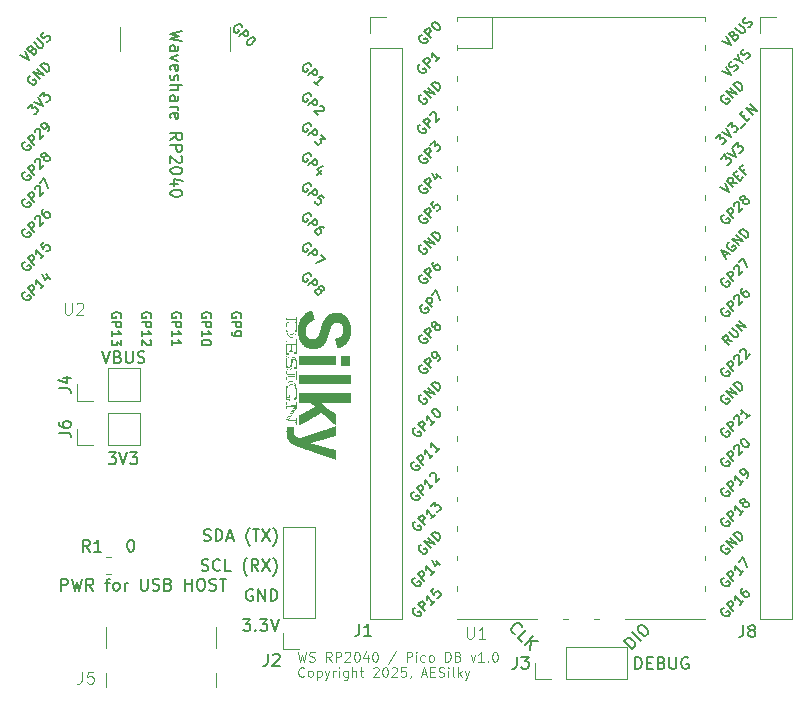
<source format=gbr>
%TF.GenerationSoftware,KiCad,Pcbnew,9.0.6*%
%TF.CreationDate,2025-11-14T19:52:51-08:00*%
%TF.ProjectId,SD-WSPICODB,53442d57-5350-4494-934f-44422e6b6963,R1.0*%
%TF.SameCoordinates,Original*%
%TF.FileFunction,Legend,Top*%
%TF.FilePolarity,Positive*%
%FSLAX46Y46*%
G04 Gerber Fmt 4.6, Leading zero omitted, Abs format (unit mm)*
G04 Created by KiCad (PCBNEW 9.0.6) date 2025-11-14 19:52:51*
%MOMM*%
%LPD*%
G01*
G04 APERTURE LIST*
%ADD10C,0.081280*%
%ADD11C,0.150000*%
%ADD12C,0.100000*%
%ADD13C,0.120000*%
%ADD14C,0.000000*%
G04 APERTURE END LIST*
D10*
X89069587Y-103184939D02*
X89263111Y-103997739D01*
X89263111Y-103997739D02*
X89417930Y-103417168D01*
X89417930Y-103417168D02*
X89572749Y-103997739D01*
X89572749Y-103997739D02*
X89766273Y-103184939D01*
X90037206Y-103959035D02*
X90153320Y-103997739D01*
X90153320Y-103997739D02*
X90346844Y-103997739D01*
X90346844Y-103997739D02*
X90424253Y-103959035D01*
X90424253Y-103959035D02*
X90462958Y-103920330D01*
X90462958Y-103920330D02*
X90501663Y-103842920D01*
X90501663Y-103842920D02*
X90501663Y-103765511D01*
X90501663Y-103765511D02*
X90462958Y-103688101D01*
X90462958Y-103688101D02*
X90424253Y-103649396D01*
X90424253Y-103649396D02*
X90346844Y-103610692D01*
X90346844Y-103610692D02*
X90192025Y-103571987D01*
X90192025Y-103571987D02*
X90114615Y-103533282D01*
X90114615Y-103533282D02*
X90075910Y-103494577D01*
X90075910Y-103494577D02*
X90037206Y-103417168D01*
X90037206Y-103417168D02*
X90037206Y-103339758D01*
X90037206Y-103339758D02*
X90075910Y-103262349D01*
X90075910Y-103262349D02*
X90114615Y-103223644D01*
X90114615Y-103223644D02*
X90192025Y-103184939D01*
X90192025Y-103184939D02*
X90385548Y-103184939D01*
X90385548Y-103184939D02*
X90501663Y-103223644D01*
X91933738Y-103997739D02*
X91662805Y-103610692D01*
X91469281Y-103997739D02*
X91469281Y-103184939D01*
X91469281Y-103184939D02*
X91778919Y-103184939D01*
X91778919Y-103184939D02*
X91856329Y-103223644D01*
X91856329Y-103223644D02*
X91895034Y-103262349D01*
X91895034Y-103262349D02*
X91933738Y-103339758D01*
X91933738Y-103339758D02*
X91933738Y-103455873D01*
X91933738Y-103455873D02*
X91895034Y-103533282D01*
X91895034Y-103533282D02*
X91856329Y-103571987D01*
X91856329Y-103571987D02*
X91778919Y-103610692D01*
X91778919Y-103610692D02*
X91469281Y-103610692D01*
X92282081Y-103997739D02*
X92282081Y-103184939D01*
X92282081Y-103184939D02*
X92591719Y-103184939D01*
X92591719Y-103184939D02*
X92669129Y-103223644D01*
X92669129Y-103223644D02*
X92707834Y-103262349D01*
X92707834Y-103262349D02*
X92746538Y-103339758D01*
X92746538Y-103339758D02*
X92746538Y-103455873D01*
X92746538Y-103455873D02*
X92707834Y-103533282D01*
X92707834Y-103533282D02*
X92669129Y-103571987D01*
X92669129Y-103571987D02*
X92591719Y-103610692D01*
X92591719Y-103610692D02*
X92282081Y-103610692D01*
X93056177Y-103262349D02*
X93094881Y-103223644D01*
X93094881Y-103223644D02*
X93172291Y-103184939D01*
X93172291Y-103184939D02*
X93365815Y-103184939D01*
X93365815Y-103184939D02*
X93443224Y-103223644D01*
X93443224Y-103223644D02*
X93481929Y-103262349D01*
X93481929Y-103262349D02*
X93520634Y-103339758D01*
X93520634Y-103339758D02*
X93520634Y-103417168D01*
X93520634Y-103417168D02*
X93481929Y-103533282D01*
X93481929Y-103533282D02*
X93017472Y-103997739D01*
X93017472Y-103997739D02*
X93520634Y-103997739D01*
X94023795Y-103184939D02*
X94101205Y-103184939D01*
X94101205Y-103184939D02*
X94178614Y-103223644D01*
X94178614Y-103223644D02*
X94217319Y-103262349D01*
X94217319Y-103262349D02*
X94256024Y-103339758D01*
X94256024Y-103339758D02*
X94294729Y-103494577D01*
X94294729Y-103494577D02*
X94294729Y-103688101D01*
X94294729Y-103688101D02*
X94256024Y-103842920D01*
X94256024Y-103842920D02*
X94217319Y-103920330D01*
X94217319Y-103920330D02*
X94178614Y-103959035D01*
X94178614Y-103959035D02*
X94101205Y-103997739D01*
X94101205Y-103997739D02*
X94023795Y-103997739D01*
X94023795Y-103997739D02*
X93946386Y-103959035D01*
X93946386Y-103959035D02*
X93907681Y-103920330D01*
X93907681Y-103920330D02*
X93868976Y-103842920D01*
X93868976Y-103842920D02*
X93830272Y-103688101D01*
X93830272Y-103688101D02*
X93830272Y-103494577D01*
X93830272Y-103494577D02*
X93868976Y-103339758D01*
X93868976Y-103339758D02*
X93907681Y-103262349D01*
X93907681Y-103262349D02*
X93946386Y-103223644D01*
X93946386Y-103223644D02*
X94023795Y-103184939D01*
X94991414Y-103455873D02*
X94991414Y-103997739D01*
X94797890Y-103146235D02*
X94604367Y-103726806D01*
X94604367Y-103726806D02*
X95107528Y-103726806D01*
X95571985Y-103184939D02*
X95649395Y-103184939D01*
X95649395Y-103184939D02*
X95726804Y-103223644D01*
X95726804Y-103223644D02*
X95765509Y-103262349D01*
X95765509Y-103262349D02*
X95804214Y-103339758D01*
X95804214Y-103339758D02*
X95842919Y-103494577D01*
X95842919Y-103494577D02*
X95842919Y-103688101D01*
X95842919Y-103688101D02*
X95804214Y-103842920D01*
X95804214Y-103842920D02*
X95765509Y-103920330D01*
X95765509Y-103920330D02*
X95726804Y-103959035D01*
X95726804Y-103959035D02*
X95649395Y-103997739D01*
X95649395Y-103997739D02*
X95571985Y-103997739D01*
X95571985Y-103997739D02*
X95494576Y-103959035D01*
X95494576Y-103959035D02*
X95455871Y-103920330D01*
X95455871Y-103920330D02*
X95417166Y-103842920D01*
X95417166Y-103842920D02*
X95378462Y-103688101D01*
X95378462Y-103688101D02*
X95378462Y-103494577D01*
X95378462Y-103494577D02*
X95417166Y-103339758D01*
X95417166Y-103339758D02*
X95455871Y-103262349D01*
X95455871Y-103262349D02*
X95494576Y-103223644D01*
X95494576Y-103223644D02*
X95571985Y-103184939D01*
X97391109Y-103146235D02*
X96694423Y-104191263D01*
X98281318Y-103997739D02*
X98281318Y-103184939D01*
X98281318Y-103184939D02*
X98590956Y-103184939D01*
X98590956Y-103184939D02*
X98668366Y-103223644D01*
X98668366Y-103223644D02*
X98707071Y-103262349D01*
X98707071Y-103262349D02*
X98745775Y-103339758D01*
X98745775Y-103339758D02*
X98745775Y-103455873D01*
X98745775Y-103455873D02*
X98707071Y-103533282D01*
X98707071Y-103533282D02*
X98668366Y-103571987D01*
X98668366Y-103571987D02*
X98590956Y-103610692D01*
X98590956Y-103610692D02*
X98281318Y-103610692D01*
X99094118Y-103997739D02*
X99094118Y-103455873D01*
X99094118Y-103184939D02*
X99055414Y-103223644D01*
X99055414Y-103223644D02*
X99094118Y-103262349D01*
X99094118Y-103262349D02*
X99132823Y-103223644D01*
X99132823Y-103223644D02*
X99094118Y-103184939D01*
X99094118Y-103184939D02*
X99094118Y-103262349D01*
X99829509Y-103959035D02*
X99752100Y-103997739D01*
X99752100Y-103997739D02*
X99597281Y-103997739D01*
X99597281Y-103997739D02*
X99519871Y-103959035D01*
X99519871Y-103959035D02*
X99481166Y-103920330D01*
X99481166Y-103920330D02*
X99442462Y-103842920D01*
X99442462Y-103842920D02*
X99442462Y-103610692D01*
X99442462Y-103610692D02*
X99481166Y-103533282D01*
X99481166Y-103533282D02*
X99519871Y-103494577D01*
X99519871Y-103494577D02*
X99597281Y-103455873D01*
X99597281Y-103455873D02*
X99752100Y-103455873D01*
X99752100Y-103455873D02*
X99829509Y-103494577D01*
X100293967Y-103997739D02*
X100216557Y-103959035D01*
X100216557Y-103959035D02*
X100177852Y-103920330D01*
X100177852Y-103920330D02*
X100139148Y-103842920D01*
X100139148Y-103842920D02*
X100139148Y-103610692D01*
X100139148Y-103610692D02*
X100177852Y-103533282D01*
X100177852Y-103533282D02*
X100216557Y-103494577D01*
X100216557Y-103494577D02*
X100293967Y-103455873D01*
X100293967Y-103455873D02*
X100410081Y-103455873D01*
X100410081Y-103455873D02*
X100487490Y-103494577D01*
X100487490Y-103494577D02*
X100526195Y-103533282D01*
X100526195Y-103533282D02*
X100564900Y-103610692D01*
X100564900Y-103610692D02*
X100564900Y-103842920D01*
X100564900Y-103842920D02*
X100526195Y-103920330D01*
X100526195Y-103920330D02*
X100487490Y-103959035D01*
X100487490Y-103959035D02*
X100410081Y-103997739D01*
X100410081Y-103997739D02*
X100293967Y-103997739D01*
X101532518Y-103997739D02*
X101532518Y-103184939D01*
X101532518Y-103184939D02*
X101726042Y-103184939D01*
X101726042Y-103184939D02*
X101842156Y-103223644D01*
X101842156Y-103223644D02*
X101919566Y-103301054D01*
X101919566Y-103301054D02*
X101958271Y-103378463D01*
X101958271Y-103378463D02*
X101996975Y-103533282D01*
X101996975Y-103533282D02*
X101996975Y-103649396D01*
X101996975Y-103649396D02*
X101958271Y-103804215D01*
X101958271Y-103804215D02*
X101919566Y-103881625D01*
X101919566Y-103881625D02*
X101842156Y-103959035D01*
X101842156Y-103959035D02*
X101726042Y-103997739D01*
X101726042Y-103997739D02*
X101532518Y-103997739D01*
X102616252Y-103571987D02*
X102732366Y-103610692D01*
X102732366Y-103610692D02*
X102771071Y-103649396D01*
X102771071Y-103649396D02*
X102809775Y-103726806D01*
X102809775Y-103726806D02*
X102809775Y-103842920D01*
X102809775Y-103842920D02*
X102771071Y-103920330D01*
X102771071Y-103920330D02*
X102732366Y-103959035D01*
X102732366Y-103959035D02*
X102654956Y-103997739D01*
X102654956Y-103997739D02*
X102345318Y-103997739D01*
X102345318Y-103997739D02*
X102345318Y-103184939D01*
X102345318Y-103184939D02*
X102616252Y-103184939D01*
X102616252Y-103184939D02*
X102693661Y-103223644D01*
X102693661Y-103223644D02*
X102732366Y-103262349D01*
X102732366Y-103262349D02*
X102771071Y-103339758D01*
X102771071Y-103339758D02*
X102771071Y-103417168D01*
X102771071Y-103417168D02*
X102732366Y-103494577D01*
X102732366Y-103494577D02*
X102693661Y-103533282D01*
X102693661Y-103533282D02*
X102616252Y-103571987D01*
X102616252Y-103571987D02*
X102345318Y-103571987D01*
X103699985Y-103455873D02*
X103893509Y-103997739D01*
X103893509Y-103997739D02*
X104087032Y-103455873D01*
X104822423Y-103997739D02*
X104357966Y-103997739D01*
X104590194Y-103997739D02*
X104590194Y-103184939D01*
X104590194Y-103184939D02*
X104512785Y-103301054D01*
X104512785Y-103301054D02*
X104435375Y-103378463D01*
X104435375Y-103378463D02*
X104357966Y-103417168D01*
X105170765Y-103920330D02*
X105209470Y-103959035D01*
X105209470Y-103959035D02*
X105170765Y-103997739D01*
X105170765Y-103997739D02*
X105132061Y-103959035D01*
X105132061Y-103959035D02*
X105170765Y-103920330D01*
X105170765Y-103920330D02*
X105170765Y-103997739D01*
X105712632Y-103184939D02*
X105790042Y-103184939D01*
X105790042Y-103184939D02*
X105867451Y-103223644D01*
X105867451Y-103223644D02*
X105906156Y-103262349D01*
X105906156Y-103262349D02*
X105944861Y-103339758D01*
X105944861Y-103339758D02*
X105983566Y-103494577D01*
X105983566Y-103494577D02*
X105983566Y-103688101D01*
X105983566Y-103688101D02*
X105944861Y-103842920D01*
X105944861Y-103842920D02*
X105906156Y-103920330D01*
X105906156Y-103920330D02*
X105867451Y-103959035D01*
X105867451Y-103959035D02*
X105790042Y-103997739D01*
X105790042Y-103997739D02*
X105712632Y-103997739D01*
X105712632Y-103997739D02*
X105635223Y-103959035D01*
X105635223Y-103959035D02*
X105596518Y-103920330D01*
X105596518Y-103920330D02*
X105557813Y-103842920D01*
X105557813Y-103842920D02*
X105519109Y-103688101D01*
X105519109Y-103688101D02*
X105519109Y-103494577D01*
X105519109Y-103494577D02*
X105557813Y-103339758D01*
X105557813Y-103339758D02*
X105596518Y-103262349D01*
X105596518Y-103262349D02*
X105635223Y-103223644D01*
X105635223Y-103223644D02*
X105712632Y-103184939D01*
X89611453Y-105228892D02*
X89572749Y-105267597D01*
X89572749Y-105267597D02*
X89456634Y-105306301D01*
X89456634Y-105306301D02*
X89379225Y-105306301D01*
X89379225Y-105306301D02*
X89263111Y-105267597D01*
X89263111Y-105267597D02*
X89185701Y-105190187D01*
X89185701Y-105190187D02*
X89146996Y-105112777D01*
X89146996Y-105112777D02*
X89108292Y-104957958D01*
X89108292Y-104957958D02*
X89108292Y-104841844D01*
X89108292Y-104841844D02*
X89146996Y-104687025D01*
X89146996Y-104687025D02*
X89185701Y-104609616D01*
X89185701Y-104609616D02*
X89263111Y-104532206D01*
X89263111Y-104532206D02*
X89379225Y-104493501D01*
X89379225Y-104493501D02*
X89456634Y-104493501D01*
X89456634Y-104493501D02*
X89572749Y-104532206D01*
X89572749Y-104532206D02*
X89611453Y-104570911D01*
X90075911Y-105306301D02*
X89998501Y-105267597D01*
X89998501Y-105267597D02*
X89959796Y-105228892D01*
X89959796Y-105228892D02*
X89921092Y-105151482D01*
X89921092Y-105151482D02*
X89921092Y-104919254D01*
X89921092Y-104919254D02*
X89959796Y-104841844D01*
X89959796Y-104841844D02*
X89998501Y-104803139D01*
X89998501Y-104803139D02*
X90075911Y-104764435D01*
X90075911Y-104764435D02*
X90192025Y-104764435D01*
X90192025Y-104764435D02*
X90269434Y-104803139D01*
X90269434Y-104803139D02*
X90308139Y-104841844D01*
X90308139Y-104841844D02*
X90346844Y-104919254D01*
X90346844Y-104919254D02*
X90346844Y-105151482D01*
X90346844Y-105151482D02*
X90308139Y-105228892D01*
X90308139Y-105228892D02*
X90269434Y-105267597D01*
X90269434Y-105267597D02*
X90192025Y-105306301D01*
X90192025Y-105306301D02*
X90075911Y-105306301D01*
X90695186Y-104764435D02*
X90695186Y-105577235D01*
X90695186Y-104803139D02*
X90772596Y-104764435D01*
X90772596Y-104764435D02*
X90927415Y-104764435D01*
X90927415Y-104764435D02*
X91004824Y-104803139D01*
X91004824Y-104803139D02*
X91043529Y-104841844D01*
X91043529Y-104841844D02*
X91082234Y-104919254D01*
X91082234Y-104919254D02*
X91082234Y-105151482D01*
X91082234Y-105151482D02*
X91043529Y-105228892D01*
X91043529Y-105228892D02*
X91004824Y-105267597D01*
X91004824Y-105267597D02*
X90927415Y-105306301D01*
X90927415Y-105306301D02*
X90772596Y-105306301D01*
X90772596Y-105306301D02*
X90695186Y-105267597D01*
X91353167Y-104764435D02*
X91546691Y-105306301D01*
X91740214Y-104764435D02*
X91546691Y-105306301D01*
X91546691Y-105306301D02*
X91469281Y-105499825D01*
X91469281Y-105499825D02*
X91430576Y-105538530D01*
X91430576Y-105538530D02*
X91353167Y-105577235D01*
X92049852Y-105306301D02*
X92049852Y-104764435D01*
X92049852Y-104919254D02*
X92088557Y-104841844D01*
X92088557Y-104841844D02*
X92127262Y-104803139D01*
X92127262Y-104803139D02*
X92204671Y-104764435D01*
X92204671Y-104764435D02*
X92282081Y-104764435D01*
X92553014Y-105306301D02*
X92553014Y-104764435D01*
X92553014Y-104493501D02*
X92514310Y-104532206D01*
X92514310Y-104532206D02*
X92553014Y-104570911D01*
X92553014Y-104570911D02*
X92591719Y-104532206D01*
X92591719Y-104532206D02*
X92553014Y-104493501D01*
X92553014Y-104493501D02*
X92553014Y-104570911D01*
X93288405Y-104764435D02*
X93288405Y-105422416D01*
X93288405Y-105422416D02*
X93249700Y-105499825D01*
X93249700Y-105499825D02*
X93210996Y-105538530D01*
X93210996Y-105538530D02*
X93133586Y-105577235D01*
X93133586Y-105577235D02*
X93017472Y-105577235D01*
X93017472Y-105577235D02*
X92940062Y-105538530D01*
X93288405Y-105267597D02*
X93210996Y-105306301D01*
X93210996Y-105306301D02*
X93056177Y-105306301D01*
X93056177Y-105306301D02*
X92978767Y-105267597D01*
X92978767Y-105267597D02*
X92940062Y-105228892D01*
X92940062Y-105228892D02*
X92901358Y-105151482D01*
X92901358Y-105151482D02*
X92901358Y-104919254D01*
X92901358Y-104919254D02*
X92940062Y-104841844D01*
X92940062Y-104841844D02*
X92978767Y-104803139D01*
X92978767Y-104803139D02*
X93056177Y-104764435D01*
X93056177Y-104764435D02*
X93210996Y-104764435D01*
X93210996Y-104764435D02*
X93288405Y-104803139D01*
X93675452Y-105306301D02*
X93675452Y-104493501D01*
X94023795Y-105306301D02*
X94023795Y-104880549D01*
X94023795Y-104880549D02*
X93985090Y-104803139D01*
X93985090Y-104803139D02*
X93907681Y-104764435D01*
X93907681Y-104764435D02*
X93791567Y-104764435D01*
X93791567Y-104764435D02*
X93714157Y-104803139D01*
X93714157Y-104803139D02*
X93675452Y-104841844D01*
X94294728Y-104764435D02*
X94604366Y-104764435D01*
X94410842Y-104493501D02*
X94410842Y-105190187D01*
X94410842Y-105190187D02*
X94449547Y-105267597D01*
X94449547Y-105267597D02*
X94526957Y-105306301D01*
X94526957Y-105306301D02*
X94604366Y-105306301D01*
X95455871Y-104570911D02*
X95494575Y-104532206D01*
X95494575Y-104532206D02*
X95571985Y-104493501D01*
X95571985Y-104493501D02*
X95765509Y-104493501D01*
X95765509Y-104493501D02*
X95842918Y-104532206D01*
X95842918Y-104532206D02*
X95881623Y-104570911D01*
X95881623Y-104570911D02*
X95920328Y-104648320D01*
X95920328Y-104648320D02*
X95920328Y-104725730D01*
X95920328Y-104725730D02*
X95881623Y-104841844D01*
X95881623Y-104841844D02*
X95417166Y-105306301D01*
X95417166Y-105306301D02*
X95920328Y-105306301D01*
X96423489Y-104493501D02*
X96500899Y-104493501D01*
X96500899Y-104493501D02*
X96578308Y-104532206D01*
X96578308Y-104532206D02*
X96617013Y-104570911D01*
X96617013Y-104570911D02*
X96655718Y-104648320D01*
X96655718Y-104648320D02*
X96694423Y-104803139D01*
X96694423Y-104803139D02*
X96694423Y-104996663D01*
X96694423Y-104996663D02*
X96655718Y-105151482D01*
X96655718Y-105151482D02*
X96617013Y-105228892D01*
X96617013Y-105228892D02*
X96578308Y-105267597D01*
X96578308Y-105267597D02*
X96500899Y-105306301D01*
X96500899Y-105306301D02*
X96423489Y-105306301D01*
X96423489Y-105306301D02*
X96346080Y-105267597D01*
X96346080Y-105267597D02*
X96307375Y-105228892D01*
X96307375Y-105228892D02*
X96268670Y-105151482D01*
X96268670Y-105151482D02*
X96229966Y-104996663D01*
X96229966Y-104996663D02*
X96229966Y-104803139D01*
X96229966Y-104803139D02*
X96268670Y-104648320D01*
X96268670Y-104648320D02*
X96307375Y-104570911D01*
X96307375Y-104570911D02*
X96346080Y-104532206D01*
X96346080Y-104532206D02*
X96423489Y-104493501D01*
X97004061Y-104570911D02*
X97042765Y-104532206D01*
X97042765Y-104532206D02*
X97120175Y-104493501D01*
X97120175Y-104493501D02*
X97313699Y-104493501D01*
X97313699Y-104493501D02*
X97391108Y-104532206D01*
X97391108Y-104532206D02*
X97429813Y-104570911D01*
X97429813Y-104570911D02*
X97468518Y-104648320D01*
X97468518Y-104648320D02*
X97468518Y-104725730D01*
X97468518Y-104725730D02*
X97429813Y-104841844D01*
X97429813Y-104841844D02*
X96965356Y-105306301D01*
X96965356Y-105306301D02*
X97468518Y-105306301D01*
X98203908Y-104493501D02*
X97816860Y-104493501D01*
X97816860Y-104493501D02*
X97778156Y-104880549D01*
X97778156Y-104880549D02*
X97816860Y-104841844D01*
X97816860Y-104841844D02*
X97894270Y-104803139D01*
X97894270Y-104803139D02*
X98087794Y-104803139D01*
X98087794Y-104803139D02*
X98165203Y-104841844D01*
X98165203Y-104841844D02*
X98203908Y-104880549D01*
X98203908Y-104880549D02*
X98242613Y-104957958D01*
X98242613Y-104957958D02*
X98242613Y-105151482D01*
X98242613Y-105151482D02*
X98203908Y-105228892D01*
X98203908Y-105228892D02*
X98165203Y-105267597D01*
X98165203Y-105267597D02*
X98087794Y-105306301D01*
X98087794Y-105306301D02*
X97894270Y-105306301D01*
X97894270Y-105306301D02*
X97816860Y-105267597D01*
X97816860Y-105267597D02*
X97778156Y-105228892D01*
X98629660Y-105267597D02*
X98629660Y-105306301D01*
X98629660Y-105306301D02*
X98590955Y-105383711D01*
X98590955Y-105383711D02*
X98552251Y-105422416D01*
X99558575Y-105074073D02*
X99945622Y-105074073D01*
X99481165Y-105306301D02*
X99752098Y-104493501D01*
X99752098Y-104493501D02*
X100023032Y-105306301D01*
X100293965Y-104880549D02*
X100564899Y-104880549D01*
X100681013Y-105306301D02*
X100293965Y-105306301D01*
X100293965Y-105306301D02*
X100293965Y-104493501D01*
X100293965Y-104493501D02*
X100681013Y-104493501D01*
X100990651Y-105267597D02*
X101106765Y-105306301D01*
X101106765Y-105306301D02*
X101300289Y-105306301D01*
X101300289Y-105306301D02*
X101377698Y-105267597D01*
X101377698Y-105267597D02*
X101416403Y-105228892D01*
X101416403Y-105228892D02*
X101455108Y-105151482D01*
X101455108Y-105151482D02*
X101455108Y-105074073D01*
X101455108Y-105074073D02*
X101416403Y-104996663D01*
X101416403Y-104996663D02*
X101377698Y-104957958D01*
X101377698Y-104957958D02*
X101300289Y-104919254D01*
X101300289Y-104919254D02*
X101145470Y-104880549D01*
X101145470Y-104880549D02*
X101068060Y-104841844D01*
X101068060Y-104841844D02*
X101029355Y-104803139D01*
X101029355Y-104803139D02*
X100990651Y-104725730D01*
X100990651Y-104725730D02*
X100990651Y-104648320D01*
X100990651Y-104648320D02*
X101029355Y-104570911D01*
X101029355Y-104570911D02*
X101068060Y-104532206D01*
X101068060Y-104532206D02*
X101145470Y-104493501D01*
X101145470Y-104493501D02*
X101338993Y-104493501D01*
X101338993Y-104493501D02*
X101455108Y-104532206D01*
X101803450Y-105306301D02*
X101803450Y-104764435D01*
X101803450Y-104493501D02*
X101764746Y-104532206D01*
X101764746Y-104532206D02*
X101803450Y-104570911D01*
X101803450Y-104570911D02*
X101842155Y-104532206D01*
X101842155Y-104532206D02*
X101803450Y-104493501D01*
X101803450Y-104493501D02*
X101803450Y-104570911D01*
X102306613Y-105306301D02*
X102229203Y-105267597D01*
X102229203Y-105267597D02*
X102190498Y-105190187D01*
X102190498Y-105190187D02*
X102190498Y-104493501D01*
X102616250Y-105306301D02*
X102616250Y-104493501D01*
X102693660Y-104996663D02*
X102925888Y-105306301D01*
X102925888Y-104764435D02*
X102616250Y-105074073D01*
X103196822Y-104764435D02*
X103390346Y-105306301D01*
X103583869Y-104764435D02*
X103390346Y-105306301D01*
X103390346Y-105306301D02*
X103312936Y-105499825D01*
X103312936Y-105499825D02*
X103274231Y-105538530D01*
X103274231Y-105538530D02*
X103196822Y-105577235D01*
D11*
X68824819Y-80863333D02*
X69539104Y-80863333D01*
X69539104Y-80863333D02*
X69681961Y-80910952D01*
X69681961Y-80910952D02*
X69777200Y-81006190D01*
X69777200Y-81006190D02*
X69824819Y-81149047D01*
X69824819Y-81149047D02*
X69824819Y-81244285D01*
X69158152Y-79958571D02*
X69824819Y-79958571D01*
X68777200Y-80196666D02*
X69491485Y-80434761D01*
X69491485Y-80434761D02*
X69491485Y-79815714D01*
X72506667Y-77704819D02*
X72840000Y-78704819D01*
X72840000Y-78704819D02*
X73173333Y-77704819D01*
X73840000Y-78181009D02*
X73982857Y-78228628D01*
X73982857Y-78228628D02*
X74030476Y-78276247D01*
X74030476Y-78276247D02*
X74078095Y-78371485D01*
X74078095Y-78371485D02*
X74078095Y-78514342D01*
X74078095Y-78514342D02*
X74030476Y-78609580D01*
X74030476Y-78609580D02*
X73982857Y-78657200D01*
X73982857Y-78657200D02*
X73887619Y-78704819D01*
X73887619Y-78704819D02*
X73506667Y-78704819D01*
X73506667Y-78704819D02*
X73506667Y-77704819D01*
X73506667Y-77704819D02*
X73840000Y-77704819D01*
X73840000Y-77704819D02*
X73935238Y-77752438D01*
X73935238Y-77752438D02*
X73982857Y-77800057D01*
X73982857Y-77800057D02*
X74030476Y-77895295D01*
X74030476Y-77895295D02*
X74030476Y-77990533D01*
X74030476Y-77990533D02*
X73982857Y-78085771D01*
X73982857Y-78085771D02*
X73935238Y-78133390D01*
X73935238Y-78133390D02*
X73840000Y-78181009D01*
X73840000Y-78181009D02*
X73506667Y-78181009D01*
X74506667Y-77704819D02*
X74506667Y-78514342D01*
X74506667Y-78514342D02*
X74554286Y-78609580D01*
X74554286Y-78609580D02*
X74601905Y-78657200D01*
X74601905Y-78657200D02*
X74697143Y-78704819D01*
X74697143Y-78704819D02*
X74887619Y-78704819D01*
X74887619Y-78704819D02*
X74982857Y-78657200D01*
X74982857Y-78657200D02*
X75030476Y-78609580D01*
X75030476Y-78609580D02*
X75078095Y-78514342D01*
X75078095Y-78514342D02*
X75078095Y-77704819D01*
X75506667Y-78657200D02*
X75649524Y-78704819D01*
X75649524Y-78704819D02*
X75887619Y-78704819D01*
X75887619Y-78704819D02*
X75982857Y-78657200D01*
X75982857Y-78657200D02*
X76030476Y-78609580D01*
X76030476Y-78609580D02*
X76078095Y-78514342D01*
X76078095Y-78514342D02*
X76078095Y-78419104D01*
X76078095Y-78419104D02*
X76030476Y-78323866D01*
X76030476Y-78323866D02*
X75982857Y-78276247D01*
X75982857Y-78276247D02*
X75887619Y-78228628D01*
X75887619Y-78228628D02*
X75697143Y-78181009D01*
X75697143Y-78181009D02*
X75601905Y-78133390D01*
X75601905Y-78133390D02*
X75554286Y-78085771D01*
X75554286Y-78085771D02*
X75506667Y-77990533D01*
X75506667Y-77990533D02*
X75506667Y-77895295D01*
X75506667Y-77895295D02*
X75554286Y-77800057D01*
X75554286Y-77800057D02*
X75601905Y-77752438D01*
X75601905Y-77752438D02*
X75697143Y-77704819D01*
X75697143Y-77704819D02*
X75935238Y-77704819D01*
X75935238Y-77704819D02*
X76078095Y-77752438D01*
D12*
X69342095Y-73625419D02*
X69342095Y-74434942D01*
X69342095Y-74434942D02*
X69389714Y-74530180D01*
X69389714Y-74530180D02*
X69437333Y-74577800D01*
X69437333Y-74577800D02*
X69532571Y-74625419D01*
X69532571Y-74625419D02*
X69723047Y-74625419D01*
X69723047Y-74625419D02*
X69818285Y-74577800D01*
X69818285Y-74577800D02*
X69865904Y-74530180D01*
X69865904Y-74530180D02*
X69913523Y-74434942D01*
X69913523Y-74434942D02*
X69913523Y-73625419D01*
X70342095Y-73720657D02*
X70389714Y-73673038D01*
X70389714Y-73673038D02*
X70484952Y-73625419D01*
X70484952Y-73625419D02*
X70723047Y-73625419D01*
X70723047Y-73625419D02*
X70818285Y-73673038D01*
X70818285Y-73673038D02*
X70865904Y-73720657D01*
X70865904Y-73720657D02*
X70913523Y-73815895D01*
X70913523Y-73815895D02*
X70913523Y-73911133D01*
X70913523Y-73911133D02*
X70865904Y-74053990D01*
X70865904Y-74053990D02*
X70294476Y-74625419D01*
X70294476Y-74625419D02*
X70913523Y-74625419D01*
D11*
X79285180Y-50634190D02*
X78285180Y-50872285D01*
X78285180Y-50872285D02*
X78999466Y-51062761D01*
X78999466Y-51062761D02*
X78285180Y-51253237D01*
X78285180Y-51253237D02*
X79285180Y-51491333D01*
X78285180Y-52300856D02*
X78808990Y-52300856D01*
X78808990Y-52300856D02*
X78904228Y-52253237D01*
X78904228Y-52253237D02*
X78951847Y-52157999D01*
X78951847Y-52157999D02*
X78951847Y-51967523D01*
X78951847Y-51967523D02*
X78904228Y-51872285D01*
X78332800Y-52300856D02*
X78285180Y-52205618D01*
X78285180Y-52205618D02*
X78285180Y-51967523D01*
X78285180Y-51967523D02*
X78332800Y-51872285D01*
X78332800Y-51872285D02*
X78428038Y-51824666D01*
X78428038Y-51824666D02*
X78523276Y-51824666D01*
X78523276Y-51824666D02*
X78618514Y-51872285D01*
X78618514Y-51872285D02*
X78666133Y-51967523D01*
X78666133Y-51967523D02*
X78666133Y-52205618D01*
X78666133Y-52205618D02*
X78713752Y-52300856D01*
X78951847Y-52681809D02*
X78285180Y-52919904D01*
X78285180Y-52919904D02*
X78951847Y-53157999D01*
X78332800Y-53919904D02*
X78285180Y-53824666D01*
X78285180Y-53824666D02*
X78285180Y-53634190D01*
X78285180Y-53634190D02*
X78332800Y-53538952D01*
X78332800Y-53538952D02*
X78428038Y-53491333D01*
X78428038Y-53491333D02*
X78808990Y-53491333D01*
X78808990Y-53491333D02*
X78904228Y-53538952D01*
X78904228Y-53538952D02*
X78951847Y-53634190D01*
X78951847Y-53634190D02*
X78951847Y-53824666D01*
X78951847Y-53824666D02*
X78904228Y-53919904D01*
X78904228Y-53919904D02*
X78808990Y-53967523D01*
X78808990Y-53967523D02*
X78713752Y-53967523D01*
X78713752Y-53967523D02*
X78618514Y-53491333D01*
X78332800Y-54348476D02*
X78285180Y-54443714D01*
X78285180Y-54443714D02*
X78285180Y-54634190D01*
X78285180Y-54634190D02*
X78332800Y-54729428D01*
X78332800Y-54729428D02*
X78428038Y-54777047D01*
X78428038Y-54777047D02*
X78475657Y-54777047D01*
X78475657Y-54777047D02*
X78570895Y-54729428D01*
X78570895Y-54729428D02*
X78618514Y-54634190D01*
X78618514Y-54634190D02*
X78618514Y-54491333D01*
X78618514Y-54491333D02*
X78666133Y-54396095D01*
X78666133Y-54396095D02*
X78761371Y-54348476D01*
X78761371Y-54348476D02*
X78808990Y-54348476D01*
X78808990Y-54348476D02*
X78904228Y-54396095D01*
X78904228Y-54396095D02*
X78951847Y-54491333D01*
X78951847Y-54491333D02*
X78951847Y-54634190D01*
X78951847Y-54634190D02*
X78904228Y-54729428D01*
X78285180Y-55205619D02*
X79285180Y-55205619D01*
X78285180Y-55634190D02*
X78808990Y-55634190D01*
X78808990Y-55634190D02*
X78904228Y-55586571D01*
X78904228Y-55586571D02*
X78951847Y-55491333D01*
X78951847Y-55491333D02*
X78951847Y-55348476D01*
X78951847Y-55348476D02*
X78904228Y-55253238D01*
X78904228Y-55253238D02*
X78856609Y-55205619D01*
X78285180Y-56538952D02*
X78808990Y-56538952D01*
X78808990Y-56538952D02*
X78904228Y-56491333D01*
X78904228Y-56491333D02*
X78951847Y-56396095D01*
X78951847Y-56396095D02*
X78951847Y-56205619D01*
X78951847Y-56205619D02*
X78904228Y-56110381D01*
X78332800Y-56538952D02*
X78285180Y-56443714D01*
X78285180Y-56443714D02*
X78285180Y-56205619D01*
X78285180Y-56205619D02*
X78332800Y-56110381D01*
X78332800Y-56110381D02*
X78428038Y-56062762D01*
X78428038Y-56062762D02*
X78523276Y-56062762D01*
X78523276Y-56062762D02*
X78618514Y-56110381D01*
X78618514Y-56110381D02*
X78666133Y-56205619D01*
X78666133Y-56205619D02*
X78666133Y-56443714D01*
X78666133Y-56443714D02*
X78713752Y-56538952D01*
X78285180Y-57015143D02*
X78951847Y-57015143D01*
X78761371Y-57015143D02*
X78856609Y-57062762D01*
X78856609Y-57062762D02*
X78904228Y-57110381D01*
X78904228Y-57110381D02*
X78951847Y-57205619D01*
X78951847Y-57205619D02*
X78951847Y-57300857D01*
X78332800Y-58015143D02*
X78285180Y-57919905D01*
X78285180Y-57919905D02*
X78285180Y-57729429D01*
X78285180Y-57729429D02*
X78332800Y-57634191D01*
X78332800Y-57634191D02*
X78428038Y-57586572D01*
X78428038Y-57586572D02*
X78808990Y-57586572D01*
X78808990Y-57586572D02*
X78904228Y-57634191D01*
X78904228Y-57634191D02*
X78951847Y-57729429D01*
X78951847Y-57729429D02*
X78951847Y-57919905D01*
X78951847Y-57919905D02*
X78904228Y-58015143D01*
X78904228Y-58015143D02*
X78808990Y-58062762D01*
X78808990Y-58062762D02*
X78713752Y-58062762D01*
X78713752Y-58062762D02*
X78618514Y-57586572D01*
X78285180Y-59824667D02*
X78761371Y-59491334D01*
X78285180Y-59253239D02*
X79285180Y-59253239D01*
X79285180Y-59253239D02*
X79285180Y-59634191D01*
X79285180Y-59634191D02*
X79237561Y-59729429D01*
X79237561Y-59729429D02*
X79189942Y-59777048D01*
X79189942Y-59777048D02*
X79094704Y-59824667D01*
X79094704Y-59824667D02*
X78951847Y-59824667D01*
X78951847Y-59824667D02*
X78856609Y-59777048D01*
X78856609Y-59777048D02*
X78808990Y-59729429D01*
X78808990Y-59729429D02*
X78761371Y-59634191D01*
X78761371Y-59634191D02*
X78761371Y-59253239D01*
X78285180Y-60253239D02*
X79285180Y-60253239D01*
X79285180Y-60253239D02*
X79285180Y-60634191D01*
X79285180Y-60634191D02*
X79237561Y-60729429D01*
X79237561Y-60729429D02*
X79189942Y-60777048D01*
X79189942Y-60777048D02*
X79094704Y-60824667D01*
X79094704Y-60824667D02*
X78951847Y-60824667D01*
X78951847Y-60824667D02*
X78856609Y-60777048D01*
X78856609Y-60777048D02*
X78808990Y-60729429D01*
X78808990Y-60729429D02*
X78761371Y-60634191D01*
X78761371Y-60634191D02*
X78761371Y-60253239D01*
X79189942Y-61205620D02*
X79237561Y-61253239D01*
X79237561Y-61253239D02*
X79285180Y-61348477D01*
X79285180Y-61348477D02*
X79285180Y-61586572D01*
X79285180Y-61586572D02*
X79237561Y-61681810D01*
X79237561Y-61681810D02*
X79189942Y-61729429D01*
X79189942Y-61729429D02*
X79094704Y-61777048D01*
X79094704Y-61777048D02*
X78999466Y-61777048D01*
X78999466Y-61777048D02*
X78856609Y-61729429D01*
X78856609Y-61729429D02*
X78285180Y-61158001D01*
X78285180Y-61158001D02*
X78285180Y-61777048D01*
X79285180Y-62396096D02*
X79285180Y-62491334D01*
X79285180Y-62491334D02*
X79237561Y-62586572D01*
X79237561Y-62586572D02*
X79189942Y-62634191D01*
X79189942Y-62634191D02*
X79094704Y-62681810D01*
X79094704Y-62681810D02*
X78904228Y-62729429D01*
X78904228Y-62729429D02*
X78666133Y-62729429D01*
X78666133Y-62729429D02*
X78475657Y-62681810D01*
X78475657Y-62681810D02*
X78380419Y-62634191D01*
X78380419Y-62634191D02*
X78332800Y-62586572D01*
X78332800Y-62586572D02*
X78285180Y-62491334D01*
X78285180Y-62491334D02*
X78285180Y-62396096D01*
X78285180Y-62396096D02*
X78332800Y-62300858D01*
X78332800Y-62300858D02*
X78380419Y-62253239D01*
X78380419Y-62253239D02*
X78475657Y-62205620D01*
X78475657Y-62205620D02*
X78666133Y-62158001D01*
X78666133Y-62158001D02*
X78904228Y-62158001D01*
X78904228Y-62158001D02*
X79094704Y-62205620D01*
X79094704Y-62205620D02*
X79189942Y-62253239D01*
X79189942Y-62253239D02*
X79237561Y-62300858D01*
X79237561Y-62300858D02*
X79285180Y-62396096D01*
X78951847Y-63586572D02*
X78285180Y-63586572D01*
X79332800Y-63348477D02*
X78618514Y-63110382D01*
X78618514Y-63110382D02*
X78618514Y-63729429D01*
X79285180Y-64300858D02*
X79285180Y-64396096D01*
X79285180Y-64396096D02*
X79237561Y-64491334D01*
X79237561Y-64491334D02*
X79189942Y-64538953D01*
X79189942Y-64538953D02*
X79094704Y-64586572D01*
X79094704Y-64586572D02*
X78904228Y-64634191D01*
X78904228Y-64634191D02*
X78666133Y-64634191D01*
X78666133Y-64634191D02*
X78475657Y-64586572D01*
X78475657Y-64586572D02*
X78380419Y-64538953D01*
X78380419Y-64538953D02*
X78332800Y-64491334D01*
X78332800Y-64491334D02*
X78285180Y-64396096D01*
X78285180Y-64396096D02*
X78285180Y-64300858D01*
X78285180Y-64300858D02*
X78332800Y-64205620D01*
X78332800Y-64205620D02*
X78380419Y-64158001D01*
X78380419Y-64158001D02*
X78475657Y-64110382D01*
X78475657Y-64110382D02*
X78666133Y-64062763D01*
X78666133Y-64062763D02*
X78904228Y-64062763D01*
X78904228Y-64062763D02*
X79094704Y-64110382D01*
X79094704Y-64110382D02*
X79189942Y-64158001D01*
X79189942Y-64158001D02*
X79237561Y-64205620D01*
X79237561Y-64205620D02*
X79285180Y-64300858D01*
X79139609Y-74876207D02*
X79177704Y-74800017D01*
X79177704Y-74800017D02*
X79177704Y-74685731D01*
X79177704Y-74685731D02*
X79139609Y-74571445D01*
X79139609Y-74571445D02*
X79063419Y-74495255D01*
X79063419Y-74495255D02*
X78987228Y-74457160D01*
X78987228Y-74457160D02*
X78834847Y-74419064D01*
X78834847Y-74419064D02*
X78720561Y-74419064D01*
X78720561Y-74419064D02*
X78568180Y-74457160D01*
X78568180Y-74457160D02*
X78491990Y-74495255D01*
X78491990Y-74495255D02*
X78415800Y-74571445D01*
X78415800Y-74571445D02*
X78377704Y-74685731D01*
X78377704Y-74685731D02*
X78377704Y-74761922D01*
X78377704Y-74761922D02*
X78415800Y-74876207D01*
X78415800Y-74876207D02*
X78453895Y-74914303D01*
X78453895Y-74914303D02*
X78720561Y-74914303D01*
X78720561Y-74914303D02*
X78720561Y-74761922D01*
X78377704Y-75257160D02*
X79177704Y-75257160D01*
X79177704Y-75257160D02*
X79177704Y-75561922D01*
X79177704Y-75561922D02*
X79139609Y-75638112D01*
X79139609Y-75638112D02*
X79101514Y-75676207D01*
X79101514Y-75676207D02*
X79025323Y-75714303D01*
X79025323Y-75714303D02*
X78911038Y-75714303D01*
X78911038Y-75714303D02*
X78834847Y-75676207D01*
X78834847Y-75676207D02*
X78796752Y-75638112D01*
X78796752Y-75638112D02*
X78758657Y-75561922D01*
X78758657Y-75561922D02*
X78758657Y-75257160D01*
X78377704Y-76476207D02*
X78377704Y-76019064D01*
X78377704Y-76247636D02*
X79177704Y-76247636D01*
X79177704Y-76247636D02*
X79063419Y-76171445D01*
X79063419Y-76171445D02*
X78987228Y-76095255D01*
X78987228Y-76095255D02*
X78949133Y-76019064D01*
X78377704Y-77238112D02*
X78377704Y-76780969D01*
X78377704Y-77009541D02*
X79177704Y-77009541D01*
X79177704Y-77009541D02*
X79063419Y-76933350D01*
X79063419Y-76933350D02*
X78987228Y-76857160D01*
X78987228Y-76857160D02*
X78949133Y-76780969D01*
X65564661Y-52688330D02*
X66318908Y-53065454D01*
X66318908Y-53065454D02*
X65941784Y-52311206D01*
X66588282Y-52203457D02*
X66696032Y-52149582D01*
X66696032Y-52149582D02*
X66749906Y-52149582D01*
X66749906Y-52149582D02*
X66830719Y-52176520D01*
X66830719Y-52176520D02*
X66911531Y-52257332D01*
X66911531Y-52257332D02*
X66938468Y-52338144D01*
X66938468Y-52338144D02*
X66938468Y-52392019D01*
X66938468Y-52392019D02*
X66911531Y-52472831D01*
X66911531Y-52472831D02*
X66696032Y-52688330D01*
X66696032Y-52688330D02*
X66130346Y-52122645D01*
X66130346Y-52122645D02*
X66318908Y-51934083D01*
X66318908Y-51934083D02*
X66399720Y-51907146D01*
X66399720Y-51907146D02*
X66453595Y-51907146D01*
X66453595Y-51907146D02*
X66534407Y-51934083D01*
X66534407Y-51934083D02*
X66588282Y-51987958D01*
X66588282Y-51987958D02*
X66615219Y-52068770D01*
X66615219Y-52068770D02*
X66615219Y-52122645D01*
X66615219Y-52122645D02*
X66588282Y-52203457D01*
X66588282Y-52203457D02*
X66399720Y-52392019D01*
X66696032Y-51556959D02*
X67153967Y-52014895D01*
X67153967Y-52014895D02*
X67234780Y-52041833D01*
X67234780Y-52041833D02*
X67288654Y-52041833D01*
X67288654Y-52041833D02*
X67369467Y-52014895D01*
X67369467Y-52014895D02*
X67477216Y-51907146D01*
X67477216Y-51907146D02*
X67504154Y-51826333D01*
X67504154Y-51826333D02*
X67504154Y-51772459D01*
X67504154Y-51772459D02*
X67477216Y-51691646D01*
X67477216Y-51691646D02*
X67019280Y-51233711D01*
X67800465Y-51530022D02*
X67908214Y-51476147D01*
X67908214Y-51476147D02*
X68042901Y-51341460D01*
X68042901Y-51341460D02*
X68069839Y-51260648D01*
X68069839Y-51260648D02*
X68069839Y-51206773D01*
X68069839Y-51206773D02*
X68042901Y-51125961D01*
X68042901Y-51125961D02*
X67989027Y-51072086D01*
X67989027Y-51072086D02*
X67908214Y-51045149D01*
X67908214Y-51045149D02*
X67854340Y-51045149D01*
X67854340Y-51045149D02*
X67773527Y-51072086D01*
X67773527Y-51072086D02*
X67638840Y-51152899D01*
X67638840Y-51152899D02*
X67558028Y-51179836D01*
X67558028Y-51179836D02*
X67504153Y-51179836D01*
X67504153Y-51179836D02*
X67423341Y-51152899D01*
X67423341Y-51152899D02*
X67369466Y-51099024D01*
X67369466Y-51099024D02*
X67342529Y-51018212D01*
X67342529Y-51018212D02*
X67342529Y-50964337D01*
X67342529Y-50964337D02*
X67369466Y-50883525D01*
X67369466Y-50883525D02*
X67504153Y-50748838D01*
X67504153Y-50748838D02*
X67611903Y-50694963D01*
X90191345Y-53558211D02*
X90164407Y-53477399D01*
X90164407Y-53477399D02*
X90083595Y-53396587D01*
X90083595Y-53396587D02*
X89975845Y-53342712D01*
X89975845Y-53342712D02*
X89868096Y-53342712D01*
X89868096Y-53342712D02*
X89787284Y-53369650D01*
X89787284Y-53369650D02*
X89652597Y-53450462D01*
X89652597Y-53450462D02*
X89571784Y-53531274D01*
X89571784Y-53531274D02*
X89490972Y-53665961D01*
X89490972Y-53665961D02*
X89464035Y-53746773D01*
X89464035Y-53746773D02*
X89464035Y-53854523D01*
X89464035Y-53854523D02*
X89517910Y-53962272D01*
X89517910Y-53962272D02*
X89571784Y-54016147D01*
X89571784Y-54016147D02*
X89679534Y-54070022D01*
X89679534Y-54070022D02*
X89733409Y-54070022D01*
X89733409Y-54070022D02*
X89921971Y-53881460D01*
X89921971Y-53881460D02*
X89814221Y-53773711D01*
X89921971Y-54366333D02*
X90487656Y-53800648D01*
X90487656Y-53800648D02*
X90703155Y-54016147D01*
X90703155Y-54016147D02*
X90730093Y-54096959D01*
X90730093Y-54096959D02*
X90730093Y-54150834D01*
X90730093Y-54150834D02*
X90703155Y-54231646D01*
X90703155Y-54231646D02*
X90622343Y-54312459D01*
X90622343Y-54312459D02*
X90541531Y-54339396D01*
X90541531Y-54339396D02*
X90487656Y-54339396D01*
X90487656Y-54339396D02*
X90406844Y-54312459D01*
X90406844Y-54312459D02*
X90191345Y-54096959D01*
X90783967Y-55228330D02*
X90460719Y-54905081D01*
X90622343Y-55066706D02*
X91188028Y-54501020D01*
X91188028Y-54501020D02*
X91053341Y-54527958D01*
X91053341Y-54527958D02*
X90945592Y-54527958D01*
X90945592Y-54527958D02*
X90864780Y-54501020D01*
X65941784Y-67351082D02*
X65860972Y-67378019D01*
X65860972Y-67378019D02*
X65780160Y-67458831D01*
X65780160Y-67458831D02*
X65726285Y-67566581D01*
X65726285Y-67566581D02*
X65726285Y-67674331D01*
X65726285Y-67674331D02*
X65753222Y-67755143D01*
X65753222Y-67755143D02*
X65834034Y-67889830D01*
X65834034Y-67889830D02*
X65914847Y-67970642D01*
X65914847Y-67970642D02*
X66049534Y-68051454D01*
X66049534Y-68051454D02*
X66130346Y-68078392D01*
X66130346Y-68078392D02*
X66238095Y-68078392D01*
X66238095Y-68078392D02*
X66345845Y-68024517D01*
X66345845Y-68024517D02*
X66399720Y-67970642D01*
X66399720Y-67970642D02*
X66453595Y-67862892D01*
X66453595Y-67862892D02*
X66453595Y-67809018D01*
X66453595Y-67809018D02*
X66265033Y-67620456D01*
X66265033Y-67620456D02*
X66157283Y-67728205D01*
X66749906Y-67620456D02*
X66184221Y-67054770D01*
X66184221Y-67054770D02*
X66399720Y-66839271D01*
X66399720Y-66839271D02*
X66480532Y-66812334D01*
X66480532Y-66812334D02*
X66534407Y-66812334D01*
X66534407Y-66812334D02*
X66615219Y-66839271D01*
X66615219Y-66839271D02*
X66696031Y-66920083D01*
X66696031Y-66920083D02*
X66722969Y-67000896D01*
X66722969Y-67000896D02*
X66722969Y-67054770D01*
X66722969Y-67054770D02*
X66696031Y-67135583D01*
X66696031Y-67135583D02*
X66480532Y-67351082D01*
X66776843Y-66569897D02*
X66776843Y-66516022D01*
X66776843Y-66516022D02*
X66803781Y-66435210D01*
X66803781Y-66435210D02*
X66938468Y-66300523D01*
X66938468Y-66300523D02*
X67019280Y-66273586D01*
X67019280Y-66273586D02*
X67073155Y-66273586D01*
X67073155Y-66273586D02*
X67153967Y-66300523D01*
X67153967Y-66300523D02*
X67207842Y-66354398D01*
X67207842Y-66354398D02*
X67261717Y-66462148D01*
X67261717Y-66462148D02*
X67261717Y-67108645D01*
X67261717Y-67108645D02*
X67611903Y-66758459D01*
X67531091Y-65707900D02*
X67423341Y-65815650D01*
X67423341Y-65815650D02*
X67396404Y-65896462D01*
X67396404Y-65896462D02*
X67396404Y-65950337D01*
X67396404Y-65950337D02*
X67423341Y-66085024D01*
X67423341Y-66085024D02*
X67504153Y-66219711D01*
X67504153Y-66219711D02*
X67719653Y-66435210D01*
X67719653Y-66435210D02*
X67800465Y-66462147D01*
X67800465Y-66462147D02*
X67854340Y-66462147D01*
X67854340Y-66462147D02*
X67935152Y-66435210D01*
X67935152Y-66435210D02*
X68042901Y-66327460D01*
X68042901Y-66327460D02*
X68069839Y-66246648D01*
X68069839Y-66246648D02*
X68069839Y-66192773D01*
X68069839Y-66192773D02*
X68042901Y-66111961D01*
X68042901Y-66111961D02*
X67908214Y-65977274D01*
X67908214Y-65977274D02*
X67827402Y-65950337D01*
X67827402Y-65950337D02*
X67773527Y-65950337D01*
X67773527Y-65950337D02*
X67692715Y-65977274D01*
X67692715Y-65977274D02*
X67584966Y-66085024D01*
X67584966Y-66085024D02*
X67558028Y-66165836D01*
X67558028Y-66165836D02*
X67558028Y-66219711D01*
X67558028Y-66219711D02*
X67584966Y-66300523D01*
X90191345Y-68798211D02*
X90164407Y-68717399D01*
X90164407Y-68717399D02*
X90083595Y-68636587D01*
X90083595Y-68636587D02*
X89975845Y-68582712D01*
X89975845Y-68582712D02*
X89868096Y-68582712D01*
X89868096Y-68582712D02*
X89787284Y-68609650D01*
X89787284Y-68609650D02*
X89652597Y-68690462D01*
X89652597Y-68690462D02*
X89571784Y-68771274D01*
X89571784Y-68771274D02*
X89490972Y-68905961D01*
X89490972Y-68905961D02*
X89464035Y-68986773D01*
X89464035Y-68986773D02*
X89464035Y-69094523D01*
X89464035Y-69094523D02*
X89517910Y-69202272D01*
X89517910Y-69202272D02*
X89571784Y-69256147D01*
X89571784Y-69256147D02*
X89679534Y-69310022D01*
X89679534Y-69310022D02*
X89733409Y-69310022D01*
X89733409Y-69310022D02*
X89921971Y-69121460D01*
X89921971Y-69121460D02*
X89814221Y-69013711D01*
X89921971Y-69606333D02*
X90487656Y-69040648D01*
X90487656Y-69040648D02*
X90703155Y-69256147D01*
X90703155Y-69256147D02*
X90730093Y-69336959D01*
X90730093Y-69336959D02*
X90730093Y-69390834D01*
X90730093Y-69390834D02*
X90703155Y-69471646D01*
X90703155Y-69471646D02*
X90622343Y-69552459D01*
X90622343Y-69552459D02*
X90541531Y-69579396D01*
X90541531Y-69579396D02*
X90487656Y-69579396D01*
X90487656Y-69579396D02*
X90406844Y-69552459D01*
X90406844Y-69552459D02*
X90191345Y-69336959D01*
X90999467Y-69552459D02*
X91376590Y-69929582D01*
X91376590Y-69929582D02*
X90568468Y-70252831D01*
X90191345Y-71338211D02*
X90164407Y-71257399D01*
X90164407Y-71257399D02*
X90083595Y-71176587D01*
X90083595Y-71176587D02*
X89975845Y-71122712D01*
X89975845Y-71122712D02*
X89868096Y-71122712D01*
X89868096Y-71122712D02*
X89787284Y-71149650D01*
X89787284Y-71149650D02*
X89652597Y-71230462D01*
X89652597Y-71230462D02*
X89571784Y-71311274D01*
X89571784Y-71311274D02*
X89490972Y-71445961D01*
X89490972Y-71445961D02*
X89464035Y-71526773D01*
X89464035Y-71526773D02*
X89464035Y-71634523D01*
X89464035Y-71634523D02*
X89517910Y-71742272D01*
X89517910Y-71742272D02*
X89571784Y-71796147D01*
X89571784Y-71796147D02*
X89679534Y-71850022D01*
X89679534Y-71850022D02*
X89733409Y-71850022D01*
X89733409Y-71850022D02*
X89921971Y-71661460D01*
X89921971Y-71661460D02*
X89814221Y-71553711D01*
X89921971Y-72146333D02*
X90487656Y-71580648D01*
X90487656Y-71580648D02*
X90703155Y-71796147D01*
X90703155Y-71796147D02*
X90730093Y-71876959D01*
X90730093Y-71876959D02*
X90730093Y-71930834D01*
X90730093Y-71930834D02*
X90703155Y-72011646D01*
X90703155Y-72011646D02*
X90622343Y-72092459D01*
X90622343Y-72092459D02*
X90541531Y-72119396D01*
X90541531Y-72119396D02*
X90487656Y-72119396D01*
X90487656Y-72119396D02*
X90406844Y-72092459D01*
X90406844Y-72092459D02*
X90191345Y-71876959D01*
X90891717Y-72469582D02*
X90864780Y-72388770D01*
X90864780Y-72388770D02*
X90864780Y-72334895D01*
X90864780Y-72334895D02*
X90891717Y-72254083D01*
X90891717Y-72254083D02*
X90918654Y-72227146D01*
X90918654Y-72227146D02*
X90999467Y-72200208D01*
X90999467Y-72200208D02*
X91053341Y-72200208D01*
X91053341Y-72200208D02*
X91134154Y-72227146D01*
X91134154Y-72227146D02*
X91241903Y-72334895D01*
X91241903Y-72334895D02*
X91268841Y-72415707D01*
X91268841Y-72415707D02*
X91268841Y-72469582D01*
X91268841Y-72469582D02*
X91241903Y-72550394D01*
X91241903Y-72550394D02*
X91214966Y-72577332D01*
X91214966Y-72577332D02*
X91134154Y-72604269D01*
X91134154Y-72604269D02*
X91080279Y-72604269D01*
X91080279Y-72604269D02*
X90999467Y-72577332D01*
X90999467Y-72577332D02*
X90891717Y-72469582D01*
X90891717Y-72469582D02*
X90810905Y-72442645D01*
X90810905Y-72442645D02*
X90757030Y-72442645D01*
X90757030Y-72442645D02*
X90676218Y-72469582D01*
X90676218Y-72469582D02*
X90568468Y-72577332D01*
X90568468Y-72577332D02*
X90541531Y-72658144D01*
X90541531Y-72658144D02*
X90541531Y-72712019D01*
X90541531Y-72712019D02*
X90568468Y-72792831D01*
X90568468Y-72792831D02*
X90676218Y-72900581D01*
X90676218Y-72900581D02*
X90757030Y-72927518D01*
X90757030Y-72927518D02*
X90810905Y-72927518D01*
X90810905Y-72927518D02*
X90891717Y-72900581D01*
X90891717Y-72900581D02*
X90999467Y-72792831D01*
X90999467Y-72792831D02*
X91026404Y-72712019D01*
X91026404Y-72712019D02*
X91026404Y-72658144D01*
X91026404Y-72658144D02*
X90999467Y-72577332D01*
X65941784Y-59985082D02*
X65860972Y-60012019D01*
X65860972Y-60012019D02*
X65780160Y-60092831D01*
X65780160Y-60092831D02*
X65726285Y-60200581D01*
X65726285Y-60200581D02*
X65726285Y-60308331D01*
X65726285Y-60308331D02*
X65753222Y-60389143D01*
X65753222Y-60389143D02*
X65834034Y-60523830D01*
X65834034Y-60523830D02*
X65914847Y-60604642D01*
X65914847Y-60604642D02*
X66049534Y-60685454D01*
X66049534Y-60685454D02*
X66130346Y-60712392D01*
X66130346Y-60712392D02*
X66238095Y-60712392D01*
X66238095Y-60712392D02*
X66345845Y-60658517D01*
X66345845Y-60658517D02*
X66399720Y-60604642D01*
X66399720Y-60604642D02*
X66453595Y-60496892D01*
X66453595Y-60496892D02*
X66453595Y-60443018D01*
X66453595Y-60443018D02*
X66265033Y-60254456D01*
X66265033Y-60254456D02*
X66157283Y-60362205D01*
X66749906Y-60254456D02*
X66184221Y-59688770D01*
X66184221Y-59688770D02*
X66399720Y-59473271D01*
X66399720Y-59473271D02*
X66480532Y-59446334D01*
X66480532Y-59446334D02*
X66534407Y-59446334D01*
X66534407Y-59446334D02*
X66615219Y-59473271D01*
X66615219Y-59473271D02*
X66696031Y-59554083D01*
X66696031Y-59554083D02*
X66722969Y-59634896D01*
X66722969Y-59634896D02*
X66722969Y-59688770D01*
X66722969Y-59688770D02*
X66696031Y-59769583D01*
X66696031Y-59769583D02*
X66480532Y-59985082D01*
X66776843Y-59203897D02*
X66776843Y-59150022D01*
X66776843Y-59150022D02*
X66803781Y-59069210D01*
X66803781Y-59069210D02*
X66938468Y-58934523D01*
X66938468Y-58934523D02*
X67019280Y-58907586D01*
X67019280Y-58907586D02*
X67073155Y-58907586D01*
X67073155Y-58907586D02*
X67153967Y-58934523D01*
X67153967Y-58934523D02*
X67207842Y-58988398D01*
X67207842Y-58988398D02*
X67261717Y-59096148D01*
X67261717Y-59096148D02*
X67261717Y-59742645D01*
X67261717Y-59742645D02*
X67611903Y-59392459D01*
X67881277Y-59123085D02*
X67989027Y-59015335D01*
X67989027Y-59015335D02*
X68015964Y-58934523D01*
X68015964Y-58934523D02*
X68015964Y-58880648D01*
X68015964Y-58880648D02*
X67989027Y-58745961D01*
X67989027Y-58745961D02*
X67908214Y-58611274D01*
X67908214Y-58611274D02*
X67692715Y-58395775D01*
X67692715Y-58395775D02*
X67611903Y-58368838D01*
X67611903Y-58368838D02*
X67558028Y-58368838D01*
X67558028Y-58368838D02*
X67477216Y-58395775D01*
X67477216Y-58395775D02*
X67369466Y-58503525D01*
X67369466Y-58503525D02*
X67342529Y-58584337D01*
X67342529Y-58584337D02*
X67342529Y-58638212D01*
X67342529Y-58638212D02*
X67369466Y-58719024D01*
X67369466Y-58719024D02*
X67504153Y-58853711D01*
X67504153Y-58853711D02*
X67584966Y-58880648D01*
X67584966Y-58880648D02*
X67638840Y-58880648D01*
X67638840Y-58880648D02*
X67719653Y-58853711D01*
X67719653Y-58853711D02*
X67827402Y-58745961D01*
X67827402Y-58745961D02*
X67854340Y-58665149D01*
X67854340Y-58665149D02*
X67854340Y-58611274D01*
X67854340Y-58611274D02*
X67827402Y-58530462D01*
X90191345Y-66258211D02*
X90164407Y-66177399D01*
X90164407Y-66177399D02*
X90083595Y-66096587D01*
X90083595Y-66096587D02*
X89975845Y-66042712D01*
X89975845Y-66042712D02*
X89868096Y-66042712D01*
X89868096Y-66042712D02*
X89787284Y-66069650D01*
X89787284Y-66069650D02*
X89652597Y-66150462D01*
X89652597Y-66150462D02*
X89571784Y-66231274D01*
X89571784Y-66231274D02*
X89490972Y-66365961D01*
X89490972Y-66365961D02*
X89464035Y-66446773D01*
X89464035Y-66446773D02*
X89464035Y-66554523D01*
X89464035Y-66554523D02*
X89517910Y-66662272D01*
X89517910Y-66662272D02*
X89571784Y-66716147D01*
X89571784Y-66716147D02*
X89679534Y-66770022D01*
X89679534Y-66770022D02*
X89733409Y-66770022D01*
X89733409Y-66770022D02*
X89921971Y-66581460D01*
X89921971Y-66581460D02*
X89814221Y-66473711D01*
X89921971Y-67066333D02*
X90487656Y-66500648D01*
X90487656Y-66500648D02*
X90703155Y-66716147D01*
X90703155Y-66716147D02*
X90730093Y-66796959D01*
X90730093Y-66796959D02*
X90730093Y-66850834D01*
X90730093Y-66850834D02*
X90703155Y-66931646D01*
X90703155Y-66931646D02*
X90622343Y-67012459D01*
X90622343Y-67012459D02*
X90541531Y-67039396D01*
X90541531Y-67039396D02*
X90487656Y-67039396D01*
X90487656Y-67039396D02*
X90406844Y-67012459D01*
X90406844Y-67012459D02*
X90191345Y-66796959D01*
X91295778Y-67308770D02*
X91188028Y-67201020D01*
X91188028Y-67201020D02*
X91107216Y-67174083D01*
X91107216Y-67174083D02*
X91053341Y-67174083D01*
X91053341Y-67174083D02*
X90918654Y-67201020D01*
X90918654Y-67201020D02*
X90783967Y-67281833D01*
X90783967Y-67281833D02*
X90568468Y-67497332D01*
X90568468Y-67497332D02*
X90541531Y-67578144D01*
X90541531Y-67578144D02*
X90541531Y-67632019D01*
X90541531Y-67632019D02*
X90568468Y-67712831D01*
X90568468Y-67712831D02*
X90676218Y-67820581D01*
X90676218Y-67820581D02*
X90757030Y-67847518D01*
X90757030Y-67847518D02*
X90810905Y-67847518D01*
X90810905Y-67847518D02*
X90891717Y-67820581D01*
X90891717Y-67820581D02*
X91026404Y-67685894D01*
X91026404Y-67685894D02*
X91053341Y-67605081D01*
X91053341Y-67605081D02*
X91053341Y-67551207D01*
X91053341Y-67551207D02*
X91026404Y-67470394D01*
X91026404Y-67470394D02*
X90918654Y-67362645D01*
X90918654Y-67362645D02*
X90837842Y-67335707D01*
X90837842Y-67335707D02*
X90783967Y-67335707D01*
X90783967Y-67335707D02*
X90703155Y-67362645D01*
X90191345Y-56098211D02*
X90164407Y-56017399D01*
X90164407Y-56017399D02*
X90083595Y-55936587D01*
X90083595Y-55936587D02*
X89975845Y-55882712D01*
X89975845Y-55882712D02*
X89868096Y-55882712D01*
X89868096Y-55882712D02*
X89787284Y-55909650D01*
X89787284Y-55909650D02*
X89652597Y-55990462D01*
X89652597Y-55990462D02*
X89571784Y-56071274D01*
X89571784Y-56071274D02*
X89490972Y-56205961D01*
X89490972Y-56205961D02*
X89464035Y-56286773D01*
X89464035Y-56286773D02*
X89464035Y-56394523D01*
X89464035Y-56394523D02*
X89517910Y-56502272D01*
X89517910Y-56502272D02*
X89571784Y-56556147D01*
X89571784Y-56556147D02*
X89679534Y-56610022D01*
X89679534Y-56610022D02*
X89733409Y-56610022D01*
X89733409Y-56610022D02*
X89921971Y-56421460D01*
X89921971Y-56421460D02*
X89814221Y-56313711D01*
X89921971Y-56906333D02*
X90487656Y-56340648D01*
X90487656Y-56340648D02*
X90703155Y-56556147D01*
X90703155Y-56556147D02*
X90730093Y-56636959D01*
X90730093Y-56636959D02*
X90730093Y-56690834D01*
X90730093Y-56690834D02*
X90703155Y-56771646D01*
X90703155Y-56771646D02*
X90622343Y-56852459D01*
X90622343Y-56852459D02*
X90541531Y-56879396D01*
X90541531Y-56879396D02*
X90487656Y-56879396D01*
X90487656Y-56879396D02*
X90406844Y-56852459D01*
X90406844Y-56852459D02*
X90191345Y-56636959D01*
X90972529Y-56933271D02*
X91026404Y-56933271D01*
X91026404Y-56933271D02*
X91107216Y-56960208D01*
X91107216Y-56960208D02*
X91241903Y-57094895D01*
X91241903Y-57094895D02*
X91268841Y-57175707D01*
X91268841Y-57175707D02*
X91268841Y-57229582D01*
X91268841Y-57229582D02*
X91241903Y-57310394D01*
X91241903Y-57310394D02*
X91188028Y-57364269D01*
X91188028Y-57364269D02*
X91080279Y-57418144D01*
X91080279Y-57418144D02*
X90433781Y-57418144D01*
X90433781Y-57418144D02*
X90783967Y-57768330D01*
X65941784Y-62525082D02*
X65860972Y-62552019D01*
X65860972Y-62552019D02*
X65780160Y-62632831D01*
X65780160Y-62632831D02*
X65726285Y-62740581D01*
X65726285Y-62740581D02*
X65726285Y-62848331D01*
X65726285Y-62848331D02*
X65753222Y-62929143D01*
X65753222Y-62929143D02*
X65834034Y-63063830D01*
X65834034Y-63063830D02*
X65914847Y-63144642D01*
X65914847Y-63144642D02*
X66049534Y-63225454D01*
X66049534Y-63225454D02*
X66130346Y-63252392D01*
X66130346Y-63252392D02*
X66238095Y-63252392D01*
X66238095Y-63252392D02*
X66345845Y-63198517D01*
X66345845Y-63198517D02*
X66399720Y-63144642D01*
X66399720Y-63144642D02*
X66453595Y-63036892D01*
X66453595Y-63036892D02*
X66453595Y-62983018D01*
X66453595Y-62983018D02*
X66265033Y-62794456D01*
X66265033Y-62794456D02*
X66157283Y-62902205D01*
X66749906Y-62794456D02*
X66184221Y-62228770D01*
X66184221Y-62228770D02*
X66399720Y-62013271D01*
X66399720Y-62013271D02*
X66480532Y-61986334D01*
X66480532Y-61986334D02*
X66534407Y-61986334D01*
X66534407Y-61986334D02*
X66615219Y-62013271D01*
X66615219Y-62013271D02*
X66696031Y-62094083D01*
X66696031Y-62094083D02*
X66722969Y-62174896D01*
X66722969Y-62174896D02*
X66722969Y-62228770D01*
X66722969Y-62228770D02*
X66696031Y-62309583D01*
X66696031Y-62309583D02*
X66480532Y-62525082D01*
X66776843Y-61743897D02*
X66776843Y-61690022D01*
X66776843Y-61690022D02*
X66803781Y-61609210D01*
X66803781Y-61609210D02*
X66938468Y-61474523D01*
X66938468Y-61474523D02*
X67019280Y-61447586D01*
X67019280Y-61447586D02*
X67073155Y-61447586D01*
X67073155Y-61447586D02*
X67153967Y-61474523D01*
X67153967Y-61474523D02*
X67207842Y-61528398D01*
X67207842Y-61528398D02*
X67261717Y-61636148D01*
X67261717Y-61636148D02*
X67261717Y-62282645D01*
X67261717Y-62282645D02*
X67611903Y-61932459D01*
X67611903Y-61285961D02*
X67531091Y-61312899D01*
X67531091Y-61312899D02*
X67477216Y-61312899D01*
X67477216Y-61312899D02*
X67396404Y-61285961D01*
X67396404Y-61285961D02*
X67369466Y-61259024D01*
X67369466Y-61259024D02*
X67342529Y-61178212D01*
X67342529Y-61178212D02*
X67342529Y-61124337D01*
X67342529Y-61124337D02*
X67369466Y-61043525D01*
X67369466Y-61043525D02*
X67477216Y-60935775D01*
X67477216Y-60935775D02*
X67558028Y-60908838D01*
X67558028Y-60908838D02*
X67611903Y-60908838D01*
X67611903Y-60908838D02*
X67692715Y-60935775D01*
X67692715Y-60935775D02*
X67719653Y-60962712D01*
X67719653Y-60962712D02*
X67746590Y-61043525D01*
X67746590Y-61043525D02*
X67746590Y-61097399D01*
X67746590Y-61097399D02*
X67719653Y-61178212D01*
X67719653Y-61178212D02*
X67611903Y-61285961D01*
X67611903Y-61285961D02*
X67584966Y-61366773D01*
X67584966Y-61366773D02*
X67584966Y-61420648D01*
X67584966Y-61420648D02*
X67611903Y-61501460D01*
X67611903Y-61501460D02*
X67719653Y-61609210D01*
X67719653Y-61609210D02*
X67800465Y-61636147D01*
X67800465Y-61636147D02*
X67854340Y-61636147D01*
X67854340Y-61636147D02*
X67935152Y-61609210D01*
X67935152Y-61609210D02*
X68042901Y-61501460D01*
X68042901Y-61501460D02*
X68069839Y-61420648D01*
X68069839Y-61420648D02*
X68069839Y-61366773D01*
X68069839Y-61366773D02*
X68042901Y-61285961D01*
X68042901Y-61285961D02*
X67935152Y-61178212D01*
X67935152Y-61178212D02*
X67854340Y-61151274D01*
X67854340Y-61151274D02*
X67800465Y-61151274D01*
X67800465Y-61151274D02*
X67719653Y-61178212D01*
X84349345Y-50256211D02*
X84322407Y-50175399D01*
X84322407Y-50175399D02*
X84241595Y-50094587D01*
X84241595Y-50094587D02*
X84133845Y-50040712D01*
X84133845Y-50040712D02*
X84026096Y-50040712D01*
X84026096Y-50040712D02*
X83945284Y-50067650D01*
X83945284Y-50067650D02*
X83810597Y-50148462D01*
X83810597Y-50148462D02*
X83729784Y-50229274D01*
X83729784Y-50229274D02*
X83648972Y-50363961D01*
X83648972Y-50363961D02*
X83622035Y-50444773D01*
X83622035Y-50444773D02*
X83622035Y-50552523D01*
X83622035Y-50552523D02*
X83675910Y-50660272D01*
X83675910Y-50660272D02*
X83729784Y-50714147D01*
X83729784Y-50714147D02*
X83837534Y-50768022D01*
X83837534Y-50768022D02*
X83891409Y-50768022D01*
X83891409Y-50768022D02*
X84079971Y-50579460D01*
X84079971Y-50579460D02*
X83972221Y-50471711D01*
X84079971Y-51064333D02*
X84645656Y-50498648D01*
X84645656Y-50498648D02*
X84861155Y-50714147D01*
X84861155Y-50714147D02*
X84888093Y-50794959D01*
X84888093Y-50794959D02*
X84888093Y-50848834D01*
X84888093Y-50848834D02*
X84861155Y-50929646D01*
X84861155Y-50929646D02*
X84780343Y-51010459D01*
X84780343Y-51010459D02*
X84699531Y-51037396D01*
X84699531Y-51037396D02*
X84645656Y-51037396D01*
X84645656Y-51037396D02*
X84564844Y-51010459D01*
X84564844Y-51010459D02*
X84349345Y-50794959D01*
X85319091Y-51172083D02*
X85372966Y-51225958D01*
X85372966Y-51225958D02*
X85399903Y-51306770D01*
X85399903Y-51306770D02*
X85399903Y-51360645D01*
X85399903Y-51360645D02*
X85372966Y-51441457D01*
X85372966Y-51441457D02*
X85292154Y-51576144D01*
X85292154Y-51576144D02*
X85157467Y-51710831D01*
X85157467Y-51710831D02*
X85022780Y-51791643D01*
X85022780Y-51791643D02*
X84941967Y-51818581D01*
X84941967Y-51818581D02*
X84888093Y-51818581D01*
X84888093Y-51818581D02*
X84807280Y-51791643D01*
X84807280Y-51791643D02*
X84753406Y-51737769D01*
X84753406Y-51737769D02*
X84726468Y-51656956D01*
X84726468Y-51656956D02*
X84726468Y-51603081D01*
X84726468Y-51603081D02*
X84753406Y-51522269D01*
X84753406Y-51522269D02*
X84834218Y-51387582D01*
X84834218Y-51387582D02*
X84968905Y-51252895D01*
X84968905Y-51252895D02*
X85103592Y-51172083D01*
X85103592Y-51172083D02*
X85184404Y-51145146D01*
X85184404Y-51145146D02*
X85238279Y-51145146D01*
X85238279Y-51145146D02*
X85319091Y-51172083D01*
X90191345Y-61178211D02*
X90164407Y-61097399D01*
X90164407Y-61097399D02*
X90083595Y-61016587D01*
X90083595Y-61016587D02*
X89975845Y-60962712D01*
X89975845Y-60962712D02*
X89868096Y-60962712D01*
X89868096Y-60962712D02*
X89787284Y-60989650D01*
X89787284Y-60989650D02*
X89652597Y-61070462D01*
X89652597Y-61070462D02*
X89571784Y-61151274D01*
X89571784Y-61151274D02*
X89490972Y-61285961D01*
X89490972Y-61285961D02*
X89464035Y-61366773D01*
X89464035Y-61366773D02*
X89464035Y-61474523D01*
X89464035Y-61474523D02*
X89517910Y-61582272D01*
X89517910Y-61582272D02*
X89571784Y-61636147D01*
X89571784Y-61636147D02*
X89679534Y-61690022D01*
X89679534Y-61690022D02*
X89733409Y-61690022D01*
X89733409Y-61690022D02*
X89921971Y-61501460D01*
X89921971Y-61501460D02*
X89814221Y-61393711D01*
X89921971Y-61986333D02*
X90487656Y-61420648D01*
X90487656Y-61420648D02*
X90703155Y-61636147D01*
X90703155Y-61636147D02*
X90730093Y-61716959D01*
X90730093Y-61716959D02*
X90730093Y-61770834D01*
X90730093Y-61770834D02*
X90703155Y-61851646D01*
X90703155Y-61851646D02*
X90622343Y-61932459D01*
X90622343Y-61932459D02*
X90541531Y-61959396D01*
X90541531Y-61959396D02*
X90487656Y-61959396D01*
X90487656Y-61959396D02*
X90406844Y-61932459D01*
X90406844Y-61932459D02*
X90191345Y-61716959D01*
X91107216Y-62417332D02*
X90730093Y-62794456D01*
X91188028Y-62067146D02*
X90649280Y-62336520D01*
X90649280Y-62336520D02*
X90999467Y-62686706D01*
X84219609Y-74876207D02*
X84257704Y-74800017D01*
X84257704Y-74800017D02*
X84257704Y-74685731D01*
X84257704Y-74685731D02*
X84219609Y-74571445D01*
X84219609Y-74571445D02*
X84143419Y-74495255D01*
X84143419Y-74495255D02*
X84067228Y-74457160D01*
X84067228Y-74457160D02*
X83914847Y-74419064D01*
X83914847Y-74419064D02*
X83800561Y-74419064D01*
X83800561Y-74419064D02*
X83648180Y-74457160D01*
X83648180Y-74457160D02*
X83571990Y-74495255D01*
X83571990Y-74495255D02*
X83495800Y-74571445D01*
X83495800Y-74571445D02*
X83457704Y-74685731D01*
X83457704Y-74685731D02*
X83457704Y-74761922D01*
X83457704Y-74761922D02*
X83495800Y-74876207D01*
X83495800Y-74876207D02*
X83533895Y-74914303D01*
X83533895Y-74914303D02*
X83800561Y-74914303D01*
X83800561Y-74914303D02*
X83800561Y-74761922D01*
X83457704Y-75257160D02*
X84257704Y-75257160D01*
X84257704Y-75257160D02*
X84257704Y-75561922D01*
X84257704Y-75561922D02*
X84219609Y-75638112D01*
X84219609Y-75638112D02*
X84181514Y-75676207D01*
X84181514Y-75676207D02*
X84105323Y-75714303D01*
X84105323Y-75714303D02*
X83991038Y-75714303D01*
X83991038Y-75714303D02*
X83914847Y-75676207D01*
X83914847Y-75676207D02*
X83876752Y-75638112D01*
X83876752Y-75638112D02*
X83838657Y-75561922D01*
X83838657Y-75561922D02*
X83838657Y-75257160D01*
X83457704Y-76095255D02*
X83457704Y-76247636D01*
X83457704Y-76247636D02*
X83495800Y-76323826D01*
X83495800Y-76323826D02*
X83533895Y-76361922D01*
X83533895Y-76361922D02*
X83648180Y-76438112D01*
X83648180Y-76438112D02*
X83800561Y-76476207D01*
X83800561Y-76476207D02*
X84105323Y-76476207D01*
X84105323Y-76476207D02*
X84181514Y-76438112D01*
X84181514Y-76438112D02*
X84219609Y-76400017D01*
X84219609Y-76400017D02*
X84257704Y-76323826D01*
X84257704Y-76323826D02*
X84257704Y-76171445D01*
X84257704Y-76171445D02*
X84219609Y-76095255D01*
X84219609Y-76095255D02*
X84181514Y-76057160D01*
X84181514Y-76057160D02*
X84105323Y-76019064D01*
X84105323Y-76019064D02*
X83914847Y-76019064D01*
X83914847Y-76019064D02*
X83838657Y-76057160D01*
X83838657Y-76057160D02*
X83800561Y-76095255D01*
X83800561Y-76095255D02*
X83762466Y-76171445D01*
X83762466Y-76171445D02*
X83762466Y-76323826D01*
X83762466Y-76323826D02*
X83800561Y-76400017D01*
X83800561Y-76400017D02*
X83838657Y-76438112D01*
X83838657Y-76438112D02*
X83914847Y-76476207D01*
X90191345Y-63718211D02*
X90164407Y-63637399D01*
X90164407Y-63637399D02*
X90083595Y-63556587D01*
X90083595Y-63556587D02*
X89975845Y-63502712D01*
X89975845Y-63502712D02*
X89868096Y-63502712D01*
X89868096Y-63502712D02*
X89787284Y-63529650D01*
X89787284Y-63529650D02*
X89652597Y-63610462D01*
X89652597Y-63610462D02*
X89571784Y-63691274D01*
X89571784Y-63691274D02*
X89490972Y-63825961D01*
X89490972Y-63825961D02*
X89464035Y-63906773D01*
X89464035Y-63906773D02*
X89464035Y-64014523D01*
X89464035Y-64014523D02*
X89517910Y-64122272D01*
X89517910Y-64122272D02*
X89571784Y-64176147D01*
X89571784Y-64176147D02*
X89679534Y-64230022D01*
X89679534Y-64230022D02*
X89733409Y-64230022D01*
X89733409Y-64230022D02*
X89921971Y-64041460D01*
X89921971Y-64041460D02*
X89814221Y-63933711D01*
X89921971Y-64526333D02*
X90487656Y-63960648D01*
X90487656Y-63960648D02*
X90703155Y-64176147D01*
X90703155Y-64176147D02*
X90730093Y-64256959D01*
X90730093Y-64256959D02*
X90730093Y-64310834D01*
X90730093Y-64310834D02*
X90703155Y-64391646D01*
X90703155Y-64391646D02*
X90622343Y-64472459D01*
X90622343Y-64472459D02*
X90541531Y-64499396D01*
X90541531Y-64499396D02*
X90487656Y-64499396D01*
X90487656Y-64499396D02*
X90406844Y-64472459D01*
X90406844Y-64472459D02*
X90191345Y-64256959D01*
X91322715Y-64795707D02*
X91053341Y-64526333D01*
X91053341Y-64526333D02*
X90757030Y-64768770D01*
X90757030Y-64768770D02*
X90810905Y-64768770D01*
X90810905Y-64768770D02*
X90891717Y-64795707D01*
X90891717Y-64795707D02*
X91026404Y-64930394D01*
X91026404Y-64930394D02*
X91053341Y-65011207D01*
X91053341Y-65011207D02*
X91053341Y-65065081D01*
X91053341Y-65065081D02*
X91026404Y-65145894D01*
X91026404Y-65145894D02*
X90891717Y-65280581D01*
X90891717Y-65280581D02*
X90810905Y-65307518D01*
X90810905Y-65307518D02*
X90757030Y-65307518D01*
X90757030Y-65307518D02*
X90676218Y-65280581D01*
X90676218Y-65280581D02*
X90541531Y-65145894D01*
X90541531Y-65145894D02*
X90514593Y-65065081D01*
X90514593Y-65065081D02*
X90514593Y-65011207D01*
X81679609Y-74876207D02*
X81717704Y-74800017D01*
X81717704Y-74800017D02*
X81717704Y-74685731D01*
X81717704Y-74685731D02*
X81679609Y-74571445D01*
X81679609Y-74571445D02*
X81603419Y-74495255D01*
X81603419Y-74495255D02*
X81527228Y-74457160D01*
X81527228Y-74457160D02*
X81374847Y-74419064D01*
X81374847Y-74419064D02*
X81260561Y-74419064D01*
X81260561Y-74419064D02*
X81108180Y-74457160D01*
X81108180Y-74457160D02*
X81031990Y-74495255D01*
X81031990Y-74495255D02*
X80955800Y-74571445D01*
X80955800Y-74571445D02*
X80917704Y-74685731D01*
X80917704Y-74685731D02*
X80917704Y-74761922D01*
X80917704Y-74761922D02*
X80955800Y-74876207D01*
X80955800Y-74876207D02*
X80993895Y-74914303D01*
X80993895Y-74914303D02*
X81260561Y-74914303D01*
X81260561Y-74914303D02*
X81260561Y-74761922D01*
X80917704Y-75257160D02*
X81717704Y-75257160D01*
X81717704Y-75257160D02*
X81717704Y-75561922D01*
X81717704Y-75561922D02*
X81679609Y-75638112D01*
X81679609Y-75638112D02*
X81641514Y-75676207D01*
X81641514Y-75676207D02*
X81565323Y-75714303D01*
X81565323Y-75714303D02*
X81451038Y-75714303D01*
X81451038Y-75714303D02*
X81374847Y-75676207D01*
X81374847Y-75676207D02*
X81336752Y-75638112D01*
X81336752Y-75638112D02*
X81298657Y-75561922D01*
X81298657Y-75561922D02*
X81298657Y-75257160D01*
X80917704Y-76476207D02*
X80917704Y-76019064D01*
X80917704Y-76247636D02*
X81717704Y-76247636D01*
X81717704Y-76247636D02*
X81603419Y-76171445D01*
X81603419Y-76171445D02*
X81527228Y-76095255D01*
X81527228Y-76095255D02*
X81489133Y-76019064D01*
X81717704Y-76971446D02*
X81717704Y-77047636D01*
X81717704Y-77047636D02*
X81679609Y-77123827D01*
X81679609Y-77123827D02*
X81641514Y-77161922D01*
X81641514Y-77161922D02*
X81565323Y-77200017D01*
X81565323Y-77200017D02*
X81412942Y-77238112D01*
X81412942Y-77238112D02*
X81222466Y-77238112D01*
X81222466Y-77238112D02*
X81070085Y-77200017D01*
X81070085Y-77200017D02*
X80993895Y-77161922D01*
X80993895Y-77161922D02*
X80955800Y-77123827D01*
X80955800Y-77123827D02*
X80917704Y-77047636D01*
X80917704Y-77047636D02*
X80917704Y-76971446D01*
X80917704Y-76971446D02*
X80955800Y-76895255D01*
X80955800Y-76895255D02*
X80993895Y-76857160D01*
X80993895Y-76857160D02*
X81070085Y-76819065D01*
X81070085Y-76819065D02*
X81222466Y-76780969D01*
X81222466Y-76780969D02*
X81412942Y-76780969D01*
X81412942Y-76780969D02*
X81565323Y-76819065D01*
X81565323Y-76819065D02*
X81641514Y-76857160D01*
X81641514Y-76857160D02*
X81679609Y-76895255D01*
X81679609Y-76895255D02*
X81717704Y-76971446D01*
X65941784Y-70145082D02*
X65860972Y-70172019D01*
X65860972Y-70172019D02*
X65780160Y-70252831D01*
X65780160Y-70252831D02*
X65726285Y-70360581D01*
X65726285Y-70360581D02*
X65726285Y-70468331D01*
X65726285Y-70468331D02*
X65753222Y-70549143D01*
X65753222Y-70549143D02*
X65834034Y-70683830D01*
X65834034Y-70683830D02*
X65914847Y-70764642D01*
X65914847Y-70764642D02*
X66049534Y-70845454D01*
X66049534Y-70845454D02*
X66130346Y-70872392D01*
X66130346Y-70872392D02*
X66238095Y-70872392D01*
X66238095Y-70872392D02*
X66345845Y-70818517D01*
X66345845Y-70818517D02*
X66399720Y-70764642D01*
X66399720Y-70764642D02*
X66453595Y-70656892D01*
X66453595Y-70656892D02*
X66453595Y-70603018D01*
X66453595Y-70603018D02*
X66265033Y-70414456D01*
X66265033Y-70414456D02*
X66157283Y-70522205D01*
X66749906Y-70414456D02*
X66184221Y-69848770D01*
X66184221Y-69848770D02*
X66399720Y-69633271D01*
X66399720Y-69633271D02*
X66480532Y-69606334D01*
X66480532Y-69606334D02*
X66534407Y-69606334D01*
X66534407Y-69606334D02*
X66615219Y-69633271D01*
X66615219Y-69633271D02*
X66696031Y-69714083D01*
X66696031Y-69714083D02*
X66722969Y-69794896D01*
X66722969Y-69794896D02*
X66722969Y-69848770D01*
X66722969Y-69848770D02*
X66696031Y-69929583D01*
X66696031Y-69929583D02*
X66480532Y-70145082D01*
X67611903Y-69552459D02*
X67288654Y-69875708D01*
X67450278Y-69714083D02*
X66884593Y-69148398D01*
X66884593Y-69148398D02*
X66911530Y-69283085D01*
X66911530Y-69283085D02*
X66911530Y-69390835D01*
X66911530Y-69390835D02*
X66884593Y-69471647D01*
X67558028Y-68474963D02*
X67288654Y-68744337D01*
X67288654Y-68744337D02*
X67531091Y-69040648D01*
X67531091Y-69040648D02*
X67531091Y-68986773D01*
X67531091Y-68986773D02*
X67558028Y-68905961D01*
X67558028Y-68905961D02*
X67692715Y-68771274D01*
X67692715Y-68771274D02*
X67773527Y-68744337D01*
X67773527Y-68744337D02*
X67827402Y-68744337D01*
X67827402Y-68744337D02*
X67908214Y-68771274D01*
X67908214Y-68771274D02*
X68042901Y-68905961D01*
X68042901Y-68905961D02*
X68069839Y-68986773D01*
X68069839Y-68986773D02*
X68069839Y-69040648D01*
X68069839Y-69040648D02*
X68042901Y-69121460D01*
X68042901Y-69121460D02*
X67908214Y-69256147D01*
X67908214Y-69256147D02*
X67827402Y-69283085D01*
X67827402Y-69283085D02*
X67773527Y-69283085D01*
X65941784Y-64811082D02*
X65860972Y-64838019D01*
X65860972Y-64838019D02*
X65780160Y-64918831D01*
X65780160Y-64918831D02*
X65726285Y-65026581D01*
X65726285Y-65026581D02*
X65726285Y-65134331D01*
X65726285Y-65134331D02*
X65753222Y-65215143D01*
X65753222Y-65215143D02*
X65834034Y-65349830D01*
X65834034Y-65349830D02*
X65914847Y-65430642D01*
X65914847Y-65430642D02*
X66049534Y-65511454D01*
X66049534Y-65511454D02*
X66130346Y-65538392D01*
X66130346Y-65538392D02*
X66238095Y-65538392D01*
X66238095Y-65538392D02*
X66345845Y-65484517D01*
X66345845Y-65484517D02*
X66399720Y-65430642D01*
X66399720Y-65430642D02*
X66453595Y-65322892D01*
X66453595Y-65322892D02*
X66453595Y-65269018D01*
X66453595Y-65269018D02*
X66265033Y-65080456D01*
X66265033Y-65080456D02*
X66157283Y-65188205D01*
X66749906Y-65080456D02*
X66184221Y-64514770D01*
X66184221Y-64514770D02*
X66399720Y-64299271D01*
X66399720Y-64299271D02*
X66480532Y-64272334D01*
X66480532Y-64272334D02*
X66534407Y-64272334D01*
X66534407Y-64272334D02*
X66615219Y-64299271D01*
X66615219Y-64299271D02*
X66696031Y-64380083D01*
X66696031Y-64380083D02*
X66722969Y-64460896D01*
X66722969Y-64460896D02*
X66722969Y-64514770D01*
X66722969Y-64514770D02*
X66696031Y-64595583D01*
X66696031Y-64595583D02*
X66480532Y-64811082D01*
X66776843Y-64029897D02*
X66776843Y-63976022D01*
X66776843Y-63976022D02*
X66803781Y-63895210D01*
X66803781Y-63895210D02*
X66938468Y-63760523D01*
X66938468Y-63760523D02*
X67019280Y-63733586D01*
X67019280Y-63733586D02*
X67073155Y-63733586D01*
X67073155Y-63733586D02*
X67153967Y-63760523D01*
X67153967Y-63760523D02*
X67207842Y-63814398D01*
X67207842Y-63814398D02*
X67261717Y-63922148D01*
X67261717Y-63922148D02*
X67261717Y-64568645D01*
X67261717Y-64568645D02*
X67611903Y-64218459D01*
X67234779Y-63464212D02*
X67611903Y-63087088D01*
X67611903Y-63087088D02*
X67935152Y-63895210D01*
X65941784Y-72685082D02*
X65860972Y-72712019D01*
X65860972Y-72712019D02*
X65780160Y-72792831D01*
X65780160Y-72792831D02*
X65726285Y-72900581D01*
X65726285Y-72900581D02*
X65726285Y-73008331D01*
X65726285Y-73008331D02*
X65753222Y-73089143D01*
X65753222Y-73089143D02*
X65834034Y-73223830D01*
X65834034Y-73223830D02*
X65914847Y-73304642D01*
X65914847Y-73304642D02*
X66049534Y-73385454D01*
X66049534Y-73385454D02*
X66130346Y-73412392D01*
X66130346Y-73412392D02*
X66238095Y-73412392D01*
X66238095Y-73412392D02*
X66345845Y-73358517D01*
X66345845Y-73358517D02*
X66399720Y-73304642D01*
X66399720Y-73304642D02*
X66453595Y-73196892D01*
X66453595Y-73196892D02*
X66453595Y-73143018D01*
X66453595Y-73143018D02*
X66265033Y-72954456D01*
X66265033Y-72954456D02*
X66157283Y-73062205D01*
X66749906Y-72954456D02*
X66184221Y-72388770D01*
X66184221Y-72388770D02*
X66399720Y-72173271D01*
X66399720Y-72173271D02*
X66480532Y-72146334D01*
X66480532Y-72146334D02*
X66534407Y-72146334D01*
X66534407Y-72146334D02*
X66615219Y-72173271D01*
X66615219Y-72173271D02*
X66696031Y-72254083D01*
X66696031Y-72254083D02*
X66722969Y-72334896D01*
X66722969Y-72334896D02*
X66722969Y-72388770D01*
X66722969Y-72388770D02*
X66696031Y-72469583D01*
X66696031Y-72469583D02*
X66480532Y-72685082D01*
X67611903Y-72092459D02*
X67288654Y-72415708D01*
X67450278Y-72254083D02*
X66884593Y-71688398D01*
X66884593Y-71688398D02*
X66911530Y-71823085D01*
X66911530Y-71823085D02*
X66911530Y-71930835D01*
X66911530Y-71930835D02*
X66884593Y-72011647D01*
X67719653Y-71230462D02*
X68096776Y-71607586D01*
X67369466Y-71149650D02*
X67638840Y-71688398D01*
X67638840Y-71688398D02*
X67989027Y-71338212D01*
X66211158Y-57121833D02*
X66561344Y-56771647D01*
X66561344Y-56771647D02*
X66588282Y-57175708D01*
X66588282Y-57175708D02*
X66669094Y-57094895D01*
X66669094Y-57094895D02*
X66749906Y-57067958D01*
X66749906Y-57067958D02*
X66803781Y-57067958D01*
X66803781Y-57067958D02*
X66884593Y-57094895D01*
X66884593Y-57094895D02*
X67019280Y-57229582D01*
X67019280Y-57229582D02*
X67046218Y-57310395D01*
X67046218Y-57310395D02*
X67046218Y-57364269D01*
X67046218Y-57364269D02*
X67019280Y-57445082D01*
X67019280Y-57445082D02*
X66857656Y-57606706D01*
X66857656Y-57606706D02*
X66776844Y-57633643D01*
X66776844Y-57633643D02*
X66722969Y-57633643D01*
X66722969Y-56610022D02*
X67477216Y-56987146D01*
X67477216Y-56987146D02*
X67100093Y-56232898D01*
X67234779Y-56098212D02*
X67584966Y-55748025D01*
X67584966Y-55748025D02*
X67611903Y-56152086D01*
X67611903Y-56152086D02*
X67692715Y-56071274D01*
X67692715Y-56071274D02*
X67773527Y-56044337D01*
X67773527Y-56044337D02*
X67827402Y-56044337D01*
X67827402Y-56044337D02*
X67908214Y-56071274D01*
X67908214Y-56071274D02*
X68042901Y-56205961D01*
X68042901Y-56205961D02*
X68069839Y-56286773D01*
X68069839Y-56286773D02*
X68069839Y-56340648D01*
X68069839Y-56340648D02*
X68042901Y-56421460D01*
X68042901Y-56421460D02*
X67881277Y-56583085D01*
X67881277Y-56583085D02*
X67800465Y-56610022D01*
X67800465Y-56610022D02*
X67746590Y-56610022D01*
X90191345Y-58638211D02*
X90164407Y-58557399D01*
X90164407Y-58557399D02*
X90083595Y-58476587D01*
X90083595Y-58476587D02*
X89975845Y-58422712D01*
X89975845Y-58422712D02*
X89868096Y-58422712D01*
X89868096Y-58422712D02*
X89787284Y-58449650D01*
X89787284Y-58449650D02*
X89652597Y-58530462D01*
X89652597Y-58530462D02*
X89571784Y-58611274D01*
X89571784Y-58611274D02*
X89490972Y-58745961D01*
X89490972Y-58745961D02*
X89464035Y-58826773D01*
X89464035Y-58826773D02*
X89464035Y-58934523D01*
X89464035Y-58934523D02*
X89517910Y-59042272D01*
X89517910Y-59042272D02*
X89571784Y-59096147D01*
X89571784Y-59096147D02*
X89679534Y-59150022D01*
X89679534Y-59150022D02*
X89733409Y-59150022D01*
X89733409Y-59150022D02*
X89921971Y-58961460D01*
X89921971Y-58961460D02*
X89814221Y-58853711D01*
X89921971Y-59446333D02*
X90487656Y-58880648D01*
X90487656Y-58880648D02*
X90703155Y-59096147D01*
X90703155Y-59096147D02*
X90730093Y-59176959D01*
X90730093Y-59176959D02*
X90730093Y-59230834D01*
X90730093Y-59230834D02*
X90703155Y-59311646D01*
X90703155Y-59311646D02*
X90622343Y-59392459D01*
X90622343Y-59392459D02*
X90541531Y-59419396D01*
X90541531Y-59419396D02*
X90487656Y-59419396D01*
X90487656Y-59419396D02*
X90406844Y-59392459D01*
X90406844Y-59392459D02*
X90191345Y-59176959D01*
X90999467Y-59392459D02*
X91349653Y-59742645D01*
X91349653Y-59742645D02*
X90945592Y-59769582D01*
X90945592Y-59769582D02*
X91026404Y-59850394D01*
X91026404Y-59850394D02*
X91053341Y-59931207D01*
X91053341Y-59931207D02*
X91053341Y-59985081D01*
X91053341Y-59985081D02*
X91026404Y-60065894D01*
X91026404Y-60065894D02*
X90891717Y-60200581D01*
X90891717Y-60200581D02*
X90810905Y-60227518D01*
X90810905Y-60227518D02*
X90757030Y-60227518D01*
X90757030Y-60227518D02*
X90676218Y-60200581D01*
X90676218Y-60200581D02*
X90514593Y-60038956D01*
X90514593Y-60038956D02*
X90487656Y-59958144D01*
X90487656Y-59958144D02*
X90487656Y-59904269D01*
X76599609Y-74876207D02*
X76637704Y-74800017D01*
X76637704Y-74800017D02*
X76637704Y-74685731D01*
X76637704Y-74685731D02*
X76599609Y-74571445D01*
X76599609Y-74571445D02*
X76523419Y-74495255D01*
X76523419Y-74495255D02*
X76447228Y-74457160D01*
X76447228Y-74457160D02*
X76294847Y-74419064D01*
X76294847Y-74419064D02*
X76180561Y-74419064D01*
X76180561Y-74419064D02*
X76028180Y-74457160D01*
X76028180Y-74457160D02*
X75951990Y-74495255D01*
X75951990Y-74495255D02*
X75875800Y-74571445D01*
X75875800Y-74571445D02*
X75837704Y-74685731D01*
X75837704Y-74685731D02*
X75837704Y-74761922D01*
X75837704Y-74761922D02*
X75875800Y-74876207D01*
X75875800Y-74876207D02*
X75913895Y-74914303D01*
X75913895Y-74914303D02*
X76180561Y-74914303D01*
X76180561Y-74914303D02*
X76180561Y-74761922D01*
X75837704Y-75257160D02*
X76637704Y-75257160D01*
X76637704Y-75257160D02*
X76637704Y-75561922D01*
X76637704Y-75561922D02*
X76599609Y-75638112D01*
X76599609Y-75638112D02*
X76561514Y-75676207D01*
X76561514Y-75676207D02*
X76485323Y-75714303D01*
X76485323Y-75714303D02*
X76371038Y-75714303D01*
X76371038Y-75714303D02*
X76294847Y-75676207D01*
X76294847Y-75676207D02*
X76256752Y-75638112D01*
X76256752Y-75638112D02*
X76218657Y-75561922D01*
X76218657Y-75561922D02*
X76218657Y-75257160D01*
X75837704Y-76476207D02*
X75837704Y-76019064D01*
X75837704Y-76247636D02*
X76637704Y-76247636D01*
X76637704Y-76247636D02*
X76523419Y-76171445D01*
X76523419Y-76171445D02*
X76447228Y-76095255D01*
X76447228Y-76095255D02*
X76409133Y-76019064D01*
X76561514Y-76780969D02*
X76599609Y-76819065D01*
X76599609Y-76819065D02*
X76637704Y-76895255D01*
X76637704Y-76895255D02*
X76637704Y-77085731D01*
X76637704Y-77085731D02*
X76599609Y-77161922D01*
X76599609Y-77161922D02*
X76561514Y-77200017D01*
X76561514Y-77200017D02*
X76485323Y-77238112D01*
X76485323Y-77238112D02*
X76409133Y-77238112D01*
X76409133Y-77238112D02*
X76294847Y-77200017D01*
X76294847Y-77200017D02*
X75837704Y-76742874D01*
X75837704Y-76742874D02*
X75837704Y-77238112D01*
X74059609Y-74876207D02*
X74097704Y-74800017D01*
X74097704Y-74800017D02*
X74097704Y-74685731D01*
X74097704Y-74685731D02*
X74059609Y-74571445D01*
X74059609Y-74571445D02*
X73983419Y-74495255D01*
X73983419Y-74495255D02*
X73907228Y-74457160D01*
X73907228Y-74457160D02*
X73754847Y-74419064D01*
X73754847Y-74419064D02*
X73640561Y-74419064D01*
X73640561Y-74419064D02*
X73488180Y-74457160D01*
X73488180Y-74457160D02*
X73411990Y-74495255D01*
X73411990Y-74495255D02*
X73335800Y-74571445D01*
X73335800Y-74571445D02*
X73297704Y-74685731D01*
X73297704Y-74685731D02*
X73297704Y-74761922D01*
X73297704Y-74761922D02*
X73335800Y-74876207D01*
X73335800Y-74876207D02*
X73373895Y-74914303D01*
X73373895Y-74914303D02*
X73640561Y-74914303D01*
X73640561Y-74914303D02*
X73640561Y-74761922D01*
X73297704Y-75257160D02*
X74097704Y-75257160D01*
X74097704Y-75257160D02*
X74097704Y-75561922D01*
X74097704Y-75561922D02*
X74059609Y-75638112D01*
X74059609Y-75638112D02*
X74021514Y-75676207D01*
X74021514Y-75676207D02*
X73945323Y-75714303D01*
X73945323Y-75714303D02*
X73831038Y-75714303D01*
X73831038Y-75714303D02*
X73754847Y-75676207D01*
X73754847Y-75676207D02*
X73716752Y-75638112D01*
X73716752Y-75638112D02*
X73678657Y-75561922D01*
X73678657Y-75561922D02*
X73678657Y-75257160D01*
X73297704Y-76476207D02*
X73297704Y-76019064D01*
X73297704Y-76247636D02*
X74097704Y-76247636D01*
X74097704Y-76247636D02*
X73983419Y-76171445D01*
X73983419Y-76171445D02*
X73907228Y-76095255D01*
X73907228Y-76095255D02*
X73869133Y-76019064D01*
X74097704Y-76742874D02*
X74097704Y-77238112D01*
X74097704Y-77238112D02*
X73792942Y-76971446D01*
X73792942Y-76971446D02*
X73792942Y-77085731D01*
X73792942Y-77085731D02*
X73754847Y-77161922D01*
X73754847Y-77161922D02*
X73716752Y-77200017D01*
X73716752Y-77200017D02*
X73640561Y-77238112D01*
X73640561Y-77238112D02*
X73450085Y-77238112D01*
X73450085Y-77238112D02*
X73373895Y-77200017D01*
X73373895Y-77200017D02*
X73335800Y-77161922D01*
X73335800Y-77161922D02*
X73297704Y-77085731D01*
X73297704Y-77085731D02*
X73297704Y-76857160D01*
X73297704Y-76857160D02*
X73335800Y-76780969D01*
X73335800Y-76780969D02*
X73373895Y-76742874D01*
X66426658Y-54420208D02*
X66345845Y-54447146D01*
X66345845Y-54447146D02*
X66265033Y-54527958D01*
X66265033Y-54527958D02*
X66211158Y-54635707D01*
X66211158Y-54635707D02*
X66211158Y-54743457D01*
X66211158Y-54743457D02*
X66238096Y-54824269D01*
X66238096Y-54824269D02*
X66318908Y-54958956D01*
X66318908Y-54958956D02*
X66399720Y-55039768D01*
X66399720Y-55039768D02*
X66534407Y-55120581D01*
X66534407Y-55120581D02*
X66615219Y-55147518D01*
X66615219Y-55147518D02*
X66722969Y-55147518D01*
X66722969Y-55147518D02*
X66830719Y-55093643D01*
X66830719Y-55093643D02*
X66884594Y-55039768D01*
X66884594Y-55039768D02*
X66938468Y-54932019D01*
X66938468Y-54932019D02*
X66938468Y-54878144D01*
X66938468Y-54878144D02*
X66749906Y-54689582D01*
X66749906Y-54689582D02*
X66642157Y-54797332D01*
X67234780Y-54689582D02*
X66669094Y-54123897D01*
X66669094Y-54123897D02*
X67558029Y-54366333D01*
X67558029Y-54366333D02*
X66992343Y-53800648D01*
X67827402Y-54096959D02*
X67261717Y-53531274D01*
X67261717Y-53531274D02*
X67396404Y-53396587D01*
X67396404Y-53396587D02*
X67504154Y-53342712D01*
X67504154Y-53342712D02*
X67611903Y-53342712D01*
X67611903Y-53342712D02*
X67692715Y-53369650D01*
X67692715Y-53369650D02*
X67827402Y-53450462D01*
X67827402Y-53450462D02*
X67908215Y-53531274D01*
X67908215Y-53531274D02*
X67989027Y-53665961D01*
X67989027Y-53665961D02*
X68015964Y-53746773D01*
X68015964Y-53746773D02*
X68015964Y-53854523D01*
X68015964Y-53854523D02*
X67962089Y-53962272D01*
X67962089Y-53962272D02*
X67827402Y-54096959D01*
X71461333Y-94688819D02*
X71128000Y-94212628D01*
X70889905Y-94688819D02*
X70889905Y-93688819D01*
X70889905Y-93688819D02*
X71270857Y-93688819D01*
X71270857Y-93688819D02*
X71366095Y-93736438D01*
X71366095Y-93736438D02*
X71413714Y-93784057D01*
X71413714Y-93784057D02*
X71461333Y-93879295D01*
X71461333Y-93879295D02*
X71461333Y-94022152D01*
X71461333Y-94022152D02*
X71413714Y-94117390D01*
X71413714Y-94117390D02*
X71366095Y-94165009D01*
X71366095Y-94165009D02*
X71270857Y-94212628D01*
X71270857Y-94212628D02*
X70889905Y-94212628D01*
X72413714Y-94688819D02*
X71842286Y-94688819D01*
X72128000Y-94688819D02*
X72128000Y-93688819D01*
X72128000Y-93688819D02*
X72032762Y-93831676D01*
X72032762Y-93831676D02*
X71937524Y-93926914D01*
X71937524Y-93926914D02*
X71842286Y-93974533D01*
X74882381Y-93688819D02*
X74977619Y-93688819D01*
X74977619Y-93688819D02*
X75072857Y-93736438D01*
X75072857Y-93736438D02*
X75120476Y-93784057D01*
X75120476Y-93784057D02*
X75168095Y-93879295D01*
X75168095Y-93879295D02*
X75215714Y-94069771D01*
X75215714Y-94069771D02*
X75215714Y-94307866D01*
X75215714Y-94307866D02*
X75168095Y-94498342D01*
X75168095Y-94498342D02*
X75120476Y-94593580D01*
X75120476Y-94593580D02*
X75072857Y-94641200D01*
X75072857Y-94641200D02*
X74977619Y-94688819D01*
X74977619Y-94688819D02*
X74882381Y-94688819D01*
X74882381Y-94688819D02*
X74787143Y-94641200D01*
X74787143Y-94641200D02*
X74739524Y-94593580D01*
X74739524Y-94593580D02*
X74691905Y-94498342D01*
X74691905Y-94498342D02*
X74644286Y-94307866D01*
X74644286Y-94307866D02*
X74644286Y-94069771D01*
X74644286Y-94069771D02*
X74691905Y-93879295D01*
X74691905Y-93879295D02*
X74739524Y-93784057D01*
X74739524Y-93784057D02*
X74787143Y-93736438D01*
X74787143Y-93736438D02*
X74882381Y-93688819D01*
X94281666Y-100800819D02*
X94281666Y-101515104D01*
X94281666Y-101515104D02*
X94234047Y-101657961D01*
X94234047Y-101657961D02*
X94138809Y-101753200D01*
X94138809Y-101753200D02*
X93995952Y-101800819D01*
X93995952Y-101800819D02*
X93900714Y-101800819D01*
X95281666Y-101800819D02*
X94710238Y-101800819D01*
X94995952Y-101800819D02*
X94995952Y-100800819D01*
X94995952Y-100800819D02*
X94900714Y-100943676D01*
X94900714Y-100943676D02*
X94805476Y-101038914D01*
X94805476Y-101038914D02*
X94710238Y-101086533D01*
D12*
X103378095Y-101057419D02*
X103378095Y-101866942D01*
X103378095Y-101866942D02*
X103425714Y-101962180D01*
X103425714Y-101962180D02*
X103473333Y-102009800D01*
X103473333Y-102009800D02*
X103568571Y-102057419D01*
X103568571Y-102057419D02*
X103759047Y-102057419D01*
X103759047Y-102057419D02*
X103854285Y-102009800D01*
X103854285Y-102009800D02*
X103901904Y-101962180D01*
X103901904Y-101962180D02*
X103949523Y-101866942D01*
X103949523Y-101866942D02*
X103949523Y-101057419D01*
X104949523Y-102057419D02*
X104378095Y-102057419D01*
X104663809Y-102057419D02*
X104663809Y-101057419D01*
X104663809Y-101057419D02*
X104568571Y-101200276D01*
X104568571Y-101200276D02*
X104473333Y-101295514D01*
X104473333Y-101295514D02*
X104378095Y-101343133D01*
D11*
X125127998Y-66176868D02*
X125047185Y-66203805D01*
X125047185Y-66203805D02*
X124966373Y-66284618D01*
X124966373Y-66284618D02*
X124912498Y-66392367D01*
X124912498Y-66392367D02*
X124912498Y-66500117D01*
X124912498Y-66500117D02*
X124939436Y-66580929D01*
X124939436Y-66580929D02*
X125020248Y-66715616D01*
X125020248Y-66715616D02*
X125101060Y-66796428D01*
X125101060Y-66796428D02*
X125235747Y-66877241D01*
X125235747Y-66877241D02*
X125316560Y-66904178D01*
X125316560Y-66904178D02*
X125424309Y-66904178D01*
X125424309Y-66904178D02*
X125532059Y-66850303D01*
X125532059Y-66850303D02*
X125585934Y-66796428D01*
X125585934Y-66796428D02*
X125639808Y-66688679D01*
X125639808Y-66688679D02*
X125639808Y-66634804D01*
X125639808Y-66634804D02*
X125451247Y-66446242D01*
X125451247Y-66446242D02*
X125343497Y-66553992D01*
X125936120Y-66446242D02*
X125370434Y-65880557D01*
X125370434Y-65880557D02*
X125585934Y-65665057D01*
X125585934Y-65665057D02*
X125666746Y-65638120D01*
X125666746Y-65638120D02*
X125720621Y-65638120D01*
X125720621Y-65638120D02*
X125801433Y-65665057D01*
X125801433Y-65665057D02*
X125882245Y-65745870D01*
X125882245Y-65745870D02*
X125909182Y-65826682D01*
X125909182Y-65826682D02*
X125909182Y-65880557D01*
X125909182Y-65880557D02*
X125882245Y-65961369D01*
X125882245Y-65961369D02*
X125666746Y-66176868D01*
X125963057Y-65395683D02*
X125963057Y-65341809D01*
X125963057Y-65341809D02*
X125989995Y-65260996D01*
X125989995Y-65260996D02*
X126124682Y-65126309D01*
X126124682Y-65126309D02*
X126205494Y-65099372D01*
X126205494Y-65099372D02*
X126259369Y-65099372D01*
X126259369Y-65099372D02*
X126340181Y-65126309D01*
X126340181Y-65126309D02*
X126394056Y-65180184D01*
X126394056Y-65180184D02*
X126447930Y-65287934D01*
X126447930Y-65287934D02*
X126447930Y-65934431D01*
X126447930Y-65934431D02*
X126798117Y-65584245D01*
X126798117Y-64937747D02*
X126717305Y-64964685D01*
X126717305Y-64964685D02*
X126663430Y-64964685D01*
X126663430Y-64964685D02*
X126582618Y-64937747D01*
X126582618Y-64937747D02*
X126555680Y-64910810D01*
X126555680Y-64910810D02*
X126528743Y-64829998D01*
X126528743Y-64829998D02*
X126528743Y-64776123D01*
X126528743Y-64776123D02*
X126555680Y-64695311D01*
X126555680Y-64695311D02*
X126663430Y-64587561D01*
X126663430Y-64587561D02*
X126744242Y-64560624D01*
X126744242Y-64560624D02*
X126798117Y-64560624D01*
X126798117Y-64560624D02*
X126878929Y-64587561D01*
X126878929Y-64587561D02*
X126905866Y-64614499D01*
X126905866Y-64614499D02*
X126932804Y-64695311D01*
X126932804Y-64695311D02*
X126932804Y-64749186D01*
X126932804Y-64749186D02*
X126905866Y-64829998D01*
X126905866Y-64829998D02*
X126798117Y-64937747D01*
X126798117Y-64937747D02*
X126771179Y-65018560D01*
X126771179Y-65018560D02*
X126771179Y-65072434D01*
X126771179Y-65072434D02*
X126798117Y-65153247D01*
X126798117Y-65153247D02*
X126905866Y-65260996D01*
X126905866Y-65260996D02*
X126986679Y-65287934D01*
X126986679Y-65287934D02*
X127040553Y-65287934D01*
X127040553Y-65287934D02*
X127121366Y-65260996D01*
X127121366Y-65260996D02*
X127229115Y-65153247D01*
X127229115Y-65153247D02*
X127256053Y-65072434D01*
X127256053Y-65072434D02*
X127256053Y-65018560D01*
X127256053Y-65018560D02*
X127229115Y-64937747D01*
X127229115Y-64937747D02*
X127121366Y-64829998D01*
X127121366Y-64829998D02*
X127040553Y-64803060D01*
X127040553Y-64803060D02*
X126986679Y-64803060D01*
X126986679Y-64803060D02*
X126905866Y-64829998D01*
X125127998Y-84220868D02*
X125047185Y-84247805D01*
X125047185Y-84247805D02*
X124966373Y-84328618D01*
X124966373Y-84328618D02*
X124912498Y-84436367D01*
X124912498Y-84436367D02*
X124912498Y-84544117D01*
X124912498Y-84544117D02*
X124939436Y-84624929D01*
X124939436Y-84624929D02*
X125020248Y-84759616D01*
X125020248Y-84759616D02*
X125101060Y-84840428D01*
X125101060Y-84840428D02*
X125235747Y-84921241D01*
X125235747Y-84921241D02*
X125316560Y-84948178D01*
X125316560Y-84948178D02*
X125424309Y-84948178D01*
X125424309Y-84948178D02*
X125532059Y-84894303D01*
X125532059Y-84894303D02*
X125585934Y-84840428D01*
X125585934Y-84840428D02*
X125639808Y-84732679D01*
X125639808Y-84732679D02*
X125639808Y-84678804D01*
X125639808Y-84678804D02*
X125451247Y-84490242D01*
X125451247Y-84490242D02*
X125343497Y-84597992D01*
X125936120Y-84490242D02*
X125370434Y-83924557D01*
X125370434Y-83924557D02*
X125585934Y-83709057D01*
X125585934Y-83709057D02*
X125666746Y-83682120D01*
X125666746Y-83682120D02*
X125720621Y-83682120D01*
X125720621Y-83682120D02*
X125801433Y-83709057D01*
X125801433Y-83709057D02*
X125882245Y-83789870D01*
X125882245Y-83789870D02*
X125909182Y-83870682D01*
X125909182Y-83870682D02*
X125909182Y-83924557D01*
X125909182Y-83924557D02*
X125882245Y-84005369D01*
X125882245Y-84005369D02*
X125666746Y-84220868D01*
X125963057Y-83439683D02*
X125963057Y-83385809D01*
X125963057Y-83385809D02*
X125989995Y-83304996D01*
X125989995Y-83304996D02*
X126124682Y-83170309D01*
X126124682Y-83170309D02*
X126205494Y-83143372D01*
X126205494Y-83143372D02*
X126259369Y-83143372D01*
X126259369Y-83143372D02*
X126340181Y-83170309D01*
X126340181Y-83170309D02*
X126394056Y-83224184D01*
X126394056Y-83224184D02*
X126447930Y-83331934D01*
X126447930Y-83331934D02*
X126447930Y-83978431D01*
X126447930Y-83978431D02*
X126798117Y-83628245D01*
X127336865Y-83089497D02*
X127013616Y-83412746D01*
X127175240Y-83251121D02*
X126609555Y-82685436D01*
X126609555Y-82685436D02*
X126636492Y-82820123D01*
X126636492Y-82820123D02*
X126636492Y-82927873D01*
X126636492Y-82927873D02*
X126609555Y-83008685D01*
X99516435Y-94128431D02*
X99435623Y-94155368D01*
X99435623Y-94155368D02*
X99354811Y-94236180D01*
X99354811Y-94236180D02*
X99300936Y-94343930D01*
X99300936Y-94343930D02*
X99300936Y-94451680D01*
X99300936Y-94451680D02*
X99327873Y-94532492D01*
X99327873Y-94532492D02*
X99408685Y-94667179D01*
X99408685Y-94667179D02*
X99489498Y-94747991D01*
X99489498Y-94747991D02*
X99624185Y-94828803D01*
X99624185Y-94828803D02*
X99704997Y-94855741D01*
X99704997Y-94855741D02*
X99812746Y-94855741D01*
X99812746Y-94855741D02*
X99920496Y-94801866D01*
X99920496Y-94801866D02*
X99974371Y-94747991D01*
X99974371Y-94747991D02*
X100028246Y-94640241D01*
X100028246Y-94640241D02*
X100028246Y-94586367D01*
X100028246Y-94586367D02*
X99839684Y-94397805D01*
X99839684Y-94397805D02*
X99731934Y-94505554D01*
X100324557Y-94397805D02*
X99758872Y-93832119D01*
X99758872Y-93832119D02*
X100647806Y-94074556D01*
X100647806Y-94074556D02*
X100082120Y-93508871D01*
X100917180Y-93805182D02*
X100351494Y-93239497D01*
X100351494Y-93239497D02*
X100486181Y-93104810D01*
X100486181Y-93104810D02*
X100593931Y-93050935D01*
X100593931Y-93050935D02*
X100701680Y-93050935D01*
X100701680Y-93050935D02*
X100782493Y-93077872D01*
X100782493Y-93077872D02*
X100917180Y-93158685D01*
X100917180Y-93158685D02*
X100997992Y-93239497D01*
X100997992Y-93239497D02*
X101078804Y-93374184D01*
X101078804Y-93374184D02*
X101105741Y-93454996D01*
X101105741Y-93454996D02*
X101105741Y-93562746D01*
X101105741Y-93562746D02*
X101051867Y-93670495D01*
X101051867Y-93670495D02*
X100917180Y-93805182D01*
X99543372Y-50921494D02*
X99462560Y-50948431D01*
X99462560Y-50948431D02*
X99381748Y-51029243D01*
X99381748Y-51029243D02*
X99327873Y-51136993D01*
X99327873Y-51136993D02*
X99327873Y-51244742D01*
X99327873Y-51244742D02*
X99354810Y-51325555D01*
X99354810Y-51325555D02*
X99435623Y-51460242D01*
X99435623Y-51460242D02*
X99516435Y-51541054D01*
X99516435Y-51541054D02*
X99651122Y-51621866D01*
X99651122Y-51621866D02*
X99731934Y-51648803D01*
X99731934Y-51648803D02*
X99839684Y-51648803D01*
X99839684Y-51648803D02*
X99947433Y-51594929D01*
X99947433Y-51594929D02*
X100001308Y-51541054D01*
X100001308Y-51541054D02*
X100055183Y-51433304D01*
X100055183Y-51433304D02*
X100055183Y-51379429D01*
X100055183Y-51379429D02*
X99866621Y-51190868D01*
X99866621Y-51190868D02*
X99758871Y-51298617D01*
X100351494Y-51190868D02*
X99785809Y-50625182D01*
X99785809Y-50625182D02*
X100001308Y-50409683D01*
X100001308Y-50409683D02*
X100082120Y-50382746D01*
X100082120Y-50382746D02*
X100135995Y-50382746D01*
X100135995Y-50382746D02*
X100216807Y-50409683D01*
X100216807Y-50409683D02*
X100297619Y-50490495D01*
X100297619Y-50490495D02*
X100324557Y-50571307D01*
X100324557Y-50571307D02*
X100324557Y-50625182D01*
X100324557Y-50625182D02*
X100297619Y-50705994D01*
X100297619Y-50705994D02*
X100082120Y-50921494D01*
X100459244Y-49951747D02*
X100513119Y-49897872D01*
X100513119Y-49897872D02*
X100593931Y-49870935D01*
X100593931Y-49870935D02*
X100647806Y-49870935D01*
X100647806Y-49870935D02*
X100728618Y-49897872D01*
X100728618Y-49897872D02*
X100863305Y-49978685D01*
X100863305Y-49978685D02*
X100997992Y-50113372D01*
X100997992Y-50113372D02*
X101078804Y-50248059D01*
X101078804Y-50248059D02*
X101105741Y-50328871D01*
X101105741Y-50328871D02*
X101105741Y-50382746D01*
X101105741Y-50382746D02*
X101078804Y-50463558D01*
X101078804Y-50463558D02*
X101024929Y-50517433D01*
X101024929Y-50517433D02*
X100944117Y-50544370D01*
X100944117Y-50544370D02*
X100890242Y-50544370D01*
X100890242Y-50544370D02*
X100809430Y-50517433D01*
X100809430Y-50517433D02*
X100674743Y-50436620D01*
X100674743Y-50436620D02*
X100540056Y-50301933D01*
X100540056Y-50301933D02*
X100459244Y-50167246D01*
X100459244Y-50167246D02*
X100432306Y-50086434D01*
X100432306Y-50086434D02*
X100432306Y-50032559D01*
X100432306Y-50032559D02*
X100459244Y-49951747D01*
X124950749Y-54000242D02*
X125704996Y-54377366D01*
X125704996Y-54377366D02*
X125327873Y-53623118D01*
X126028245Y-54000242D02*
X126135995Y-53946367D01*
X126135995Y-53946367D02*
X126270682Y-53811680D01*
X126270682Y-53811680D02*
X126297619Y-53730868D01*
X126297619Y-53730868D02*
X126297619Y-53676993D01*
X126297619Y-53676993D02*
X126270682Y-53596181D01*
X126270682Y-53596181D02*
X126216807Y-53542306D01*
X126216807Y-53542306D02*
X126135995Y-53515369D01*
X126135995Y-53515369D02*
X126082120Y-53515369D01*
X126082120Y-53515369D02*
X126001308Y-53542306D01*
X126001308Y-53542306D02*
X125866621Y-53623118D01*
X125866621Y-53623118D02*
X125785808Y-53650056D01*
X125785808Y-53650056D02*
X125731934Y-53650056D01*
X125731934Y-53650056D02*
X125651121Y-53623118D01*
X125651121Y-53623118D02*
X125597247Y-53569244D01*
X125597247Y-53569244D02*
X125570309Y-53488431D01*
X125570309Y-53488431D02*
X125570309Y-53434557D01*
X125570309Y-53434557D02*
X125597247Y-53353744D01*
X125597247Y-53353744D02*
X125731934Y-53219057D01*
X125731934Y-53219057D02*
X125839683Y-53165183D01*
X126459244Y-53084370D02*
X126728618Y-53353744D01*
X125974370Y-52976621D02*
X126459244Y-53084370D01*
X126459244Y-53084370D02*
X126351494Y-52599497D01*
X127051866Y-52976621D02*
X127159616Y-52922746D01*
X127159616Y-52922746D02*
X127294303Y-52788059D01*
X127294303Y-52788059D02*
X127321240Y-52707247D01*
X127321240Y-52707247D02*
X127321240Y-52653372D01*
X127321240Y-52653372D02*
X127294303Y-52572560D01*
X127294303Y-52572560D02*
X127240428Y-52518685D01*
X127240428Y-52518685D02*
X127159616Y-52491748D01*
X127159616Y-52491748D02*
X127105741Y-52491748D01*
X127105741Y-52491748D02*
X127024929Y-52518685D01*
X127024929Y-52518685D02*
X126890242Y-52599497D01*
X126890242Y-52599497D02*
X126809430Y-52626435D01*
X126809430Y-52626435D02*
X126755555Y-52626435D01*
X126755555Y-52626435D02*
X126674743Y-52599497D01*
X126674743Y-52599497D02*
X126620868Y-52545622D01*
X126620868Y-52545622D02*
X126593930Y-52464810D01*
X126593930Y-52464810D02*
X126593930Y-52410935D01*
X126593930Y-52410935D02*
X126620868Y-52330123D01*
X126620868Y-52330123D02*
X126755555Y-52195436D01*
X126755555Y-52195436D02*
X126863304Y-52141561D01*
X125116435Y-81428431D02*
X125035623Y-81455368D01*
X125035623Y-81455368D02*
X124954811Y-81536180D01*
X124954811Y-81536180D02*
X124900936Y-81643930D01*
X124900936Y-81643930D02*
X124900936Y-81751680D01*
X124900936Y-81751680D02*
X124927873Y-81832492D01*
X124927873Y-81832492D02*
X125008685Y-81967179D01*
X125008685Y-81967179D02*
X125089498Y-82047991D01*
X125089498Y-82047991D02*
X125224185Y-82128803D01*
X125224185Y-82128803D02*
X125304997Y-82155741D01*
X125304997Y-82155741D02*
X125412746Y-82155741D01*
X125412746Y-82155741D02*
X125520496Y-82101866D01*
X125520496Y-82101866D02*
X125574371Y-82047991D01*
X125574371Y-82047991D02*
X125628246Y-81940241D01*
X125628246Y-81940241D02*
X125628246Y-81886367D01*
X125628246Y-81886367D02*
X125439684Y-81697805D01*
X125439684Y-81697805D02*
X125331934Y-81805554D01*
X125924557Y-81697805D02*
X125358872Y-81132119D01*
X125358872Y-81132119D02*
X126247806Y-81374556D01*
X126247806Y-81374556D02*
X125682120Y-80808871D01*
X126517180Y-81105182D02*
X125951494Y-80539497D01*
X125951494Y-80539497D02*
X126086181Y-80404810D01*
X126086181Y-80404810D02*
X126193931Y-80350935D01*
X126193931Y-80350935D02*
X126301680Y-80350935D01*
X126301680Y-80350935D02*
X126382493Y-80377872D01*
X126382493Y-80377872D02*
X126517180Y-80458685D01*
X126517180Y-80458685D02*
X126597992Y-80539497D01*
X126597992Y-80539497D02*
X126678804Y-80674184D01*
X126678804Y-80674184D02*
X126705741Y-80754996D01*
X126705741Y-80754996D02*
X126705741Y-80862746D01*
X126705741Y-80862746D02*
X126651867Y-80970495D01*
X126651867Y-80970495D02*
X126517180Y-81105182D01*
X124818249Y-63847742D02*
X125572496Y-64224866D01*
X125572496Y-64224866D02*
X125195373Y-63470618D01*
X126272869Y-63524493D02*
X125814933Y-63443681D01*
X125949620Y-63847742D02*
X125383934Y-63282057D01*
X125383934Y-63282057D02*
X125599434Y-63066557D01*
X125599434Y-63066557D02*
X125680246Y-63039620D01*
X125680246Y-63039620D02*
X125734121Y-63039620D01*
X125734121Y-63039620D02*
X125814933Y-63066557D01*
X125814933Y-63066557D02*
X125895745Y-63147370D01*
X125895745Y-63147370D02*
X125922682Y-63228182D01*
X125922682Y-63228182D02*
X125922682Y-63282057D01*
X125922682Y-63282057D02*
X125895745Y-63362869D01*
X125895745Y-63362869D02*
X125680246Y-63578368D01*
X126218994Y-62985745D02*
X126407556Y-62797183D01*
X126784679Y-63012683D02*
X126515305Y-63282057D01*
X126515305Y-63282057D02*
X125949620Y-62716371D01*
X125949620Y-62716371D02*
X126218994Y-62446997D01*
X126919367Y-62285373D02*
X126730805Y-62473934D01*
X127027116Y-62770246D02*
X126461431Y-62204560D01*
X126461431Y-62204560D02*
X126730805Y-61935186D01*
X125127998Y-91830868D02*
X125047185Y-91857805D01*
X125047185Y-91857805D02*
X124966373Y-91938618D01*
X124966373Y-91938618D02*
X124912498Y-92046367D01*
X124912498Y-92046367D02*
X124912498Y-92154117D01*
X124912498Y-92154117D02*
X124939436Y-92234929D01*
X124939436Y-92234929D02*
X125020248Y-92369616D01*
X125020248Y-92369616D02*
X125101060Y-92450428D01*
X125101060Y-92450428D02*
X125235747Y-92531241D01*
X125235747Y-92531241D02*
X125316560Y-92558178D01*
X125316560Y-92558178D02*
X125424309Y-92558178D01*
X125424309Y-92558178D02*
X125532059Y-92504303D01*
X125532059Y-92504303D02*
X125585934Y-92450428D01*
X125585934Y-92450428D02*
X125639808Y-92342679D01*
X125639808Y-92342679D02*
X125639808Y-92288804D01*
X125639808Y-92288804D02*
X125451247Y-92100242D01*
X125451247Y-92100242D02*
X125343497Y-92207992D01*
X125936120Y-92100242D02*
X125370434Y-91534557D01*
X125370434Y-91534557D02*
X125585934Y-91319057D01*
X125585934Y-91319057D02*
X125666746Y-91292120D01*
X125666746Y-91292120D02*
X125720621Y-91292120D01*
X125720621Y-91292120D02*
X125801433Y-91319057D01*
X125801433Y-91319057D02*
X125882245Y-91399870D01*
X125882245Y-91399870D02*
X125909182Y-91480682D01*
X125909182Y-91480682D02*
X125909182Y-91534557D01*
X125909182Y-91534557D02*
X125882245Y-91615369D01*
X125882245Y-91615369D02*
X125666746Y-91830868D01*
X126798117Y-91238245D02*
X126474868Y-91561494D01*
X126636492Y-91399870D02*
X126070807Y-90834184D01*
X126070807Y-90834184D02*
X126097744Y-90968871D01*
X126097744Y-90968871D02*
X126097744Y-91076621D01*
X126097744Y-91076621D02*
X126070807Y-91157433D01*
X126798117Y-90591747D02*
X126717305Y-90618685D01*
X126717305Y-90618685D02*
X126663430Y-90618685D01*
X126663430Y-90618685D02*
X126582618Y-90591747D01*
X126582618Y-90591747D02*
X126555680Y-90564810D01*
X126555680Y-90564810D02*
X126528743Y-90483998D01*
X126528743Y-90483998D02*
X126528743Y-90430123D01*
X126528743Y-90430123D02*
X126555680Y-90349311D01*
X126555680Y-90349311D02*
X126663430Y-90241561D01*
X126663430Y-90241561D02*
X126744242Y-90214624D01*
X126744242Y-90214624D02*
X126798117Y-90214624D01*
X126798117Y-90214624D02*
X126878929Y-90241561D01*
X126878929Y-90241561D02*
X126905866Y-90268499D01*
X126905866Y-90268499D02*
X126932804Y-90349311D01*
X126932804Y-90349311D02*
X126932804Y-90403186D01*
X126932804Y-90403186D02*
X126905866Y-90483998D01*
X126905866Y-90483998D02*
X126798117Y-90591747D01*
X126798117Y-90591747D02*
X126771179Y-90672560D01*
X126771179Y-90672560D02*
X126771179Y-90726434D01*
X126771179Y-90726434D02*
X126798117Y-90807247D01*
X126798117Y-90807247D02*
X126905866Y-90914996D01*
X126905866Y-90914996D02*
X126986679Y-90941934D01*
X126986679Y-90941934D02*
X127040553Y-90941934D01*
X127040553Y-90941934D02*
X127121366Y-90914996D01*
X127121366Y-90914996D02*
X127229115Y-90807247D01*
X127229115Y-90807247D02*
X127256053Y-90726434D01*
X127256053Y-90726434D02*
X127256053Y-90672560D01*
X127256053Y-90672560D02*
X127229115Y-90591747D01*
X127229115Y-90591747D02*
X127121366Y-90483998D01*
X127121366Y-90483998D02*
X127040553Y-90457060D01*
X127040553Y-90457060D02*
X126986679Y-90457060D01*
X126986679Y-90457060D02*
X126905866Y-90483998D01*
X125127998Y-71520868D02*
X125047185Y-71547805D01*
X125047185Y-71547805D02*
X124966373Y-71628618D01*
X124966373Y-71628618D02*
X124912498Y-71736367D01*
X124912498Y-71736367D02*
X124912498Y-71844117D01*
X124912498Y-71844117D02*
X124939436Y-71924929D01*
X124939436Y-71924929D02*
X125020248Y-72059616D01*
X125020248Y-72059616D02*
X125101060Y-72140428D01*
X125101060Y-72140428D02*
X125235747Y-72221241D01*
X125235747Y-72221241D02*
X125316560Y-72248178D01*
X125316560Y-72248178D02*
X125424309Y-72248178D01*
X125424309Y-72248178D02*
X125532059Y-72194303D01*
X125532059Y-72194303D02*
X125585934Y-72140428D01*
X125585934Y-72140428D02*
X125639808Y-72032679D01*
X125639808Y-72032679D02*
X125639808Y-71978804D01*
X125639808Y-71978804D02*
X125451247Y-71790242D01*
X125451247Y-71790242D02*
X125343497Y-71897992D01*
X125936120Y-71790242D02*
X125370434Y-71224557D01*
X125370434Y-71224557D02*
X125585934Y-71009057D01*
X125585934Y-71009057D02*
X125666746Y-70982120D01*
X125666746Y-70982120D02*
X125720621Y-70982120D01*
X125720621Y-70982120D02*
X125801433Y-71009057D01*
X125801433Y-71009057D02*
X125882245Y-71089870D01*
X125882245Y-71089870D02*
X125909182Y-71170682D01*
X125909182Y-71170682D02*
X125909182Y-71224557D01*
X125909182Y-71224557D02*
X125882245Y-71305369D01*
X125882245Y-71305369D02*
X125666746Y-71520868D01*
X125963057Y-70739683D02*
X125963057Y-70685809D01*
X125963057Y-70685809D02*
X125989995Y-70604996D01*
X125989995Y-70604996D02*
X126124682Y-70470309D01*
X126124682Y-70470309D02*
X126205494Y-70443372D01*
X126205494Y-70443372D02*
X126259369Y-70443372D01*
X126259369Y-70443372D02*
X126340181Y-70470309D01*
X126340181Y-70470309D02*
X126394056Y-70524184D01*
X126394056Y-70524184D02*
X126447930Y-70631934D01*
X126447930Y-70631934D02*
X126447930Y-71278431D01*
X126447930Y-71278431D02*
X126798117Y-70928245D01*
X126420993Y-70173998D02*
X126798117Y-69796874D01*
X126798117Y-69796874D02*
X127121366Y-70604996D01*
X125127998Y-99450868D02*
X125047185Y-99477805D01*
X125047185Y-99477805D02*
X124966373Y-99558618D01*
X124966373Y-99558618D02*
X124912498Y-99666367D01*
X124912498Y-99666367D02*
X124912498Y-99774117D01*
X124912498Y-99774117D02*
X124939436Y-99854929D01*
X124939436Y-99854929D02*
X125020248Y-99989616D01*
X125020248Y-99989616D02*
X125101060Y-100070428D01*
X125101060Y-100070428D02*
X125235747Y-100151241D01*
X125235747Y-100151241D02*
X125316560Y-100178178D01*
X125316560Y-100178178D02*
X125424309Y-100178178D01*
X125424309Y-100178178D02*
X125532059Y-100124303D01*
X125532059Y-100124303D02*
X125585934Y-100070428D01*
X125585934Y-100070428D02*
X125639808Y-99962679D01*
X125639808Y-99962679D02*
X125639808Y-99908804D01*
X125639808Y-99908804D02*
X125451247Y-99720242D01*
X125451247Y-99720242D02*
X125343497Y-99827992D01*
X125936120Y-99720242D02*
X125370434Y-99154557D01*
X125370434Y-99154557D02*
X125585934Y-98939057D01*
X125585934Y-98939057D02*
X125666746Y-98912120D01*
X125666746Y-98912120D02*
X125720621Y-98912120D01*
X125720621Y-98912120D02*
X125801433Y-98939057D01*
X125801433Y-98939057D02*
X125882245Y-99019870D01*
X125882245Y-99019870D02*
X125909182Y-99100682D01*
X125909182Y-99100682D02*
X125909182Y-99154557D01*
X125909182Y-99154557D02*
X125882245Y-99235369D01*
X125882245Y-99235369D02*
X125666746Y-99450868D01*
X126798117Y-98858245D02*
X126474868Y-99181494D01*
X126636492Y-99019870D02*
X126070807Y-98454184D01*
X126070807Y-98454184D02*
X126097744Y-98588871D01*
X126097744Y-98588871D02*
X126097744Y-98696621D01*
X126097744Y-98696621D02*
X126070807Y-98777433D01*
X126717305Y-97807686D02*
X126609555Y-97915436D01*
X126609555Y-97915436D02*
X126582618Y-97996248D01*
X126582618Y-97996248D02*
X126582618Y-98050123D01*
X126582618Y-98050123D02*
X126609555Y-98184810D01*
X126609555Y-98184810D02*
X126690367Y-98319497D01*
X126690367Y-98319497D02*
X126905866Y-98534996D01*
X126905866Y-98534996D02*
X126986679Y-98561934D01*
X126986679Y-98561934D02*
X127040553Y-98561934D01*
X127040553Y-98561934D02*
X127121366Y-98534996D01*
X127121366Y-98534996D02*
X127229115Y-98427247D01*
X127229115Y-98427247D02*
X127256053Y-98346434D01*
X127256053Y-98346434D02*
X127256053Y-98292560D01*
X127256053Y-98292560D02*
X127229115Y-98211747D01*
X127229115Y-98211747D02*
X127094428Y-98077060D01*
X127094428Y-98077060D02*
X127013616Y-98050123D01*
X127013616Y-98050123D02*
X126959741Y-98050123D01*
X126959741Y-98050123D02*
X126878929Y-98077060D01*
X126878929Y-98077060D02*
X126771179Y-98184810D01*
X126771179Y-98184810D02*
X126744242Y-98265622D01*
X126744242Y-98265622D02*
X126744242Y-98319497D01*
X126744242Y-98319497D02*
X126771179Y-98400309D01*
X125127998Y-89290868D02*
X125047185Y-89317805D01*
X125047185Y-89317805D02*
X124966373Y-89398618D01*
X124966373Y-89398618D02*
X124912498Y-89506367D01*
X124912498Y-89506367D02*
X124912498Y-89614117D01*
X124912498Y-89614117D02*
X124939436Y-89694929D01*
X124939436Y-89694929D02*
X125020248Y-89829616D01*
X125020248Y-89829616D02*
X125101060Y-89910428D01*
X125101060Y-89910428D02*
X125235747Y-89991241D01*
X125235747Y-89991241D02*
X125316560Y-90018178D01*
X125316560Y-90018178D02*
X125424309Y-90018178D01*
X125424309Y-90018178D02*
X125532059Y-89964303D01*
X125532059Y-89964303D02*
X125585934Y-89910428D01*
X125585934Y-89910428D02*
X125639808Y-89802679D01*
X125639808Y-89802679D02*
X125639808Y-89748804D01*
X125639808Y-89748804D02*
X125451247Y-89560242D01*
X125451247Y-89560242D02*
X125343497Y-89667992D01*
X125936120Y-89560242D02*
X125370434Y-88994557D01*
X125370434Y-88994557D02*
X125585934Y-88779057D01*
X125585934Y-88779057D02*
X125666746Y-88752120D01*
X125666746Y-88752120D02*
X125720621Y-88752120D01*
X125720621Y-88752120D02*
X125801433Y-88779057D01*
X125801433Y-88779057D02*
X125882245Y-88859870D01*
X125882245Y-88859870D02*
X125909182Y-88940682D01*
X125909182Y-88940682D02*
X125909182Y-88994557D01*
X125909182Y-88994557D02*
X125882245Y-89075369D01*
X125882245Y-89075369D02*
X125666746Y-89290868D01*
X126798117Y-88698245D02*
X126474868Y-89021494D01*
X126636492Y-88859870D02*
X126070807Y-88294184D01*
X126070807Y-88294184D02*
X126097744Y-88428871D01*
X126097744Y-88428871D02*
X126097744Y-88536621D01*
X126097744Y-88536621D02*
X126070807Y-88617433D01*
X127067491Y-88428871D02*
X127175240Y-88321121D01*
X127175240Y-88321121D02*
X127202178Y-88240309D01*
X127202178Y-88240309D02*
X127202178Y-88186434D01*
X127202178Y-88186434D02*
X127175240Y-88051747D01*
X127175240Y-88051747D02*
X127094428Y-87917060D01*
X127094428Y-87917060D02*
X126878929Y-87701561D01*
X126878929Y-87701561D02*
X126798117Y-87674624D01*
X126798117Y-87674624D02*
X126744242Y-87674624D01*
X126744242Y-87674624D02*
X126663430Y-87701561D01*
X126663430Y-87701561D02*
X126555680Y-87809311D01*
X126555680Y-87809311D02*
X126528743Y-87890123D01*
X126528743Y-87890123D02*
X126528743Y-87943998D01*
X126528743Y-87943998D02*
X126555680Y-88024810D01*
X126555680Y-88024810D02*
X126690367Y-88159497D01*
X126690367Y-88159497D02*
X126771179Y-88186434D01*
X126771179Y-88186434D02*
X126825054Y-88186434D01*
X126825054Y-88186434D02*
X126905866Y-88159497D01*
X126905866Y-88159497D02*
X127013616Y-88051747D01*
X127013616Y-88051747D02*
X127040553Y-87970935D01*
X127040553Y-87970935D02*
X127040553Y-87917060D01*
X127040553Y-87917060D02*
X127013616Y-87836248D01*
X124983406Y-51457585D02*
X125737653Y-51834709D01*
X125737653Y-51834709D02*
X125360529Y-51080462D01*
X126007027Y-50972712D02*
X126114776Y-50918838D01*
X126114776Y-50918838D02*
X126168651Y-50918838D01*
X126168651Y-50918838D02*
X126249463Y-50945775D01*
X126249463Y-50945775D02*
X126330276Y-51026587D01*
X126330276Y-51026587D02*
X126357213Y-51107399D01*
X126357213Y-51107399D02*
X126357213Y-51161274D01*
X126357213Y-51161274D02*
X126330276Y-51242086D01*
X126330276Y-51242086D02*
X126114776Y-51457586D01*
X126114776Y-51457586D02*
X125549091Y-50891900D01*
X125549091Y-50891900D02*
X125737653Y-50703338D01*
X125737653Y-50703338D02*
X125818465Y-50676401D01*
X125818465Y-50676401D02*
X125872340Y-50676401D01*
X125872340Y-50676401D02*
X125953152Y-50703338D01*
X125953152Y-50703338D02*
X126007027Y-50757213D01*
X126007027Y-50757213D02*
X126033964Y-50838025D01*
X126033964Y-50838025D02*
X126033964Y-50891900D01*
X126033964Y-50891900D02*
X126007027Y-50972712D01*
X126007027Y-50972712D02*
X125818465Y-51161274D01*
X126114776Y-50326215D02*
X126572712Y-50784151D01*
X126572712Y-50784151D02*
X126653524Y-50811088D01*
X126653524Y-50811088D02*
X126707399Y-50811088D01*
X126707399Y-50811088D02*
X126788211Y-50784151D01*
X126788211Y-50784151D02*
X126895961Y-50676401D01*
X126895961Y-50676401D02*
X126922898Y-50595589D01*
X126922898Y-50595589D02*
X126922898Y-50541714D01*
X126922898Y-50541714D02*
X126895961Y-50460902D01*
X126895961Y-50460902D02*
X126438025Y-50002966D01*
X127219210Y-50299277D02*
X127326959Y-50245403D01*
X127326959Y-50245403D02*
X127461646Y-50110716D01*
X127461646Y-50110716D02*
X127488584Y-50029903D01*
X127488584Y-50029903D02*
X127488584Y-49976029D01*
X127488584Y-49976029D02*
X127461646Y-49895216D01*
X127461646Y-49895216D02*
X127407771Y-49841342D01*
X127407771Y-49841342D02*
X127326959Y-49814404D01*
X127326959Y-49814404D02*
X127273084Y-49814404D01*
X127273084Y-49814404D02*
X127192272Y-49841342D01*
X127192272Y-49841342D02*
X127057585Y-49922154D01*
X127057585Y-49922154D02*
X126976773Y-49949091D01*
X126976773Y-49949091D02*
X126922898Y-49949091D01*
X126922898Y-49949091D02*
X126842086Y-49922154D01*
X126842086Y-49922154D02*
X126788211Y-49868279D01*
X126788211Y-49868279D02*
X126761274Y-49787467D01*
X126761274Y-49787467D02*
X126761274Y-49733592D01*
X126761274Y-49733592D02*
X126788211Y-49652780D01*
X126788211Y-49652780D02*
X126922898Y-49518093D01*
X126922898Y-49518093D02*
X127030648Y-49464218D01*
X125116435Y-56028431D02*
X125035623Y-56055368D01*
X125035623Y-56055368D02*
X124954811Y-56136180D01*
X124954811Y-56136180D02*
X124900936Y-56243930D01*
X124900936Y-56243930D02*
X124900936Y-56351680D01*
X124900936Y-56351680D02*
X124927873Y-56432492D01*
X124927873Y-56432492D02*
X125008685Y-56567179D01*
X125008685Y-56567179D02*
X125089498Y-56647991D01*
X125089498Y-56647991D02*
X125224185Y-56728803D01*
X125224185Y-56728803D02*
X125304997Y-56755741D01*
X125304997Y-56755741D02*
X125412746Y-56755741D01*
X125412746Y-56755741D02*
X125520496Y-56701866D01*
X125520496Y-56701866D02*
X125574371Y-56647991D01*
X125574371Y-56647991D02*
X125628246Y-56540241D01*
X125628246Y-56540241D02*
X125628246Y-56486367D01*
X125628246Y-56486367D02*
X125439684Y-56297805D01*
X125439684Y-56297805D02*
X125331934Y-56405554D01*
X125924557Y-56297805D02*
X125358872Y-55732119D01*
X125358872Y-55732119D02*
X126247806Y-55974556D01*
X126247806Y-55974556D02*
X125682120Y-55408871D01*
X126517180Y-55705182D02*
X125951494Y-55139497D01*
X125951494Y-55139497D02*
X126086181Y-55004810D01*
X126086181Y-55004810D02*
X126193931Y-54950935D01*
X126193931Y-54950935D02*
X126301680Y-54950935D01*
X126301680Y-54950935D02*
X126382493Y-54977872D01*
X126382493Y-54977872D02*
X126517180Y-55058685D01*
X126517180Y-55058685D02*
X126597992Y-55139497D01*
X126597992Y-55139497D02*
X126678804Y-55274184D01*
X126678804Y-55274184D02*
X126705741Y-55354996D01*
X126705741Y-55354996D02*
X126705741Y-55462746D01*
X126705741Y-55462746D02*
X126651867Y-55570495D01*
X126651867Y-55570495D02*
X126517180Y-55705182D01*
X99543372Y-66161494D02*
X99462560Y-66188431D01*
X99462560Y-66188431D02*
X99381748Y-66269243D01*
X99381748Y-66269243D02*
X99327873Y-66376993D01*
X99327873Y-66376993D02*
X99327873Y-66484742D01*
X99327873Y-66484742D02*
X99354810Y-66565555D01*
X99354810Y-66565555D02*
X99435623Y-66700242D01*
X99435623Y-66700242D02*
X99516435Y-66781054D01*
X99516435Y-66781054D02*
X99651122Y-66861866D01*
X99651122Y-66861866D02*
X99731934Y-66888803D01*
X99731934Y-66888803D02*
X99839684Y-66888803D01*
X99839684Y-66888803D02*
X99947433Y-66834929D01*
X99947433Y-66834929D02*
X100001308Y-66781054D01*
X100001308Y-66781054D02*
X100055183Y-66673304D01*
X100055183Y-66673304D02*
X100055183Y-66619429D01*
X100055183Y-66619429D02*
X99866621Y-66430868D01*
X99866621Y-66430868D02*
X99758871Y-66538617D01*
X100351494Y-66430868D02*
X99785809Y-65865182D01*
X99785809Y-65865182D02*
X100001308Y-65649683D01*
X100001308Y-65649683D02*
X100082120Y-65622746D01*
X100082120Y-65622746D02*
X100135995Y-65622746D01*
X100135995Y-65622746D02*
X100216807Y-65649683D01*
X100216807Y-65649683D02*
X100297619Y-65730495D01*
X100297619Y-65730495D02*
X100324557Y-65811307D01*
X100324557Y-65811307D02*
X100324557Y-65865182D01*
X100324557Y-65865182D02*
X100297619Y-65945994D01*
X100297619Y-65945994D02*
X100082120Y-66161494D01*
X100620868Y-65030123D02*
X100351494Y-65299497D01*
X100351494Y-65299497D02*
X100593931Y-65595808D01*
X100593931Y-65595808D02*
X100593931Y-65541933D01*
X100593931Y-65541933D02*
X100620868Y-65461121D01*
X100620868Y-65461121D02*
X100755555Y-65326434D01*
X100755555Y-65326434D02*
X100836367Y-65299497D01*
X100836367Y-65299497D02*
X100890242Y-65299497D01*
X100890242Y-65299497D02*
X100971054Y-65326434D01*
X100971054Y-65326434D02*
X101105741Y-65461121D01*
X101105741Y-65461121D02*
X101132679Y-65541933D01*
X101132679Y-65541933D02*
X101132679Y-65595808D01*
X101132679Y-65595808D02*
X101105741Y-65676620D01*
X101105741Y-65676620D02*
X100971054Y-65811307D01*
X100971054Y-65811307D02*
X100890242Y-65838245D01*
X100890242Y-65838245D02*
X100836367Y-65838245D01*
X99516435Y-68728431D02*
X99435623Y-68755368D01*
X99435623Y-68755368D02*
X99354811Y-68836180D01*
X99354811Y-68836180D02*
X99300936Y-68943930D01*
X99300936Y-68943930D02*
X99300936Y-69051680D01*
X99300936Y-69051680D02*
X99327873Y-69132492D01*
X99327873Y-69132492D02*
X99408685Y-69267179D01*
X99408685Y-69267179D02*
X99489498Y-69347991D01*
X99489498Y-69347991D02*
X99624185Y-69428803D01*
X99624185Y-69428803D02*
X99704997Y-69455741D01*
X99704997Y-69455741D02*
X99812746Y-69455741D01*
X99812746Y-69455741D02*
X99920496Y-69401866D01*
X99920496Y-69401866D02*
X99974371Y-69347991D01*
X99974371Y-69347991D02*
X100028246Y-69240241D01*
X100028246Y-69240241D02*
X100028246Y-69186367D01*
X100028246Y-69186367D02*
X99839684Y-68997805D01*
X99839684Y-68997805D02*
X99731934Y-69105554D01*
X100324557Y-68997805D02*
X99758872Y-68432119D01*
X99758872Y-68432119D02*
X100647806Y-68674556D01*
X100647806Y-68674556D02*
X100082120Y-68108871D01*
X100917180Y-68405182D02*
X100351494Y-67839497D01*
X100351494Y-67839497D02*
X100486181Y-67704810D01*
X100486181Y-67704810D02*
X100593931Y-67650935D01*
X100593931Y-67650935D02*
X100701680Y-67650935D01*
X100701680Y-67650935D02*
X100782493Y-67677872D01*
X100782493Y-67677872D02*
X100917180Y-67758685D01*
X100917180Y-67758685D02*
X100997992Y-67839497D01*
X100997992Y-67839497D02*
X101078804Y-67974184D01*
X101078804Y-67974184D02*
X101105741Y-68054996D01*
X101105741Y-68054996D02*
X101105741Y-68162746D01*
X101105741Y-68162746D02*
X101051867Y-68270495D01*
X101051867Y-68270495D02*
X100917180Y-68405182D01*
X99516435Y-81428431D02*
X99435623Y-81455368D01*
X99435623Y-81455368D02*
X99354811Y-81536180D01*
X99354811Y-81536180D02*
X99300936Y-81643930D01*
X99300936Y-81643930D02*
X99300936Y-81751680D01*
X99300936Y-81751680D02*
X99327873Y-81832492D01*
X99327873Y-81832492D02*
X99408685Y-81967179D01*
X99408685Y-81967179D02*
X99489498Y-82047991D01*
X99489498Y-82047991D02*
X99624185Y-82128803D01*
X99624185Y-82128803D02*
X99704997Y-82155741D01*
X99704997Y-82155741D02*
X99812746Y-82155741D01*
X99812746Y-82155741D02*
X99920496Y-82101866D01*
X99920496Y-82101866D02*
X99974371Y-82047991D01*
X99974371Y-82047991D02*
X100028246Y-81940241D01*
X100028246Y-81940241D02*
X100028246Y-81886367D01*
X100028246Y-81886367D02*
X99839684Y-81697805D01*
X99839684Y-81697805D02*
X99731934Y-81805554D01*
X100324557Y-81697805D02*
X99758872Y-81132119D01*
X99758872Y-81132119D02*
X100647806Y-81374556D01*
X100647806Y-81374556D02*
X100082120Y-80808871D01*
X100917180Y-81105182D02*
X100351494Y-80539497D01*
X100351494Y-80539497D02*
X100486181Y-80404810D01*
X100486181Y-80404810D02*
X100593931Y-80350935D01*
X100593931Y-80350935D02*
X100701680Y-80350935D01*
X100701680Y-80350935D02*
X100782493Y-80377872D01*
X100782493Y-80377872D02*
X100917180Y-80458685D01*
X100917180Y-80458685D02*
X100997992Y-80539497D01*
X100997992Y-80539497D02*
X101078804Y-80674184D01*
X101078804Y-80674184D02*
X101105741Y-80754996D01*
X101105741Y-80754996D02*
X101105741Y-80862746D01*
X101105741Y-80862746D02*
X101051867Y-80970495D01*
X101051867Y-80970495D02*
X100917180Y-81105182D01*
X98873998Y-89613368D02*
X98793185Y-89640305D01*
X98793185Y-89640305D02*
X98712373Y-89721118D01*
X98712373Y-89721118D02*
X98658498Y-89828867D01*
X98658498Y-89828867D02*
X98658498Y-89936617D01*
X98658498Y-89936617D02*
X98685436Y-90017429D01*
X98685436Y-90017429D02*
X98766248Y-90152116D01*
X98766248Y-90152116D02*
X98847060Y-90232928D01*
X98847060Y-90232928D02*
X98981747Y-90313741D01*
X98981747Y-90313741D02*
X99062560Y-90340678D01*
X99062560Y-90340678D02*
X99170309Y-90340678D01*
X99170309Y-90340678D02*
X99278059Y-90286803D01*
X99278059Y-90286803D02*
X99331934Y-90232928D01*
X99331934Y-90232928D02*
X99385808Y-90125179D01*
X99385808Y-90125179D02*
X99385808Y-90071304D01*
X99385808Y-90071304D02*
X99197247Y-89882742D01*
X99197247Y-89882742D02*
X99089497Y-89990492D01*
X99682120Y-89882742D02*
X99116434Y-89317057D01*
X99116434Y-89317057D02*
X99331934Y-89101557D01*
X99331934Y-89101557D02*
X99412746Y-89074620D01*
X99412746Y-89074620D02*
X99466621Y-89074620D01*
X99466621Y-89074620D02*
X99547433Y-89101557D01*
X99547433Y-89101557D02*
X99628245Y-89182370D01*
X99628245Y-89182370D02*
X99655182Y-89263182D01*
X99655182Y-89263182D02*
X99655182Y-89317057D01*
X99655182Y-89317057D02*
X99628245Y-89397869D01*
X99628245Y-89397869D02*
X99412746Y-89613368D01*
X100544117Y-89020745D02*
X100220868Y-89343994D01*
X100382492Y-89182370D02*
X99816807Y-88616684D01*
X99816807Y-88616684D02*
X99843744Y-88751371D01*
X99843744Y-88751371D02*
X99843744Y-88859121D01*
X99843744Y-88859121D02*
X99816807Y-88939933D01*
X100247805Y-88293435D02*
X100247805Y-88239560D01*
X100247805Y-88239560D02*
X100274743Y-88158748D01*
X100274743Y-88158748D02*
X100409430Y-88024061D01*
X100409430Y-88024061D02*
X100490242Y-87997124D01*
X100490242Y-87997124D02*
X100544117Y-87997124D01*
X100544117Y-87997124D02*
X100624929Y-88024061D01*
X100624929Y-88024061D02*
X100678804Y-88077936D01*
X100678804Y-88077936D02*
X100732679Y-88185686D01*
X100732679Y-88185686D02*
X100732679Y-88832183D01*
X100732679Y-88832183D02*
X101082865Y-88481997D01*
X125127998Y-74050868D02*
X125047185Y-74077805D01*
X125047185Y-74077805D02*
X124966373Y-74158618D01*
X124966373Y-74158618D02*
X124912498Y-74266367D01*
X124912498Y-74266367D02*
X124912498Y-74374117D01*
X124912498Y-74374117D02*
X124939436Y-74454929D01*
X124939436Y-74454929D02*
X125020248Y-74589616D01*
X125020248Y-74589616D02*
X125101060Y-74670428D01*
X125101060Y-74670428D02*
X125235747Y-74751241D01*
X125235747Y-74751241D02*
X125316560Y-74778178D01*
X125316560Y-74778178D02*
X125424309Y-74778178D01*
X125424309Y-74778178D02*
X125532059Y-74724303D01*
X125532059Y-74724303D02*
X125585934Y-74670428D01*
X125585934Y-74670428D02*
X125639808Y-74562679D01*
X125639808Y-74562679D02*
X125639808Y-74508804D01*
X125639808Y-74508804D02*
X125451247Y-74320242D01*
X125451247Y-74320242D02*
X125343497Y-74427992D01*
X125936120Y-74320242D02*
X125370434Y-73754557D01*
X125370434Y-73754557D02*
X125585934Y-73539057D01*
X125585934Y-73539057D02*
X125666746Y-73512120D01*
X125666746Y-73512120D02*
X125720621Y-73512120D01*
X125720621Y-73512120D02*
X125801433Y-73539057D01*
X125801433Y-73539057D02*
X125882245Y-73619870D01*
X125882245Y-73619870D02*
X125909182Y-73700682D01*
X125909182Y-73700682D02*
X125909182Y-73754557D01*
X125909182Y-73754557D02*
X125882245Y-73835369D01*
X125882245Y-73835369D02*
X125666746Y-74050868D01*
X125963057Y-73269683D02*
X125963057Y-73215809D01*
X125963057Y-73215809D02*
X125989995Y-73134996D01*
X125989995Y-73134996D02*
X126124682Y-73000309D01*
X126124682Y-73000309D02*
X126205494Y-72973372D01*
X126205494Y-72973372D02*
X126259369Y-72973372D01*
X126259369Y-72973372D02*
X126340181Y-73000309D01*
X126340181Y-73000309D02*
X126394056Y-73054184D01*
X126394056Y-73054184D02*
X126447930Y-73161934D01*
X126447930Y-73161934D02*
X126447930Y-73808431D01*
X126447930Y-73808431D02*
X126798117Y-73458245D01*
X126717305Y-72407686D02*
X126609555Y-72515436D01*
X126609555Y-72515436D02*
X126582618Y-72596248D01*
X126582618Y-72596248D02*
X126582618Y-72650123D01*
X126582618Y-72650123D02*
X126609555Y-72784810D01*
X126609555Y-72784810D02*
X126690367Y-72919497D01*
X126690367Y-72919497D02*
X126905866Y-73134996D01*
X126905866Y-73134996D02*
X126986679Y-73161934D01*
X126986679Y-73161934D02*
X127040553Y-73161934D01*
X127040553Y-73161934D02*
X127121366Y-73134996D01*
X127121366Y-73134996D02*
X127229115Y-73027247D01*
X127229115Y-73027247D02*
X127256053Y-72946434D01*
X127256053Y-72946434D02*
X127256053Y-72892560D01*
X127256053Y-72892560D02*
X127229115Y-72811747D01*
X127229115Y-72811747D02*
X127094428Y-72677060D01*
X127094428Y-72677060D02*
X127013616Y-72650123D01*
X127013616Y-72650123D02*
X126959741Y-72650123D01*
X126959741Y-72650123D02*
X126878929Y-72677060D01*
X126878929Y-72677060D02*
X126771179Y-72784810D01*
X126771179Y-72784810D02*
X126744242Y-72865622D01*
X126744242Y-72865622D02*
X126744242Y-72919497D01*
X126744242Y-72919497D02*
X126771179Y-73000309D01*
X125127998Y-86750868D02*
X125047185Y-86777805D01*
X125047185Y-86777805D02*
X124966373Y-86858618D01*
X124966373Y-86858618D02*
X124912498Y-86966367D01*
X124912498Y-86966367D02*
X124912498Y-87074117D01*
X124912498Y-87074117D02*
X124939436Y-87154929D01*
X124939436Y-87154929D02*
X125020248Y-87289616D01*
X125020248Y-87289616D02*
X125101060Y-87370428D01*
X125101060Y-87370428D02*
X125235747Y-87451241D01*
X125235747Y-87451241D02*
X125316560Y-87478178D01*
X125316560Y-87478178D02*
X125424309Y-87478178D01*
X125424309Y-87478178D02*
X125532059Y-87424303D01*
X125532059Y-87424303D02*
X125585934Y-87370428D01*
X125585934Y-87370428D02*
X125639808Y-87262679D01*
X125639808Y-87262679D02*
X125639808Y-87208804D01*
X125639808Y-87208804D02*
X125451247Y-87020242D01*
X125451247Y-87020242D02*
X125343497Y-87127992D01*
X125936120Y-87020242D02*
X125370434Y-86454557D01*
X125370434Y-86454557D02*
X125585934Y-86239057D01*
X125585934Y-86239057D02*
X125666746Y-86212120D01*
X125666746Y-86212120D02*
X125720621Y-86212120D01*
X125720621Y-86212120D02*
X125801433Y-86239057D01*
X125801433Y-86239057D02*
X125882245Y-86319870D01*
X125882245Y-86319870D02*
X125909182Y-86400682D01*
X125909182Y-86400682D02*
X125909182Y-86454557D01*
X125909182Y-86454557D02*
X125882245Y-86535369D01*
X125882245Y-86535369D02*
X125666746Y-86750868D01*
X125963057Y-85969683D02*
X125963057Y-85915809D01*
X125963057Y-85915809D02*
X125989995Y-85834996D01*
X125989995Y-85834996D02*
X126124682Y-85700309D01*
X126124682Y-85700309D02*
X126205494Y-85673372D01*
X126205494Y-85673372D02*
X126259369Y-85673372D01*
X126259369Y-85673372D02*
X126340181Y-85700309D01*
X126340181Y-85700309D02*
X126394056Y-85754184D01*
X126394056Y-85754184D02*
X126447930Y-85861934D01*
X126447930Y-85861934D02*
X126447930Y-86508431D01*
X126447930Y-86508431D02*
X126798117Y-86158245D01*
X126582618Y-85242373D02*
X126636492Y-85188499D01*
X126636492Y-85188499D02*
X126717305Y-85161561D01*
X126717305Y-85161561D02*
X126771179Y-85161561D01*
X126771179Y-85161561D02*
X126851992Y-85188499D01*
X126851992Y-85188499D02*
X126986679Y-85269311D01*
X126986679Y-85269311D02*
X127121366Y-85403998D01*
X127121366Y-85403998D02*
X127202178Y-85538685D01*
X127202178Y-85538685D02*
X127229115Y-85619497D01*
X127229115Y-85619497D02*
X127229115Y-85673372D01*
X127229115Y-85673372D02*
X127202178Y-85754184D01*
X127202178Y-85754184D02*
X127148303Y-85808059D01*
X127148303Y-85808059D02*
X127067491Y-85834996D01*
X127067491Y-85834996D02*
X127013616Y-85834996D01*
X127013616Y-85834996D02*
X126932804Y-85808059D01*
X126932804Y-85808059D02*
X126798117Y-85727247D01*
X126798117Y-85727247D02*
X126663430Y-85592560D01*
X126663430Y-85592560D02*
X126582618Y-85457873D01*
X126582618Y-85457873D02*
X126555680Y-85377060D01*
X126555680Y-85377060D02*
X126555680Y-85323186D01*
X126555680Y-85323186D02*
X126582618Y-85242373D01*
X125868651Y-76873710D02*
X125410716Y-76792898D01*
X125545403Y-77196959D02*
X124979717Y-76631274D01*
X124979717Y-76631274D02*
X125195216Y-76415775D01*
X125195216Y-76415775D02*
X125276029Y-76388837D01*
X125276029Y-76388837D02*
X125329903Y-76388837D01*
X125329903Y-76388837D02*
X125410716Y-76415775D01*
X125410716Y-76415775D02*
X125491528Y-76496587D01*
X125491528Y-76496587D02*
X125518465Y-76577399D01*
X125518465Y-76577399D02*
X125518465Y-76631274D01*
X125518465Y-76631274D02*
X125491528Y-76712086D01*
X125491528Y-76712086D02*
X125276029Y-76927585D01*
X125545403Y-76065588D02*
X126003338Y-76523524D01*
X126003338Y-76523524D02*
X126084151Y-76550462D01*
X126084151Y-76550462D02*
X126138025Y-76550462D01*
X126138025Y-76550462D02*
X126218838Y-76523524D01*
X126218838Y-76523524D02*
X126326587Y-76415775D01*
X126326587Y-76415775D02*
X126353525Y-76334962D01*
X126353525Y-76334962D02*
X126353525Y-76281088D01*
X126353525Y-76281088D02*
X126326587Y-76200275D01*
X126326587Y-76200275D02*
X125868651Y-75742340D01*
X126703711Y-76038651D02*
X126138025Y-75472966D01*
X126138025Y-75472966D02*
X127026959Y-75715402D01*
X127026959Y-75715402D02*
X126461274Y-75149717D01*
X124460407Y-59705584D02*
X124810593Y-59355398D01*
X124810593Y-59355398D02*
X124837531Y-59759459D01*
X124837531Y-59759459D02*
X124918343Y-59678646D01*
X124918343Y-59678646D02*
X124999155Y-59651709D01*
X124999155Y-59651709D02*
X125053030Y-59651709D01*
X125053030Y-59651709D02*
X125133842Y-59678646D01*
X125133842Y-59678646D02*
X125268529Y-59813333D01*
X125268529Y-59813333D02*
X125295467Y-59894146D01*
X125295467Y-59894146D02*
X125295467Y-59948020D01*
X125295467Y-59948020D02*
X125268529Y-60028833D01*
X125268529Y-60028833D02*
X125106905Y-60190457D01*
X125106905Y-60190457D02*
X125026093Y-60217394D01*
X125026093Y-60217394D02*
X124972218Y-60217394D01*
X124972218Y-59193773D02*
X125726465Y-59570897D01*
X125726465Y-59570897D02*
X125349342Y-58816649D01*
X125484028Y-58681963D02*
X125834215Y-58331776D01*
X125834215Y-58331776D02*
X125861152Y-58735837D01*
X125861152Y-58735837D02*
X125941964Y-58655025D01*
X125941964Y-58655025D02*
X126022776Y-58628088D01*
X126022776Y-58628088D02*
X126076651Y-58628088D01*
X126076651Y-58628088D02*
X126157464Y-58655025D01*
X126157464Y-58655025D02*
X126292151Y-58789712D01*
X126292151Y-58789712D02*
X126319088Y-58870524D01*
X126319088Y-58870524D02*
X126319088Y-58924399D01*
X126319088Y-58924399D02*
X126292151Y-59005211D01*
X126292151Y-59005211D02*
X126130526Y-59166836D01*
X126130526Y-59166836D02*
X126049714Y-59193773D01*
X126049714Y-59193773D02*
X125995839Y-59193773D01*
X126561525Y-58843587D02*
X126992523Y-58412588D01*
X126777024Y-57927715D02*
X126965586Y-57739153D01*
X127342709Y-57954652D02*
X127073335Y-58224026D01*
X127073335Y-58224026D02*
X126507650Y-57658341D01*
X126507650Y-57658341D02*
X126777024Y-57388967D01*
X127585146Y-57712215D02*
X127019461Y-57146530D01*
X127019461Y-57146530D02*
X127908395Y-57388967D01*
X127908395Y-57388967D02*
X127342710Y-56823281D01*
X125181873Y-69671240D02*
X125451247Y-69401866D01*
X125289623Y-69886739D02*
X124912499Y-69132492D01*
X124912499Y-69132492D02*
X125666746Y-69509615D01*
X125612871Y-68485994D02*
X125532059Y-68512932D01*
X125532059Y-68512932D02*
X125451247Y-68593744D01*
X125451247Y-68593744D02*
X125397372Y-68701494D01*
X125397372Y-68701494D02*
X125397372Y-68809243D01*
X125397372Y-68809243D02*
X125424310Y-68890055D01*
X125424310Y-68890055D02*
X125505122Y-69024742D01*
X125505122Y-69024742D02*
X125585934Y-69105555D01*
X125585934Y-69105555D02*
X125720621Y-69186367D01*
X125720621Y-69186367D02*
X125801433Y-69213304D01*
X125801433Y-69213304D02*
X125909183Y-69213304D01*
X125909183Y-69213304D02*
X126016932Y-69159429D01*
X126016932Y-69159429D02*
X126070807Y-69105555D01*
X126070807Y-69105555D02*
X126124682Y-68997805D01*
X126124682Y-68997805D02*
X126124682Y-68943930D01*
X126124682Y-68943930D02*
X125936120Y-68755368D01*
X125936120Y-68755368D02*
X125828371Y-68863118D01*
X126420993Y-68755368D02*
X125855308Y-68189683D01*
X125855308Y-68189683D02*
X126744242Y-68432120D01*
X126744242Y-68432120D02*
X126178557Y-67866434D01*
X127013616Y-68162746D02*
X126447931Y-67597060D01*
X126447931Y-67597060D02*
X126582618Y-67462373D01*
X126582618Y-67462373D02*
X126690367Y-67408498D01*
X126690367Y-67408498D02*
X126798117Y-67408498D01*
X126798117Y-67408498D02*
X126878929Y-67435436D01*
X126878929Y-67435436D02*
X127013616Y-67516248D01*
X127013616Y-67516248D02*
X127094428Y-67597060D01*
X127094428Y-67597060D02*
X127175241Y-67731747D01*
X127175241Y-67731747D02*
X127202178Y-67812560D01*
X127202178Y-67812560D02*
X127202178Y-67920309D01*
X127202178Y-67920309D02*
X127148303Y-68028059D01*
X127148303Y-68028059D02*
X127013616Y-68162746D01*
X99019998Y-92153368D02*
X98939185Y-92180305D01*
X98939185Y-92180305D02*
X98858373Y-92261118D01*
X98858373Y-92261118D02*
X98804498Y-92368867D01*
X98804498Y-92368867D02*
X98804498Y-92476617D01*
X98804498Y-92476617D02*
X98831436Y-92557429D01*
X98831436Y-92557429D02*
X98912248Y-92692116D01*
X98912248Y-92692116D02*
X98993060Y-92772928D01*
X98993060Y-92772928D02*
X99127747Y-92853741D01*
X99127747Y-92853741D02*
X99208560Y-92880678D01*
X99208560Y-92880678D02*
X99316309Y-92880678D01*
X99316309Y-92880678D02*
X99424059Y-92826803D01*
X99424059Y-92826803D02*
X99477934Y-92772928D01*
X99477934Y-92772928D02*
X99531808Y-92665179D01*
X99531808Y-92665179D02*
X99531808Y-92611304D01*
X99531808Y-92611304D02*
X99343247Y-92422742D01*
X99343247Y-92422742D02*
X99235497Y-92530492D01*
X99828120Y-92422742D02*
X99262434Y-91857057D01*
X99262434Y-91857057D02*
X99477934Y-91641557D01*
X99477934Y-91641557D02*
X99558746Y-91614620D01*
X99558746Y-91614620D02*
X99612621Y-91614620D01*
X99612621Y-91614620D02*
X99693433Y-91641557D01*
X99693433Y-91641557D02*
X99774245Y-91722370D01*
X99774245Y-91722370D02*
X99801182Y-91803182D01*
X99801182Y-91803182D02*
X99801182Y-91857057D01*
X99801182Y-91857057D02*
X99774245Y-91937869D01*
X99774245Y-91937869D02*
X99558746Y-92153368D01*
X100690117Y-91560745D02*
X100366868Y-91883994D01*
X100528492Y-91722370D02*
X99962807Y-91156684D01*
X99962807Y-91156684D02*
X99989744Y-91291371D01*
X99989744Y-91291371D02*
X99989744Y-91399121D01*
X99989744Y-91399121D02*
X99962807Y-91479933D01*
X100312993Y-90806498D02*
X100663179Y-90456312D01*
X100663179Y-90456312D02*
X100690117Y-90860373D01*
X100690117Y-90860373D02*
X100770929Y-90779560D01*
X100770929Y-90779560D02*
X100851741Y-90752623D01*
X100851741Y-90752623D02*
X100905616Y-90752623D01*
X100905616Y-90752623D02*
X100986428Y-90779560D01*
X100986428Y-90779560D02*
X101121115Y-90914247D01*
X101121115Y-90914247D02*
X101148053Y-90995060D01*
X101148053Y-90995060D02*
X101148053Y-91048934D01*
X101148053Y-91048934D02*
X101121115Y-91129747D01*
X101121115Y-91129747D02*
X100959491Y-91291371D01*
X100959491Y-91291371D02*
X100878679Y-91318308D01*
X100878679Y-91318308D02*
X100824804Y-91318308D01*
X99019998Y-99450868D02*
X98939185Y-99477805D01*
X98939185Y-99477805D02*
X98858373Y-99558618D01*
X98858373Y-99558618D02*
X98804498Y-99666367D01*
X98804498Y-99666367D02*
X98804498Y-99774117D01*
X98804498Y-99774117D02*
X98831436Y-99854929D01*
X98831436Y-99854929D02*
X98912248Y-99989616D01*
X98912248Y-99989616D02*
X98993060Y-100070428D01*
X98993060Y-100070428D02*
X99127747Y-100151241D01*
X99127747Y-100151241D02*
X99208560Y-100178178D01*
X99208560Y-100178178D02*
X99316309Y-100178178D01*
X99316309Y-100178178D02*
X99424059Y-100124303D01*
X99424059Y-100124303D02*
X99477934Y-100070428D01*
X99477934Y-100070428D02*
X99531808Y-99962679D01*
X99531808Y-99962679D02*
X99531808Y-99908804D01*
X99531808Y-99908804D02*
X99343247Y-99720242D01*
X99343247Y-99720242D02*
X99235497Y-99827992D01*
X99828120Y-99720242D02*
X99262434Y-99154557D01*
X99262434Y-99154557D02*
X99477934Y-98939057D01*
X99477934Y-98939057D02*
X99558746Y-98912120D01*
X99558746Y-98912120D02*
X99612621Y-98912120D01*
X99612621Y-98912120D02*
X99693433Y-98939057D01*
X99693433Y-98939057D02*
X99774245Y-99019870D01*
X99774245Y-99019870D02*
X99801182Y-99100682D01*
X99801182Y-99100682D02*
X99801182Y-99154557D01*
X99801182Y-99154557D02*
X99774245Y-99235369D01*
X99774245Y-99235369D02*
X99558746Y-99450868D01*
X100690117Y-98858245D02*
X100366868Y-99181494D01*
X100528492Y-99019870D02*
X99962807Y-98454184D01*
X99962807Y-98454184D02*
X99989744Y-98588871D01*
X99989744Y-98588871D02*
X99989744Y-98696621D01*
X99989744Y-98696621D02*
X99962807Y-98777433D01*
X100636242Y-97780749D02*
X100366868Y-98050123D01*
X100366868Y-98050123D02*
X100609305Y-98346434D01*
X100609305Y-98346434D02*
X100609305Y-98292560D01*
X100609305Y-98292560D02*
X100636242Y-98211747D01*
X100636242Y-98211747D02*
X100770929Y-98077060D01*
X100770929Y-98077060D02*
X100851741Y-98050123D01*
X100851741Y-98050123D02*
X100905616Y-98050123D01*
X100905616Y-98050123D02*
X100986428Y-98077060D01*
X100986428Y-98077060D02*
X101121115Y-98211747D01*
X101121115Y-98211747D02*
X101148053Y-98292560D01*
X101148053Y-98292560D02*
X101148053Y-98346434D01*
X101148053Y-98346434D02*
X101121115Y-98427247D01*
X101121115Y-98427247D02*
X100986428Y-98561934D01*
X100986428Y-98561934D02*
X100905616Y-98588871D01*
X100905616Y-98588871D02*
X100851741Y-98588871D01*
X124920123Y-61420868D02*
X125270309Y-61070682D01*
X125270309Y-61070682D02*
X125297247Y-61474743D01*
X125297247Y-61474743D02*
X125378059Y-61393931D01*
X125378059Y-61393931D02*
X125458871Y-61366993D01*
X125458871Y-61366993D02*
X125512746Y-61366993D01*
X125512746Y-61366993D02*
X125593558Y-61393931D01*
X125593558Y-61393931D02*
X125728245Y-61528618D01*
X125728245Y-61528618D02*
X125755182Y-61609430D01*
X125755182Y-61609430D02*
X125755182Y-61663305D01*
X125755182Y-61663305D02*
X125728245Y-61744117D01*
X125728245Y-61744117D02*
X125566621Y-61905741D01*
X125566621Y-61905741D02*
X125485808Y-61932679D01*
X125485808Y-61932679D02*
X125431934Y-61932679D01*
X125431934Y-60909057D02*
X126186181Y-61286181D01*
X126186181Y-61286181D02*
X125809057Y-60531934D01*
X125943744Y-60397247D02*
X126293930Y-60047061D01*
X126293930Y-60047061D02*
X126320868Y-60451122D01*
X126320868Y-60451122D02*
X126401680Y-60370309D01*
X126401680Y-60370309D02*
X126482492Y-60343372D01*
X126482492Y-60343372D02*
X126536367Y-60343372D01*
X126536367Y-60343372D02*
X126617179Y-60370309D01*
X126617179Y-60370309D02*
X126751866Y-60504996D01*
X126751866Y-60504996D02*
X126778804Y-60585809D01*
X126778804Y-60585809D02*
X126778804Y-60639683D01*
X126778804Y-60639683D02*
X126751866Y-60720496D01*
X126751866Y-60720496D02*
X126590242Y-60882120D01*
X126590242Y-60882120D02*
X126509430Y-60909057D01*
X126509430Y-60909057D02*
X126455555Y-60909057D01*
X99443372Y-58541494D02*
X99362560Y-58568431D01*
X99362560Y-58568431D02*
X99281748Y-58649243D01*
X99281748Y-58649243D02*
X99227873Y-58756993D01*
X99227873Y-58756993D02*
X99227873Y-58864742D01*
X99227873Y-58864742D02*
X99254810Y-58945555D01*
X99254810Y-58945555D02*
X99335623Y-59080242D01*
X99335623Y-59080242D02*
X99416435Y-59161054D01*
X99416435Y-59161054D02*
X99551122Y-59241866D01*
X99551122Y-59241866D02*
X99631934Y-59268803D01*
X99631934Y-59268803D02*
X99739684Y-59268803D01*
X99739684Y-59268803D02*
X99847433Y-59214929D01*
X99847433Y-59214929D02*
X99901308Y-59161054D01*
X99901308Y-59161054D02*
X99955183Y-59053304D01*
X99955183Y-59053304D02*
X99955183Y-58999429D01*
X99955183Y-58999429D02*
X99766621Y-58810868D01*
X99766621Y-58810868D02*
X99658871Y-58918617D01*
X100251494Y-58810868D02*
X99685809Y-58245182D01*
X99685809Y-58245182D02*
X99901308Y-58029683D01*
X99901308Y-58029683D02*
X99982120Y-58002746D01*
X99982120Y-58002746D02*
X100035995Y-58002746D01*
X100035995Y-58002746D02*
X100116807Y-58029683D01*
X100116807Y-58029683D02*
X100197619Y-58110495D01*
X100197619Y-58110495D02*
X100224557Y-58191307D01*
X100224557Y-58191307D02*
X100224557Y-58245182D01*
X100224557Y-58245182D02*
X100197619Y-58325994D01*
X100197619Y-58325994D02*
X99982120Y-58541494D01*
X100278432Y-57760309D02*
X100278432Y-57706434D01*
X100278432Y-57706434D02*
X100305369Y-57625622D01*
X100305369Y-57625622D02*
X100440056Y-57490935D01*
X100440056Y-57490935D02*
X100520868Y-57463998D01*
X100520868Y-57463998D02*
X100574743Y-57463998D01*
X100574743Y-57463998D02*
X100655555Y-57490935D01*
X100655555Y-57490935D02*
X100709430Y-57544810D01*
X100709430Y-57544810D02*
X100763305Y-57652559D01*
X100763305Y-57652559D02*
X100763305Y-58299057D01*
X100763305Y-58299057D02*
X101113491Y-57948871D01*
X99543372Y-63621494D02*
X99462560Y-63648431D01*
X99462560Y-63648431D02*
X99381748Y-63729243D01*
X99381748Y-63729243D02*
X99327873Y-63836993D01*
X99327873Y-63836993D02*
X99327873Y-63944742D01*
X99327873Y-63944742D02*
X99354810Y-64025555D01*
X99354810Y-64025555D02*
X99435623Y-64160242D01*
X99435623Y-64160242D02*
X99516435Y-64241054D01*
X99516435Y-64241054D02*
X99651122Y-64321866D01*
X99651122Y-64321866D02*
X99731934Y-64348803D01*
X99731934Y-64348803D02*
X99839684Y-64348803D01*
X99839684Y-64348803D02*
X99947433Y-64294929D01*
X99947433Y-64294929D02*
X100001308Y-64241054D01*
X100001308Y-64241054D02*
X100055183Y-64133304D01*
X100055183Y-64133304D02*
X100055183Y-64079429D01*
X100055183Y-64079429D02*
X99866621Y-63890868D01*
X99866621Y-63890868D02*
X99758871Y-63998617D01*
X100351494Y-63890868D02*
X99785809Y-63325182D01*
X99785809Y-63325182D02*
X100001308Y-63109683D01*
X100001308Y-63109683D02*
X100082120Y-63082746D01*
X100082120Y-63082746D02*
X100135995Y-63082746D01*
X100135995Y-63082746D02*
X100216807Y-63109683D01*
X100216807Y-63109683D02*
X100297619Y-63190495D01*
X100297619Y-63190495D02*
X100324557Y-63271307D01*
X100324557Y-63271307D02*
X100324557Y-63325182D01*
X100324557Y-63325182D02*
X100297619Y-63405994D01*
X100297619Y-63405994D02*
X100082120Y-63621494D01*
X100782493Y-62705622D02*
X101159616Y-63082746D01*
X100432306Y-62624810D02*
X100701680Y-63163558D01*
X100701680Y-63163558D02*
X101051867Y-62813372D01*
X99543372Y-61081494D02*
X99462560Y-61108431D01*
X99462560Y-61108431D02*
X99381748Y-61189243D01*
X99381748Y-61189243D02*
X99327873Y-61296993D01*
X99327873Y-61296993D02*
X99327873Y-61404742D01*
X99327873Y-61404742D02*
X99354810Y-61485555D01*
X99354810Y-61485555D02*
X99435623Y-61620242D01*
X99435623Y-61620242D02*
X99516435Y-61701054D01*
X99516435Y-61701054D02*
X99651122Y-61781866D01*
X99651122Y-61781866D02*
X99731934Y-61808803D01*
X99731934Y-61808803D02*
X99839684Y-61808803D01*
X99839684Y-61808803D02*
X99947433Y-61754929D01*
X99947433Y-61754929D02*
X100001308Y-61701054D01*
X100001308Y-61701054D02*
X100055183Y-61593304D01*
X100055183Y-61593304D02*
X100055183Y-61539429D01*
X100055183Y-61539429D02*
X99866621Y-61350868D01*
X99866621Y-61350868D02*
X99758871Y-61458617D01*
X100351494Y-61350868D02*
X99785809Y-60785182D01*
X99785809Y-60785182D02*
X100001308Y-60569683D01*
X100001308Y-60569683D02*
X100082120Y-60542746D01*
X100082120Y-60542746D02*
X100135995Y-60542746D01*
X100135995Y-60542746D02*
X100216807Y-60569683D01*
X100216807Y-60569683D02*
X100297619Y-60650495D01*
X100297619Y-60650495D02*
X100324557Y-60731307D01*
X100324557Y-60731307D02*
X100324557Y-60785182D01*
X100324557Y-60785182D02*
X100297619Y-60865994D01*
X100297619Y-60865994D02*
X100082120Y-61081494D01*
X100297619Y-60273372D02*
X100647806Y-59923185D01*
X100647806Y-59923185D02*
X100674743Y-60327246D01*
X100674743Y-60327246D02*
X100755555Y-60246434D01*
X100755555Y-60246434D02*
X100836367Y-60219497D01*
X100836367Y-60219497D02*
X100890242Y-60219497D01*
X100890242Y-60219497D02*
X100971054Y-60246434D01*
X100971054Y-60246434D02*
X101105741Y-60381121D01*
X101105741Y-60381121D02*
X101132679Y-60461933D01*
X101132679Y-60461933D02*
X101132679Y-60515808D01*
X101132679Y-60515808D02*
X101105741Y-60596620D01*
X101105741Y-60596620D02*
X100944117Y-60758245D01*
X100944117Y-60758245D02*
X100863305Y-60785182D01*
X100863305Y-60785182D02*
X100809430Y-60785182D01*
X99516435Y-56028431D02*
X99435623Y-56055368D01*
X99435623Y-56055368D02*
X99354811Y-56136180D01*
X99354811Y-56136180D02*
X99300936Y-56243930D01*
X99300936Y-56243930D02*
X99300936Y-56351680D01*
X99300936Y-56351680D02*
X99327873Y-56432492D01*
X99327873Y-56432492D02*
X99408685Y-56567179D01*
X99408685Y-56567179D02*
X99489498Y-56647991D01*
X99489498Y-56647991D02*
X99624185Y-56728803D01*
X99624185Y-56728803D02*
X99704997Y-56755741D01*
X99704997Y-56755741D02*
X99812746Y-56755741D01*
X99812746Y-56755741D02*
X99920496Y-56701866D01*
X99920496Y-56701866D02*
X99974371Y-56647991D01*
X99974371Y-56647991D02*
X100028246Y-56540241D01*
X100028246Y-56540241D02*
X100028246Y-56486367D01*
X100028246Y-56486367D02*
X99839684Y-56297805D01*
X99839684Y-56297805D02*
X99731934Y-56405554D01*
X100324557Y-56297805D02*
X99758872Y-55732119D01*
X99758872Y-55732119D02*
X100647806Y-55974556D01*
X100647806Y-55974556D02*
X100082120Y-55408871D01*
X100917180Y-55705182D02*
X100351494Y-55139497D01*
X100351494Y-55139497D02*
X100486181Y-55004810D01*
X100486181Y-55004810D02*
X100593931Y-54950935D01*
X100593931Y-54950935D02*
X100701680Y-54950935D01*
X100701680Y-54950935D02*
X100782493Y-54977872D01*
X100782493Y-54977872D02*
X100917180Y-55058685D01*
X100917180Y-55058685D02*
X100997992Y-55139497D01*
X100997992Y-55139497D02*
X101078804Y-55274184D01*
X101078804Y-55274184D02*
X101105741Y-55354996D01*
X101105741Y-55354996D02*
X101105741Y-55462746D01*
X101105741Y-55462746D02*
X101051867Y-55570495D01*
X101051867Y-55570495D02*
X100917180Y-55705182D01*
X99543372Y-71241494D02*
X99462560Y-71268431D01*
X99462560Y-71268431D02*
X99381748Y-71349243D01*
X99381748Y-71349243D02*
X99327873Y-71456993D01*
X99327873Y-71456993D02*
X99327873Y-71564742D01*
X99327873Y-71564742D02*
X99354810Y-71645555D01*
X99354810Y-71645555D02*
X99435623Y-71780242D01*
X99435623Y-71780242D02*
X99516435Y-71861054D01*
X99516435Y-71861054D02*
X99651122Y-71941866D01*
X99651122Y-71941866D02*
X99731934Y-71968803D01*
X99731934Y-71968803D02*
X99839684Y-71968803D01*
X99839684Y-71968803D02*
X99947433Y-71914929D01*
X99947433Y-71914929D02*
X100001308Y-71861054D01*
X100001308Y-71861054D02*
X100055183Y-71753304D01*
X100055183Y-71753304D02*
X100055183Y-71699429D01*
X100055183Y-71699429D02*
X99866621Y-71510868D01*
X99866621Y-71510868D02*
X99758871Y-71618617D01*
X100351494Y-71510868D02*
X99785809Y-70945182D01*
X99785809Y-70945182D02*
X100001308Y-70729683D01*
X100001308Y-70729683D02*
X100082120Y-70702746D01*
X100082120Y-70702746D02*
X100135995Y-70702746D01*
X100135995Y-70702746D02*
X100216807Y-70729683D01*
X100216807Y-70729683D02*
X100297619Y-70810495D01*
X100297619Y-70810495D02*
X100324557Y-70891307D01*
X100324557Y-70891307D02*
X100324557Y-70945182D01*
X100324557Y-70945182D02*
X100297619Y-71025994D01*
X100297619Y-71025994D02*
X100082120Y-71241494D01*
X100593931Y-70137060D02*
X100486181Y-70244810D01*
X100486181Y-70244810D02*
X100459244Y-70325622D01*
X100459244Y-70325622D02*
X100459244Y-70379497D01*
X100459244Y-70379497D02*
X100486181Y-70514184D01*
X100486181Y-70514184D02*
X100566993Y-70648871D01*
X100566993Y-70648871D02*
X100782493Y-70864370D01*
X100782493Y-70864370D02*
X100863305Y-70891307D01*
X100863305Y-70891307D02*
X100917180Y-70891307D01*
X100917180Y-70891307D02*
X100997992Y-70864370D01*
X100997992Y-70864370D02*
X101105741Y-70756620D01*
X101105741Y-70756620D02*
X101132679Y-70675808D01*
X101132679Y-70675808D02*
X101132679Y-70621933D01*
X101132679Y-70621933D02*
X101105741Y-70541121D01*
X101105741Y-70541121D02*
X100971054Y-70406434D01*
X100971054Y-70406434D02*
X100890242Y-70379497D01*
X100890242Y-70379497D02*
X100836367Y-70379497D01*
X100836367Y-70379497D02*
X100755555Y-70406434D01*
X100755555Y-70406434D02*
X100647806Y-70514184D01*
X100647806Y-70514184D02*
X100620868Y-70594996D01*
X100620868Y-70594996D02*
X100620868Y-70648871D01*
X100620868Y-70648871D02*
X100647806Y-70729683D01*
X125127998Y-79130868D02*
X125047185Y-79157805D01*
X125047185Y-79157805D02*
X124966373Y-79238618D01*
X124966373Y-79238618D02*
X124912498Y-79346367D01*
X124912498Y-79346367D02*
X124912498Y-79454117D01*
X124912498Y-79454117D02*
X124939436Y-79534929D01*
X124939436Y-79534929D02*
X125020248Y-79669616D01*
X125020248Y-79669616D02*
X125101060Y-79750428D01*
X125101060Y-79750428D02*
X125235747Y-79831241D01*
X125235747Y-79831241D02*
X125316560Y-79858178D01*
X125316560Y-79858178D02*
X125424309Y-79858178D01*
X125424309Y-79858178D02*
X125532059Y-79804303D01*
X125532059Y-79804303D02*
X125585934Y-79750428D01*
X125585934Y-79750428D02*
X125639808Y-79642679D01*
X125639808Y-79642679D02*
X125639808Y-79588804D01*
X125639808Y-79588804D02*
X125451247Y-79400242D01*
X125451247Y-79400242D02*
X125343497Y-79507992D01*
X125936120Y-79400242D02*
X125370434Y-78834557D01*
X125370434Y-78834557D02*
X125585934Y-78619057D01*
X125585934Y-78619057D02*
X125666746Y-78592120D01*
X125666746Y-78592120D02*
X125720621Y-78592120D01*
X125720621Y-78592120D02*
X125801433Y-78619057D01*
X125801433Y-78619057D02*
X125882245Y-78699870D01*
X125882245Y-78699870D02*
X125909182Y-78780682D01*
X125909182Y-78780682D02*
X125909182Y-78834557D01*
X125909182Y-78834557D02*
X125882245Y-78915369D01*
X125882245Y-78915369D02*
X125666746Y-79130868D01*
X125963057Y-78349683D02*
X125963057Y-78295809D01*
X125963057Y-78295809D02*
X125989995Y-78214996D01*
X125989995Y-78214996D02*
X126124682Y-78080309D01*
X126124682Y-78080309D02*
X126205494Y-78053372D01*
X126205494Y-78053372D02*
X126259369Y-78053372D01*
X126259369Y-78053372D02*
X126340181Y-78080309D01*
X126340181Y-78080309D02*
X126394056Y-78134184D01*
X126394056Y-78134184D02*
X126447930Y-78241934D01*
X126447930Y-78241934D02*
X126447930Y-78888431D01*
X126447930Y-78888431D02*
X126798117Y-78538245D01*
X126501805Y-77810935D02*
X126501805Y-77757060D01*
X126501805Y-77757060D02*
X126528743Y-77676248D01*
X126528743Y-77676248D02*
X126663430Y-77541561D01*
X126663430Y-77541561D02*
X126744242Y-77514624D01*
X126744242Y-77514624D02*
X126798117Y-77514624D01*
X126798117Y-77514624D02*
X126878929Y-77541561D01*
X126878929Y-77541561D02*
X126932804Y-77595436D01*
X126932804Y-77595436D02*
X126986679Y-77703186D01*
X126986679Y-77703186D02*
X126986679Y-78349683D01*
X126986679Y-78349683D02*
X127336865Y-77999497D01*
X99543372Y-78861494D02*
X99462560Y-78888431D01*
X99462560Y-78888431D02*
X99381748Y-78969243D01*
X99381748Y-78969243D02*
X99327873Y-79076993D01*
X99327873Y-79076993D02*
X99327873Y-79184742D01*
X99327873Y-79184742D02*
X99354810Y-79265555D01*
X99354810Y-79265555D02*
X99435623Y-79400242D01*
X99435623Y-79400242D02*
X99516435Y-79481054D01*
X99516435Y-79481054D02*
X99651122Y-79561866D01*
X99651122Y-79561866D02*
X99731934Y-79588803D01*
X99731934Y-79588803D02*
X99839684Y-79588803D01*
X99839684Y-79588803D02*
X99947433Y-79534929D01*
X99947433Y-79534929D02*
X100001308Y-79481054D01*
X100001308Y-79481054D02*
X100055183Y-79373304D01*
X100055183Y-79373304D02*
X100055183Y-79319429D01*
X100055183Y-79319429D02*
X99866621Y-79130868D01*
X99866621Y-79130868D02*
X99758871Y-79238617D01*
X100351494Y-79130868D02*
X99785809Y-78565182D01*
X99785809Y-78565182D02*
X100001308Y-78349683D01*
X100001308Y-78349683D02*
X100082120Y-78322746D01*
X100082120Y-78322746D02*
X100135995Y-78322746D01*
X100135995Y-78322746D02*
X100216807Y-78349683D01*
X100216807Y-78349683D02*
X100297619Y-78430495D01*
X100297619Y-78430495D02*
X100324557Y-78511307D01*
X100324557Y-78511307D02*
X100324557Y-78565182D01*
X100324557Y-78565182D02*
X100297619Y-78645994D01*
X100297619Y-78645994D02*
X100082120Y-78861494D01*
X100944117Y-78538245D02*
X101051867Y-78430495D01*
X101051867Y-78430495D02*
X101078804Y-78349683D01*
X101078804Y-78349683D02*
X101078804Y-78295808D01*
X101078804Y-78295808D02*
X101051867Y-78161121D01*
X101051867Y-78161121D02*
X100971054Y-78026434D01*
X100971054Y-78026434D02*
X100755555Y-77810935D01*
X100755555Y-77810935D02*
X100674743Y-77783998D01*
X100674743Y-77783998D02*
X100620868Y-77783998D01*
X100620868Y-77783998D02*
X100540056Y-77810935D01*
X100540056Y-77810935D02*
X100432306Y-77918685D01*
X100432306Y-77918685D02*
X100405369Y-77999497D01*
X100405369Y-77999497D02*
X100405369Y-78053372D01*
X100405369Y-78053372D02*
X100432306Y-78134184D01*
X100432306Y-78134184D02*
X100566993Y-78268871D01*
X100566993Y-78268871D02*
X100647806Y-78295808D01*
X100647806Y-78295808D02*
X100701680Y-78295808D01*
X100701680Y-78295808D02*
X100782493Y-78268871D01*
X100782493Y-78268871D02*
X100890242Y-78161121D01*
X100890242Y-78161121D02*
X100917180Y-78080309D01*
X100917180Y-78080309D02*
X100917180Y-78026434D01*
X100917180Y-78026434D02*
X100890242Y-77945622D01*
X98873998Y-87073368D02*
X98793185Y-87100305D01*
X98793185Y-87100305D02*
X98712373Y-87181118D01*
X98712373Y-87181118D02*
X98658498Y-87288867D01*
X98658498Y-87288867D02*
X98658498Y-87396617D01*
X98658498Y-87396617D02*
X98685436Y-87477429D01*
X98685436Y-87477429D02*
X98766248Y-87612116D01*
X98766248Y-87612116D02*
X98847060Y-87692928D01*
X98847060Y-87692928D02*
X98981747Y-87773741D01*
X98981747Y-87773741D02*
X99062560Y-87800678D01*
X99062560Y-87800678D02*
X99170309Y-87800678D01*
X99170309Y-87800678D02*
X99278059Y-87746803D01*
X99278059Y-87746803D02*
X99331934Y-87692928D01*
X99331934Y-87692928D02*
X99385808Y-87585179D01*
X99385808Y-87585179D02*
X99385808Y-87531304D01*
X99385808Y-87531304D02*
X99197247Y-87342742D01*
X99197247Y-87342742D02*
X99089497Y-87450492D01*
X99682120Y-87342742D02*
X99116434Y-86777057D01*
X99116434Y-86777057D02*
X99331934Y-86561557D01*
X99331934Y-86561557D02*
X99412746Y-86534620D01*
X99412746Y-86534620D02*
X99466621Y-86534620D01*
X99466621Y-86534620D02*
X99547433Y-86561557D01*
X99547433Y-86561557D02*
X99628245Y-86642370D01*
X99628245Y-86642370D02*
X99655182Y-86723182D01*
X99655182Y-86723182D02*
X99655182Y-86777057D01*
X99655182Y-86777057D02*
X99628245Y-86857869D01*
X99628245Y-86857869D02*
X99412746Y-87073368D01*
X100544117Y-86480745D02*
X100220868Y-86803994D01*
X100382492Y-86642370D02*
X99816807Y-86076684D01*
X99816807Y-86076684D02*
X99843744Y-86211371D01*
X99843744Y-86211371D02*
X99843744Y-86319121D01*
X99843744Y-86319121D02*
X99816807Y-86399933D01*
X101082865Y-85941997D02*
X100759616Y-86265246D01*
X100921240Y-86103621D02*
X100355555Y-85537936D01*
X100355555Y-85537936D02*
X100382492Y-85672623D01*
X100382492Y-85672623D02*
X100382492Y-85780373D01*
X100382492Y-85780373D02*
X100355555Y-85861185D01*
X125127998Y-96910868D02*
X125047185Y-96937805D01*
X125047185Y-96937805D02*
X124966373Y-97018618D01*
X124966373Y-97018618D02*
X124912498Y-97126367D01*
X124912498Y-97126367D02*
X124912498Y-97234117D01*
X124912498Y-97234117D02*
X124939436Y-97314929D01*
X124939436Y-97314929D02*
X125020248Y-97449616D01*
X125020248Y-97449616D02*
X125101060Y-97530428D01*
X125101060Y-97530428D02*
X125235747Y-97611241D01*
X125235747Y-97611241D02*
X125316560Y-97638178D01*
X125316560Y-97638178D02*
X125424309Y-97638178D01*
X125424309Y-97638178D02*
X125532059Y-97584303D01*
X125532059Y-97584303D02*
X125585934Y-97530428D01*
X125585934Y-97530428D02*
X125639808Y-97422679D01*
X125639808Y-97422679D02*
X125639808Y-97368804D01*
X125639808Y-97368804D02*
X125451247Y-97180242D01*
X125451247Y-97180242D02*
X125343497Y-97287992D01*
X125936120Y-97180242D02*
X125370434Y-96614557D01*
X125370434Y-96614557D02*
X125585934Y-96399057D01*
X125585934Y-96399057D02*
X125666746Y-96372120D01*
X125666746Y-96372120D02*
X125720621Y-96372120D01*
X125720621Y-96372120D02*
X125801433Y-96399057D01*
X125801433Y-96399057D02*
X125882245Y-96479870D01*
X125882245Y-96479870D02*
X125909182Y-96560682D01*
X125909182Y-96560682D02*
X125909182Y-96614557D01*
X125909182Y-96614557D02*
X125882245Y-96695369D01*
X125882245Y-96695369D02*
X125666746Y-96910868D01*
X126798117Y-96318245D02*
X126474868Y-96641494D01*
X126636492Y-96479870D02*
X126070807Y-95914184D01*
X126070807Y-95914184D02*
X126097744Y-96048871D01*
X126097744Y-96048871D02*
X126097744Y-96156621D01*
X126097744Y-96156621D02*
X126070807Y-96237433D01*
X126420993Y-95563998D02*
X126798117Y-95186874D01*
X126798117Y-95186874D02*
X127121366Y-95994996D01*
X98973998Y-96910868D02*
X98893185Y-96937805D01*
X98893185Y-96937805D02*
X98812373Y-97018618D01*
X98812373Y-97018618D02*
X98758498Y-97126367D01*
X98758498Y-97126367D02*
X98758498Y-97234117D01*
X98758498Y-97234117D02*
X98785436Y-97314929D01*
X98785436Y-97314929D02*
X98866248Y-97449616D01*
X98866248Y-97449616D02*
X98947060Y-97530428D01*
X98947060Y-97530428D02*
X99081747Y-97611241D01*
X99081747Y-97611241D02*
X99162560Y-97638178D01*
X99162560Y-97638178D02*
X99270309Y-97638178D01*
X99270309Y-97638178D02*
X99378059Y-97584303D01*
X99378059Y-97584303D02*
X99431934Y-97530428D01*
X99431934Y-97530428D02*
X99485808Y-97422679D01*
X99485808Y-97422679D02*
X99485808Y-97368804D01*
X99485808Y-97368804D02*
X99297247Y-97180242D01*
X99297247Y-97180242D02*
X99189497Y-97287992D01*
X99782120Y-97180242D02*
X99216434Y-96614557D01*
X99216434Y-96614557D02*
X99431934Y-96399057D01*
X99431934Y-96399057D02*
X99512746Y-96372120D01*
X99512746Y-96372120D02*
X99566621Y-96372120D01*
X99566621Y-96372120D02*
X99647433Y-96399057D01*
X99647433Y-96399057D02*
X99728245Y-96479870D01*
X99728245Y-96479870D02*
X99755182Y-96560682D01*
X99755182Y-96560682D02*
X99755182Y-96614557D01*
X99755182Y-96614557D02*
X99728245Y-96695369D01*
X99728245Y-96695369D02*
X99512746Y-96910868D01*
X100644117Y-96318245D02*
X100320868Y-96641494D01*
X100482492Y-96479870D02*
X99916807Y-95914184D01*
X99916807Y-95914184D02*
X99943744Y-96048871D01*
X99943744Y-96048871D02*
X99943744Y-96156621D01*
X99943744Y-96156621D02*
X99916807Y-96237433D01*
X100751866Y-95456248D02*
X101128990Y-95833372D01*
X100401680Y-95375436D02*
X100671054Y-95914184D01*
X100671054Y-95914184D02*
X101021240Y-95563998D01*
X99643372Y-73751494D02*
X99562560Y-73778431D01*
X99562560Y-73778431D02*
X99481748Y-73859243D01*
X99481748Y-73859243D02*
X99427873Y-73966993D01*
X99427873Y-73966993D02*
X99427873Y-74074742D01*
X99427873Y-74074742D02*
X99454810Y-74155555D01*
X99454810Y-74155555D02*
X99535623Y-74290242D01*
X99535623Y-74290242D02*
X99616435Y-74371054D01*
X99616435Y-74371054D02*
X99751122Y-74451866D01*
X99751122Y-74451866D02*
X99831934Y-74478803D01*
X99831934Y-74478803D02*
X99939684Y-74478803D01*
X99939684Y-74478803D02*
X100047433Y-74424929D01*
X100047433Y-74424929D02*
X100101308Y-74371054D01*
X100101308Y-74371054D02*
X100155183Y-74263304D01*
X100155183Y-74263304D02*
X100155183Y-74209429D01*
X100155183Y-74209429D02*
X99966621Y-74020868D01*
X99966621Y-74020868D02*
X99858871Y-74128617D01*
X100451494Y-74020868D02*
X99885809Y-73455182D01*
X99885809Y-73455182D02*
X100101308Y-73239683D01*
X100101308Y-73239683D02*
X100182120Y-73212746D01*
X100182120Y-73212746D02*
X100235995Y-73212746D01*
X100235995Y-73212746D02*
X100316807Y-73239683D01*
X100316807Y-73239683D02*
X100397619Y-73320495D01*
X100397619Y-73320495D02*
X100424557Y-73401307D01*
X100424557Y-73401307D02*
X100424557Y-73455182D01*
X100424557Y-73455182D02*
X100397619Y-73535994D01*
X100397619Y-73535994D02*
X100182120Y-73751494D01*
X100397619Y-72943372D02*
X100774743Y-72566248D01*
X100774743Y-72566248D02*
X101097992Y-73374370D01*
X125116435Y-94128431D02*
X125035623Y-94155368D01*
X125035623Y-94155368D02*
X124954811Y-94236180D01*
X124954811Y-94236180D02*
X124900936Y-94343930D01*
X124900936Y-94343930D02*
X124900936Y-94451680D01*
X124900936Y-94451680D02*
X124927873Y-94532492D01*
X124927873Y-94532492D02*
X125008685Y-94667179D01*
X125008685Y-94667179D02*
X125089498Y-94747991D01*
X125089498Y-94747991D02*
X125224185Y-94828803D01*
X125224185Y-94828803D02*
X125304997Y-94855741D01*
X125304997Y-94855741D02*
X125412746Y-94855741D01*
X125412746Y-94855741D02*
X125520496Y-94801866D01*
X125520496Y-94801866D02*
X125574371Y-94747991D01*
X125574371Y-94747991D02*
X125628246Y-94640241D01*
X125628246Y-94640241D02*
X125628246Y-94586367D01*
X125628246Y-94586367D02*
X125439684Y-94397805D01*
X125439684Y-94397805D02*
X125331934Y-94505554D01*
X125924557Y-94397805D02*
X125358872Y-93832119D01*
X125358872Y-93832119D02*
X126247806Y-94074556D01*
X126247806Y-94074556D02*
X125682120Y-93508871D01*
X126517180Y-93805182D02*
X125951494Y-93239497D01*
X125951494Y-93239497D02*
X126086181Y-93104810D01*
X126086181Y-93104810D02*
X126193931Y-93050935D01*
X126193931Y-93050935D02*
X126301680Y-93050935D01*
X126301680Y-93050935D02*
X126382493Y-93077872D01*
X126382493Y-93077872D02*
X126517180Y-93158685D01*
X126517180Y-93158685D02*
X126597992Y-93239497D01*
X126597992Y-93239497D02*
X126678804Y-93374184D01*
X126678804Y-93374184D02*
X126705741Y-93454996D01*
X126705741Y-93454996D02*
X126705741Y-93562746D01*
X126705741Y-93562746D02*
X126651867Y-93670495D01*
X126651867Y-93670495D02*
X126517180Y-93805182D01*
X99543372Y-76321494D02*
X99462560Y-76348431D01*
X99462560Y-76348431D02*
X99381748Y-76429243D01*
X99381748Y-76429243D02*
X99327873Y-76536993D01*
X99327873Y-76536993D02*
X99327873Y-76644742D01*
X99327873Y-76644742D02*
X99354810Y-76725555D01*
X99354810Y-76725555D02*
X99435623Y-76860242D01*
X99435623Y-76860242D02*
X99516435Y-76941054D01*
X99516435Y-76941054D02*
X99651122Y-77021866D01*
X99651122Y-77021866D02*
X99731934Y-77048803D01*
X99731934Y-77048803D02*
X99839684Y-77048803D01*
X99839684Y-77048803D02*
X99947433Y-76994929D01*
X99947433Y-76994929D02*
X100001308Y-76941054D01*
X100001308Y-76941054D02*
X100055183Y-76833304D01*
X100055183Y-76833304D02*
X100055183Y-76779429D01*
X100055183Y-76779429D02*
X99866621Y-76590868D01*
X99866621Y-76590868D02*
X99758871Y-76698617D01*
X100351494Y-76590868D02*
X99785809Y-76025182D01*
X99785809Y-76025182D02*
X100001308Y-75809683D01*
X100001308Y-75809683D02*
X100082120Y-75782746D01*
X100082120Y-75782746D02*
X100135995Y-75782746D01*
X100135995Y-75782746D02*
X100216807Y-75809683D01*
X100216807Y-75809683D02*
X100297619Y-75890495D01*
X100297619Y-75890495D02*
X100324557Y-75971307D01*
X100324557Y-75971307D02*
X100324557Y-76025182D01*
X100324557Y-76025182D02*
X100297619Y-76105994D01*
X100297619Y-76105994D02*
X100082120Y-76321494D01*
X100674743Y-75621121D02*
X100593931Y-75648059D01*
X100593931Y-75648059D02*
X100540056Y-75648059D01*
X100540056Y-75648059D02*
X100459244Y-75621121D01*
X100459244Y-75621121D02*
X100432306Y-75594184D01*
X100432306Y-75594184D02*
X100405369Y-75513372D01*
X100405369Y-75513372D02*
X100405369Y-75459497D01*
X100405369Y-75459497D02*
X100432306Y-75378685D01*
X100432306Y-75378685D02*
X100540056Y-75270935D01*
X100540056Y-75270935D02*
X100620868Y-75243998D01*
X100620868Y-75243998D02*
X100674743Y-75243998D01*
X100674743Y-75243998D02*
X100755555Y-75270935D01*
X100755555Y-75270935D02*
X100782493Y-75297872D01*
X100782493Y-75297872D02*
X100809430Y-75378685D01*
X100809430Y-75378685D02*
X100809430Y-75432559D01*
X100809430Y-75432559D02*
X100782493Y-75513372D01*
X100782493Y-75513372D02*
X100674743Y-75621121D01*
X100674743Y-75621121D02*
X100647806Y-75701933D01*
X100647806Y-75701933D02*
X100647806Y-75755808D01*
X100647806Y-75755808D02*
X100674743Y-75836620D01*
X100674743Y-75836620D02*
X100782493Y-75944370D01*
X100782493Y-75944370D02*
X100863305Y-75971307D01*
X100863305Y-75971307D02*
X100917180Y-75971307D01*
X100917180Y-75971307D02*
X100997992Y-75944370D01*
X100997992Y-75944370D02*
X101105741Y-75836620D01*
X101105741Y-75836620D02*
X101132679Y-75755808D01*
X101132679Y-75755808D02*
X101132679Y-75701933D01*
X101132679Y-75701933D02*
X101105741Y-75621121D01*
X101105741Y-75621121D02*
X100997992Y-75513372D01*
X100997992Y-75513372D02*
X100917180Y-75486434D01*
X100917180Y-75486434D02*
X100863305Y-75486434D01*
X100863305Y-75486434D02*
X100782493Y-75513372D01*
X99019998Y-84210868D02*
X98939185Y-84237805D01*
X98939185Y-84237805D02*
X98858373Y-84318618D01*
X98858373Y-84318618D02*
X98804498Y-84426367D01*
X98804498Y-84426367D02*
X98804498Y-84534117D01*
X98804498Y-84534117D02*
X98831436Y-84614929D01*
X98831436Y-84614929D02*
X98912248Y-84749616D01*
X98912248Y-84749616D02*
X98993060Y-84830428D01*
X98993060Y-84830428D02*
X99127747Y-84911241D01*
X99127747Y-84911241D02*
X99208560Y-84938178D01*
X99208560Y-84938178D02*
X99316309Y-84938178D01*
X99316309Y-84938178D02*
X99424059Y-84884303D01*
X99424059Y-84884303D02*
X99477934Y-84830428D01*
X99477934Y-84830428D02*
X99531808Y-84722679D01*
X99531808Y-84722679D02*
X99531808Y-84668804D01*
X99531808Y-84668804D02*
X99343247Y-84480242D01*
X99343247Y-84480242D02*
X99235497Y-84587992D01*
X99828120Y-84480242D02*
X99262434Y-83914557D01*
X99262434Y-83914557D02*
X99477934Y-83699057D01*
X99477934Y-83699057D02*
X99558746Y-83672120D01*
X99558746Y-83672120D02*
X99612621Y-83672120D01*
X99612621Y-83672120D02*
X99693433Y-83699057D01*
X99693433Y-83699057D02*
X99774245Y-83779870D01*
X99774245Y-83779870D02*
X99801182Y-83860682D01*
X99801182Y-83860682D02*
X99801182Y-83914557D01*
X99801182Y-83914557D02*
X99774245Y-83995369D01*
X99774245Y-83995369D02*
X99558746Y-84210868D01*
X100690117Y-83618245D02*
X100366868Y-83941494D01*
X100528492Y-83779870D02*
X99962807Y-83214184D01*
X99962807Y-83214184D02*
X99989744Y-83348871D01*
X99989744Y-83348871D02*
X99989744Y-83456621D01*
X99989744Y-83456621D02*
X99962807Y-83537433D01*
X100474618Y-82702373D02*
X100528492Y-82648499D01*
X100528492Y-82648499D02*
X100609305Y-82621561D01*
X100609305Y-82621561D02*
X100663179Y-82621561D01*
X100663179Y-82621561D02*
X100743992Y-82648499D01*
X100743992Y-82648499D02*
X100878679Y-82729311D01*
X100878679Y-82729311D02*
X101013366Y-82863998D01*
X101013366Y-82863998D02*
X101094178Y-82998685D01*
X101094178Y-82998685D02*
X101121115Y-83079497D01*
X101121115Y-83079497D02*
X101121115Y-83133372D01*
X101121115Y-83133372D02*
X101094178Y-83214184D01*
X101094178Y-83214184D02*
X101040303Y-83268059D01*
X101040303Y-83268059D02*
X100959491Y-83294996D01*
X100959491Y-83294996D02*
X100905616Y-83294996D01*
X100905616Y-83294996D02*
X100824804Y-83268059D01*
X100824804Y-83268059D02*
X100690117Y-83187247D01*
X100690117Y-83187247D02*
X100555430Y-83052560D01*
X100555430Y-83052560D02*
X100474618Y-82917873D01*
X100474618Y-82917873D02*
X100447680Y-82837060D01*
X100447680Y-82837060D02*
X100447680Y-82783186D01*
X100447680Y-82783186D02*
X100474618Y-82702373D01*
X99443372Y-53451494D02*
X99362560Y-53478431D01*
X99362560Y-53478431D02*
X99281748Y-53559243D01*
X99281748Y-53559243D02*
X99227873Y-53666993D01*
X99227873Y-53666993D02*
X99227873Y-53774742D01*
X99227873Y-53774742D02*
X99254810Y-53855555D01*
X99254810Y-53855555D02*
X99335623Y-53990242D01*
X99335623Y-53990242D02*
X99416435Y-54071054D01*
X99416435Y-54071054D02*
X99551122Y-54151866D01*
X99551122Y-54151866D02*
X99631934Y-54178803D01*
X99631934Y-54178803D02*
X99739684Y-54178803D01*
X99739684Y-54178803D02*
X99847433Y-54124929D01*
X99847433Y-54124929D02*
X99901308Y-54071054D01*
X99901308Y-54071054D02*
X99955183Y-53963304D01*
X99955183Y-53963304D02*
X99955183Y-53909429D01*
X99955183Y-53909429D02*
X99766621Y-53720868D01*
X99766621Y-53720868D02*
X99658871Y-53828617D01*
X100251494Y-53720868D02*
X99685809Y-53155182D01*
X99685809Y-53155182D02*
X99901308Y-52939683D01*
X99901308Y-52939683D02*
X99982120Y-52912746D01*
X99982120Y-52912746D02*
X100035995Y-52912746D01*
X100035995Y-52912746D02*
X100116807Y-52939683D01*
X100116807Y-52939683D02*
X100197619Y-53020495D01*
X100197619Y-53020495D02*
X100224557Y-53101307D01*
X100224557Y-53101307D02*
X100224557Y-53155182D01*
X100224557Y-53155182D02*
X100197619Y-53235994D01*
X100197619Y-53235994D02*
X99982120Y-53451494D01*
X101113491Y-52858871D02*
X100790242Y-53182120D01*
X100951867Y-53020495D02*
X100386181Y-52454810D01*
X100386181Y-52454810D02*
X100413119Y-52589497D01*
X100413119Y-52589497D02*
X100413119Y-52697246D01*
X100413119Y-52697246D02*
X100386181Y-52778059D01*
X126793666Y-100927819D02*
X126793666Y-101642104D01*
X126793666Y-101642104D02*
X126746047Y-101784961D01*
X126746047Y-101784961D02*
X126650809Y-101880200D01*
X126650809Y-101880200D02*
X126507952Y-101927819D01*
X126507952Y-101927819D02*
X126412714Y-101927819D01*
X127412714Y-101356390D02*
X127317476Y-101308771D01*
X127317476Y-101308771D02*
X127269857Y-101261152D01*
X127269857Y-101261152D02*
X127222238Y-101165914D01*
X127222238Y-101165914D02*
X127222238Y-101118295D01*
X127222238Y-101118295D02*
X127269857Y-101023057D01*
X127269857Y-101023057D02*
X127317476Y-100975438D01*
X127317476Y-100975438D02*
X127412714Y-100927819D01*
X127412714Y-100927819D02*
X127603190Y-100927819D01*
X127603190Y-100927819D02*
X127698428Y-100975438D01*
X127698428Y-100975438D02*
X127746047Y-101023057D01*
X127746047Y-101023057D02*
X127793666Y-101118295D01*
X127793666Y-101118295D02*
X127793666Y-101165914D01*
X127793666Y-101165914D02*
X127746047Y-101261152D01*
X127746047Y-101261152D02*
X127698428Y-101308771D01*
X127698428Y-101308771D02*
X127603190Y-101356390D01*
X127603190Y-101356390D02*
X127412714Y-101356390D01*
X127412714Y-101356390D02*
X127317476Y-101404009D01*
X127317476Y-101404009D02*
X127269857Y-101451628D01*
X127269857Y-101451628D02*
X127222238Y-101546866D01*
X127222238Y-101546866D02*
X127222238Y-101737342D01*
X127222238Y-101737342D02*
X127269857Y-101832580D01*
X127269857Y-101832580D02*
X127317476Y-101880200D01*
X127317476Y-101880200D02*
X127412714Y-101927819D01*
X127412714Y-101927819D02*
X127603190Y-101927819D01*
X127603190Y-101927819D02*
X127698428Y-101880200D01*
X127698428Y-101880200D02*
X127746047Y-101832580D01*
X127746047Y-101832580D02*
X127793666Y-101737342D01*
X127793666Y-101737342D02*
X127793666Y-101546866D01*
X127793666Y-101546866D02*
X127746047Y-101451628D01*
X127746047Y-101451628D02*
X127698428Y-101404009D01*
X127698428Y-101404009D02*
X127603190Y-101356390D01*
X107616666Y-103594819D02*
X107616666Y-104309104D01*
X107616666Y-104309104D02*
X107569047Y-104451961D01*
X107569047Y-104451961D02*
X107473809Y-104547200D01*
X107473809Y-104547200D02*
X107330952Y-104594819D01*
X107330952Y-104594819D02*
X107235714Y-104594819D01*
X107997619Y-103594819D02*
X108616666Y-103594819D01*
X108616666Y-103594819D02*
X108283333Y-103975771D01*
X108283333Y-103975771D02*
X108426190Y-103975771D01*
X108426190Y-103975771D02*
X108521428Y-104023390D01*
X108521428Y-104023390D02*
X108569047Y-104071009D01*
X108569047Y-104071009D02*
X108616666Y-104166247D01*
X108616666Y-104166247D02*
X108616666Y-104404342D01*
X108616666Y-104404342D02*
X108569047Y-104499580D01*
X108569047Y-104499580D02*
X108521428Y-104547200D01*
X108521428Y-104547200D02*
X108426190Y-104594819D01*
X108426190Y-104594819D02*
X108140476Y-104594819D01*
X108140476Y-104594819D02*
X108045238Y-104547200D01*
X108045238Y-104547200D02*
X107997619Y-104499580D01*
X117624662Y-104637827D02*
X117624662Y-103637827D01*
X117624662Y-103637827D02*
X117862757Y-103637827D01*
X117862757Y-103637827D02*
X118005614Y-103685446D01*
X118005614Y-103685446D02*
X118100852Y-103780684D01*
X118100852Y-103780684D02*
X118148471Y-103875922D01*
X118148471Y-103875922D02*
X118196090Y-104066398D01*
X118196090Y-104066398D02*
X118196090Y-104209255D01*
X118196090Y-104209255D02*
X118148471Y-104399731D01*
X118148471Y-104399731D02*
X118100852Y-104494969D01*
X118100852Y-104494969D02*
X118005614Y-104590208D01*
X118005614Y-104590208D02*
X117862757Y-104637827D01*
X117862757Y-104637827D02*
X117624662Y-104637827D01*
X118624662Y-104114017D02*
X118957995Y-104114017D01*
X119100852Y-104637827D02*
X118624662Y-104637827D01*
X118624662Y-104637827D02*
X118624662Y-103637827D01*
X118624662Y-103637827D02*
X119100852Y-103637827D01*
X119862757Y-104114017D02*
X120005614Y-104161636D01*
X120005614Y-104161636D02*
X120053233Y-104209255D01*
X120053233Y-104209255D02*
X120100852Y-104304493D01*
X120100852Y-104304493D02*
X120100852Y-104447350D01*
X120100852Y-104447350D02*
X120053233Y-104542588D01*
X120053233Y-104542588D02*
X120005614Y-104590208D01*
X120005614Y-104590208D02*
X119910376Y-104637827D01*
X119910376Y-104637827D02*
X119529424Y-104637827D01*
X119529424Y-104637827D02*
X119529424Y-103637827D01*
X119529424Y-103637827D02*
X119862757Y-103637827D01*
X119862757Y-103637827D02*
X119957995Y-103685446D01*
X119957995Y-103685446D02*
X120005614Y-103733065D01*
X120005614Y-103733065D02*
X120053233Y-103828303D01*
X120053233Y-103828303D02*
X120053233Y-103923541D01*
X120053233Y-103923541D02*
X120005614Y-104018779D01*
X120005614Y-104018779D02*
X119957995Y-104066398D01*
X119957995Y-104066398D02*
X119862757Y-104114017D01*
X119862757Y-104114017D02*
X119529424Y-104114017D01*
X120529424Y-103637827D02*
X120529424Y-104447350D01*
X120529424Y-104447350D02*
X120577043Y-104542588D01*
X120577043Y-104542588D02*
X120624662Y-104590208D01*
X120624662Y-104590208D02*
X120719900Y-104637827D01*
X120719900Y-104637827D02*
X120910376Y-104637827D01*
X120910376Y-104637827D02*
X121005614Y-104590208D01*
X121005614Y-104590208D02*
X121053233Y-104542588D01*
X121053233Y-104542588D02*
X121100852Y-104447350D01*
X121100852Y-104447350D02*
X121100852Y-103637827D01*
X122100852Y-103685446D02*
X122005614Y-103637827D01*
X122005614Y-103637827D02*
X121862757Y-103637827D01*
X121862757Y-103637827D02*
X121719900Y-103685446D01*
X121719900Y-103685446D02*
X121624662Y-103780684D01*
X121624662Y-103780684D02*
X121577043Y-103875922D01*
X121577043Y-103875922D02*
X121529424Y-104066398D01*
X121529424Y-104066398D02*
X121529424Y-104209255D01*
X121529424Y-104209255D02*
X121577043Y-104399731D01*
X121577043Y-104399731D02*
X121624662Y-104494969D01*
X121624662Y-104494969D02*
X121719900Y-104590208D01*
X121719900Y-104590208D02*
X121862757Y-104637827D01*
X121862757Y-104637827D02*
X121957995Y-104637827D01*
X121957995Y-104637827D02*
X122100852Y-104590208D01*
X122100852Y-104590208D02*
X122148471Y-104542588D01*
X122148471Y-104542588D02*
X122148471Y-104209255D01*
X122148471Y-104209255D02*
X121957995Y-104209255D01*
X107481744Y-101640268D02*
X107414400Y-101640268D01*
X107414400Y-101640268D02*
X107279713Y-101572924D01*
X107279713Y-101572924D02*
X107212370Y-101505581D01*
X107212370Y-101505581D02*
X107145026Y-101370894D01*
X107145026Y-101370894D02*
X107145026Y-101236207D01*
X107145026Y-101236207D02*
X107178698Y-101135192D01*
X107178698Y-101135192D02*
X107279713Y-100966833D01*
X107279713Y-100966833D02*
X107380728Y-100865818D01*
X107380728Y-100865818D02*
X107549087Y-100764802D01*
X107549087Y-100764802D02*
X107650102Y-100731131D01*
X107650102Y-100731131D02*
X107784789Y-100731131D01*
X107784789Y-100731131D02*
X107919476Y-100798474D01*
X107919476Y-100798474D02*
X107986820Y-100865818D01*
X107986820Y-100865818D02*
X108054163Y-101000505D01*
X108054163Y-101000505D02*
X108054163Y-101067848D01*
X108054163Y-102347375D02*
X107717446Y-102010657D01*
X107717446Y-102010657D02*
X108424553Y-101303550D01*
X108289866Y-102583077D02*
X108996972Y-101875970D01*
X108693927Y-102987138D02*
X108794942Y-102280031D01*
X109401034Y-102280031D02*
X108592911Y-102280031D01*
X117399744Y-102953466D02*
X116692637Y-102246359D01*
X116692637Y-102246359D02*
X116860996Y-102078001D01*
X116860996Y-102078001D02*
X116995683Y-102010657D01*
X116995683Y-102010657D02*
X117130370Y-102010657D01*
X117130370Y-102010657D02*
X117231385Y-102044329D01*
X117231385Y-102044329D02*
X117399744Y-102145344D01*
X117399744Y-102145344D02*
X117500759Y-102246359D01*
X117500759Y-102246359D02*
X117601775Y-102414718D01*
X117601775Y-102414718D02*
X117635446Y-102515733D01*
X117635446Y-102515733D02*
X117635446Y-102650420D01*
X117635446Y-102650420D02*
X117568103Y-102785107D01*
X117568103Y-102785107D02*
X117399744Y-102953466D01*
X118106851Y-102246359D02*
X117399744Y-101539253D01*
X117871148Y-101067849D02*
X118005835Y-100933161D01*
X118005835Y-100933161D02*
X118106850Y-100899490D01*
X118106850Y-100899490D02*
X118241537Y-100899490D01*
X118241537Y-100899490D02*
X118409896Y-101000505D01*
X118409896Y-101000505D02*
X118645598Y-101236207D01*
X118645598Y-101236207D02*
X118746614Y-101404566D01*
X118746614Y-101404566D02*
X118746614Y-101539253D01*
X118746614Y-101539253D02*
X118712942Y-101640268D01*
X118712942Y-101640268D02*
X118578255Y-101774955D01*
X118578255Y-101774955D02*
X118477240Y-101808627D01*
X118477240Y-101808627D02*
X118342553Y-101808627D01*
X118342553Y-101808627D02*
X118174194Y-101707612D01*
X118174194Y-101707612D02*
X117938492Y-101471910D01*
X117938492Y-101471910D02*
X117837476Y-101303551D01*
X117837476Y-101303551D02*
X117837476Y-101168864D01*
X117837476Y-101168864D02*
X117871148Y-101067849D01*
X86534666Y-103340819D02*
X86534666Y-104055104D01*
X86534666Y-104055104D02*
X86487047Y-104197961D01*
X86487047Y-104197961D02*
X86391809Y-104293200D01*
X86391809Y-104293200D02*
X86248952Y-104340819D01*
X86248952Y-104340819D02*
X86153714Y-104340819D01*
X86963238Y-103436057D02*
X87010857Y-103388438D01*
X87010857Y-103388438D02*
X87106095Y-103340819D01*
X87106095Y-103340819D02*
X87344190Y-103340819D01*
X87344190Y-103340819D02*
X87439428Y-103388438D01*
X87439428Y-103388438D02*
X87487047Y-103436057D01*
X87487047Y-103436057D02*
X87534666Y-103531295D01*
X87534666Y-103531295D02*
X87534666Y-103626533D01*
X87534666Y-103626533D02*
X87487047Y-103769390D01*
X87487047Y-103769390D02*
X86915619Y-104340819D01*
X86915619Y-104340819D02*
X87534666Y-104340819D01*
X84436078Y-100419819D02*
X85055125Y-100419819D01*
X85055125Y-100419819D02*
X84721792Y-100800771D01*
X84721792Y-100800771D02*
X84864649Y-100800771D01*
X84864649Y-100800771D02*
X84959887Y-100848390D01*
X84959887Y-100848390D02*
X85007506Y-100896009D01*
X85007506Y-100896009D02*
X85055125Y-100991247D01*
X85055125Y-100991247D02*
X85055125Y-101229342D01*
X85055125Y-101229342D02*
X85007506Y-101324580D01*
X85007506Y-101324580D02*
X84959887Y-101372200D01*
X84959887Y-101372200D02*
X84864649Y-101419819D01*
X84864649Y-101419819D02*
X84578935Y-101419819D01*
X84578935Y-101419819D02*
X84483697Y-101372200D01*
X84483697Y-101372200D02*
X84436078Y-101324580D01*
X85483697Y-101324580D02*
X85531316Y-101372200D01*
X85531316Y-101372200D02*
X85483697Y-101419819D01*
X85483697Y-101419819D02*
X85436078Y-101372200D01*
X85436078Y-101372200D02*
X85483697Y-101324580D01*
X85483697Y-101324580D02*
X85483697Y-101419819D01*
X85864649Y-100419819D02*
X86483696Y-100419819D01*
X86483696Y-100419819D02*
X86150363Y-100800771D01*
X86150363Y-100800771D02*
X86293220Y-100800771D01*
X86293220Y-100800771D02*
X86388458Y-100848390D01*
X86388458Y-100848390D02*
X86436077Y-100896009D01*
X86436077Y-100896009D02*
X86483696Y-100991247D01*
X86483696Y-100991247D02*
X86483696Y-101229342D01*
X86483696Y-101229342D02*
X86436077Y-101324580D01*
X86436077Y-101324580D02*
X86388458Y-101372200D01*
X86388458Y-101372200D02*
X86293220Y-101419819D01*
X86293220Y-101419819D02*
X86007506Y-101419819D01*
X86007506Y-101419819D02*
X85912268Y-101372200D01*
X85912268Y-101372200D02*
X85864649Y-101324580D01*
X86769411Y-100419819D02*
X87102744Y-101419819D01*
X87102744Y-101419819D02*
X87436077Y-100419819D01*
X85245601Y-97927438D02*
X85150363Y-97879819D01*
X85150363Y-97879819D02*
X85007506Y-97879819D01*
X85007506Y-97879819D02*
X84864649Y-97927438D01*
X84864649Y-97927438D02*
X84769411Y-98022676D01*
X84769411Y-98022676D02*
X84721792Y-98117914D01*
X84721792Y-98117914D02*
X84674173Y-98308390D01*
X84674173Y-98308390D02*
X84674173Y-98451247D01*
X84674173Y-98451247D02*
X84721792Y-98641723D01*
X84721792Y-98641723D02*
X84769411Y-98736961D01*
X84769411Y-98736961D02*
X84864649Y-98832200D01*
X84864649Y-98832200D02*
X85007506Y-98879819D01*
X85007506Y-98879819D02*
X85102744Y-98879819D01*
X85102744Y-98879819D02*
X85245601Y-98832200D01*
X85245601Y-98832200D02*
X85293220Y-98784580D01*
X85293220Y-98784580D02*
X85293220Y-98451247D01*
X85293220Y-98451247D02*
X85102744Y-98451247D01*
X85721792Y-98879819D02*
X85721792Y-97879819D01*
X85721792Y-97879819D02*
X86293220Y-98879819D01*
X86293220Y-98879819D02*
X86293220Y-97879819D01*
X86769411Y-98879819D02*
X86769411Y-97879819D01*
X86769411Y-97879819D02*
X87007506Y-97879819D01*
X87007506Y-97879819D02*
X87150363Y-97927438D01*
X87150363Y-97927438D02*
X87245601Y-98022676D01*
X87245601Y-98022676D02*
X87293220Y-98117914D01*
X87293220Y-98117914D02*
X87340839Y-98308390D01*
X87340839Y-98308390D02*
X87340839Y-98451247D01*
X87340839Y-98451247D02*
X87293220Y-98641723D01*
X87293220Y-98641723D02*
X87245601Y-98736961D01*
X87245601Y-98736961D02*
X87150363Y-98832200D01*
X87150363Y-98832200D02*
X87007506Y-98879819D01*
X87007506Y-98879819D02*
X86769411Y-98879819D01*
X80912267Y-96292200D02*
X81055124Y-96339819D01*
X81055124Y-96339819D02*
X81293219Y-96339819D01*
X81293219Y-96339819D02*
X81388457Y-96292200D01*
X81388457Y-96292200D02*
X81436076Y-96244580D01*
X81436076Y-96244580D02*
X81483695Y-96149342D01*
X81483695Y-96149342D02*
X81483695Y-96054104D01*
X81483695Y-96054104D02*
X81436076Y-95958866D01*
X81436076Y-95958866D02*
X81388457Y-95911247D01*
X81388457Y-95911247D02*
X81293219Y-95863628D01*
X81293219Y-95863628D02*
X81102743Y-95816009D01*
X81102743Y-95816009D02*
X81007505Y-95768390D01*
X81007505Y-95768390D02*
X80959886Y-95720771D01*
X80959886Y-95720771D02*
X80912267Y-95625533D01*
X80912267Y-95625533D02*
X80912267Y-95530295D01*
X80912267Y-95530295D02*
X80959886Y-95435057D01*
X80959886Y-95435057D02*
X81007505Y-95387438D01*
X81007505Y-95387438D02*
X81102743Y-95339819D01*
X81102743Y-95339819D02*
X81340838Y-95339819D01*
X81340838Y-95339819D02*
X81483695Y-95387438D01*
X82483695Y-96244580D02*
X82436076Y-96292200D01*
X82436076Y-96292200D02*
X82293219Y-96339819D01*
X82293219Y-96339819D02*
X82197981Y-96339819D01*
X82197981Y-96339819D02*
X82055124Y-96292200D01*
X82055124Y-96292200D02*
X81959886Y-96196961D01*
X81959886Y-96196961D02*
X81912267Y-96101723D01*
X81912267Y-96101723D02*
X81864648Y-95911247D01*
X81864648Y-95911247D02*
X81864648Y-95768390D01*
X81864648Y-95768390D02*
X81912267Y-95577914D01*
X81912267Y-95577914D02*
X81959886Y-95482676D01*
X81959886Y-95482676D02*
X82055124Y-95387438D01*
X82055124Y-95387438D02*
X82197981Y-95339819D01*
X82197981Y-95339819D02*
X82293219Y-95339819D01*
X82293219Y-95339819D02*
X82436076Y-95387438D01*
X82436076Y-95387438D02*
X82483695Y-95435057D01*
X83388457Y-96339819D02*
X82912267Y-96339819D01*
X82912267Y-96339819D02*
X82912267Y-95339819D01*
X84769410Y-96720771D02*
X84721791Y-96673152D01*
X84721791Y-96673152D02*
X84626553Y-96530295D01*
X84626553Y-96530295D02*
X84578934Y-96435057D01*
X84578934Y-96435057D02*
X84531315Y-96292200D01*
X84531315Y-96292200D02*
X84483696Y-96054104D01*
X84483696Y-96054104D02*
X84483696Y-95863628D01*
X84483696Y-95863628D02*
X84531315Y-95625533D01*
X84531315Y-95625533D02*
X84578934Y-95482676D01*
X84578934Y-95482676D02*
X84626553Y-95387438D01*
X84626553Y-95387438D02*
X84721791Y-95244580D01*
X84721791Y-95244580D02*
X84769410Y-95196961D01*
X85721791Y-96339819D02*
X85388458Y-95863628D01*
X85150363Y-96339819D02*
X85150363Y-95339819D01*
X85150363Y-95339819D02*
X85531315Y-95339819D01*
X85531315Y-95339819D02*
X85626553Y-95387438D01*
X85626553Y-95387438D02*
X85674172Y-95435057D01*
X85674172Y-95435057D02*
X85721791Y-95530295D01*
X85721791Y-95530295D02*
X85721791Y-95673152D01*
X85721791Y-95673152D02*
X85674172Y-95768390D01*
X85674172Y-95768390D02*
X85626553Y-95816009D01*
X85626553Y-95816009D02*
X85531315Y-95863628D01*
X85531315Y-95863628D02*
X85150363Y-95863628D01*
X86055125Y-95339819D02*
X86721791Y-96339819D01*
X86721791Y-95339819D02*
X86055125Y-96339819D01*
X87007506Y-96720771D02*
X87055125Y-96673152D01*
X87055125Y-96673152D02*
X87150363Y-96530295D01*
X87150363Y-96530295D02*
X87197982Y-96435057D01*
X87197982Y-96435057D02*
X87245601Y-96292200D01*
X87245601Y-96292200D02*
X87293220Y-96054104D01*
X87293220Y-96054104D02*
X87293220Y-95863628D01*
X87293220Y-95863628D02*
X87245601Y-95625533D01*
X87245601Y-95625533D02*
X87197982Y-95482676D01*
X87197982Y-95482676D02*
X87150363Y-95387438D01*
X87150363Y-95387438D02*
X87055125Y-95244580D01*
X87055125Y-95244580D02*
X87007506Y-95196961D01*
X81102743Y-93752200D02*
X81245600Y-93799819D01*
X81245600Y-93799819D02*
X81483695Y-93799819D01*
X81483695Y-93799819D02*
X81578933Y-93752200D01*
X81578933Y-93752200D02*
X81626552Y-93704580D01*
X81626552Y-93704580D02*
X81674171Y-93609342D01*
X81674171Y-93609342D02*
X81674171Y-93514104D01*
X81674171Y-93514104D02*
X81626552Y-93418866D01*
X81626552Y-93418866D02*
X81578933Y-93371247D01*
X81578933Y-93371247D02*
X81483695Y-93323628D01*
X81483695Y-93323628D02*
X81293219Y-93276009D01*
X81293219Y-93276009D02*
X81197981Y-93228390D01*
X81197981Y-93228390D02*
X81150362Y-93180771D01*
X81150362Y-93180771D02*
X81102743Y-93085533D01*
X81102743Y-93085533D02*
X81102743Y-92990295D01*
X81102743Y-92990295D02*
X81150362Y-92895057D01*
X81150362Y-92895057D02*
X81197981Y-92847438D01*
X81197981Y-92847438D02*
X81293219Y-92799819D01*
X81293219Y-92799819D02*
X81531314Y-92799819D01*
X81531314Y-92799819D02*
X81674171Y-92847438D01*
X82102743Y-93799819D02*
X82102743Y-92799819D01*
X82102743Y-92799819D02*
X82340838Y-92799819D01*
X82340838Y-92799819D02*
X82483695Y-92847438D01*
X82483695Y-92847438D02*
X82578933Y-92942676D01*
X82578933Y-92942676D02*
X82626552Y-93037914D01*
X82626552Y-93037914D02*
X82674171Y-93228390D01*
X82674171Y-93228390D02*
X82674171Y-93371247D01*
X82674171Y-93371247D02*
X82626552Y-93561723D01*
X82626552Y-93561723D02*
X82578933Y-93656961D01*
X82578933Y-93656961D02*
X82483695Y-93752200D01*
X82483695Y-93752200D02*
X82340838Y-93799819D01*
X82340838Y-93799819D02*
X82102743Y-93799819D01*
X83055124Y-93514104D02*
X83531314Y-93514104D01*
X82959886Y-93799819D02*
X83293219Y-92799819D01*
X83293219Y-92799819D02*
X83626552Y-93799819D01*
X85007505Y-94180771D02*
X84959886Y-94133152D01*
X84959886Y-94133152D02*
X84864648Y-93990295D01*
X84864648Y-93990295D02*
X84817029Y-93895057D01*
X84817029Y-93895057D02*
X84769410Y-93752200D01*
X84769410Y-93752200D02*
X84721791Y-93514104D01*
X84721791Y-93514104D02*
X84721791Y-93323628D01*
X84721791Y-93323628D02*
X84769410Y-93085533D01*
X84769410Y-93085533D02*
X84817029Y-92942676D01*
X84817029Y-92942676D02*
X84864648Y-92847438D01*
X84864648Y-92847438D02*
X84959886Y-92704580D01*
X84959886Y-92704580D02*
X85007505Y-92656961D01*
X85245601Y-92799819D02*
X85817029Y-92799819D01*
X85531315Y-93799819D02*
X85531315Y-92799819D01*
X86055125Y-92799819D02*
X86721791Y-93799819D01*
X86721791Y-92799819D02*
X86055125Y-93799819D01*
X87007506Y-94180771D02*
X87055125Y-94133152D01*
X87055125Y-94133152D02*
X87150363Y-93990295D01*
X87150363Y-93990295D02*
X87197982Y-93895057D01*
X87197982Y-93895057D02*
X87245601Y-93752200D01*
X87245601Y-93752200D02*
X87293220Y-93514104D01*
X87293220Y-93514104D02*
X87293220Y-93323628D01*
X87293220Y-93323628D02*
X87245601Y-93085533D01*
X87245601Y-93085533D02*
X87197982Y-92942676D01*
X87197982Y-92942676D02*
X87150363Y-92847438D01*
X87150363Y-92847438D02*
X87055125Y-92704580D01*
X87055125Y-92704580D02*
X87007506Y-92656961D01*
X68824819Y-84633333D02*
X69539104Y-84633333D01*
X69539104Y-84633333D02*
X69681961Y-84680952D01*
X69681961Y-84680952D02*
X69777200Y-84776190D01*
X69777200Y-84776190D02*
X69824819Y-84919047D01*
X69824819Y-84919047D02*
X69824819Y-85014285D01*
X68824819Y-83728571D02*
X68824819Y-83919047D01*
X68824819Y-83919047D02*
X68872438Y-84014285D01*
X68872438Y-84014285D02*
X68920057Y-84061904D01*
X68920057Y-84061904D02*
X69062914Y-84157142D01*
X69062914Y-84157142D02*
X69253390Y-84204761D01*
X69253390Y-84204761D02*
X69634342Y-84204761D01*
X69634342Y-84204761D02*
X69729580Y-84157142D01*
X69729580Y-84157142D02*
X69777200Y-84109523D01*
X69777200Y-84109523D02*
X69824819Y-84014285D01*
X69824819Y-84014285D02*
X69824819Y-83823809D01*
X69824819Y-83823809D02*
X69777200Y-83728571D01*
X69777200Y-83728571D02*
X69729580Y-83680952D01*
X69729580Y-83680952D02*
X69634342Y-83633333D01*
X69634342Y-83633333D02*
X69396247Y-83633333D01*
X69396247Y-83633333D02*
X69301009Y-83680952D01*
X69301009Y-83680952D02*
X69253390Y-83728571D01*
X69253390Y-83728571D02*
X69205771Y-83823809D01*
X69205771Y-83823809D02*
X69205771Y-84014285D01*
X69205771Y-84014285D02*
X69253390Y-84109523D01*
X69253390Y-84109523D02*
X69301009Y-84157142D01*
X69301009Y-84157142D02*
X69396247Y-84204761D01*
X73051905Y-86294819D02*
X73670952Y-86294819D01*
X73670952Y-86294819D02*
X73337619Y-86675771D01*
X73337619Y-86675771D02*
X73480476Y-86675771D01*
X73480476Y-86675771D02*
X73575714Y-86723390D01*
X73575714Y-86723390D02*
X73623333Y-86771009D01*
X73623333Y-86771009D02*
X73670952Y-86866247D01*
X73670952Y-86866247D02*
X73670952Y-87104342D01*
X73670952Y-87104342D02*
X73623333Y-87199580D01*
X73623333Y-87199580D02*
X73575714Y-87247200D01*
X73575714Y-87247200D02*
X73480476Y-87294819D01*
X73480476Y-87294819D02*
X73194762Y-87294819D01*
X73194762Y-87294819D02*
X73099524Y-87247200D01*
X73099524Y-87247200D02*
X73051905Y-87199580D01*
X73956667Y-86294819D02*
X74290000Y-87294819D01*
X74290000Y-87294819D02*
X74623333Y-86294819D01*
X74861429Y-86294819D02*
X75480476Y-86294819D01*
X75480476Y-86294819D02*
X75147143Y-86675771D01*
X75147143Y-86675771D02*
X75290000Y-86675771D01*
X75290000Y-86675771D02*
X75385238Y-86723390D01*
X75385238Y-86723390D02*
X75432857Y-86771009D01*
X75432857Y-86771009D02*
X75480476Y-86866247D01*
X75480476Y-86866247D02*
X75480476Y-87104342D01*
X75480476Y-87104342D02*
X75432857Y-87199580D01*
X75432857Y-87199580D02*
X75385238Y-87247200D01*
X75385238Y-87247200D02*
X75290000Y-87294819D01*
X75290000Y-87294819D02*
X75004286Y-87294819D01*
X75004286Y-87294819D02*
X74909048Y-87247200D01*
X74909048Y-87247200D02*
X74861429Y-87199580D01*
D12*
X70786666Y-104867419D02*
X70786666Y-105581704D01*
X70786666Y-105581704D02*
X70739047Y-105724561D01*
X70739047Y-105724561D02*
X70643809Y-105819800D01*
X70643809Y-105819800D02*
X70500952Y-105867419D01*
X70500952Y-105867419D02*
X70405714Y-105867419D01*
X71739047Y-104867419D02*
X71262857Y-104867419D01*
X71262857Y-104867419D02*
X71215238Y-105343609D01*
X71215238Y-105343609D02*
X71262857Y-105295990D01*
X71262857Y-105295990D02*
X71358095Y-105248371D01*
X71358095Y-105248371D02*
X71596190Y-105248371D01*
X71596190Y-105248371D02*
X71691428Y-105295990D01*
X71691428Y-105295990D02*
X71739047Y-105343609D01*
X71739047Y-105343609D02*
X71786666Y-105438847D01*
X71786666Y-105438847D02*
X71786666Y-105676942D01*
X71786666Y-105676942D02*
X71739047Y-105772180D01*
X71739047Y-105772180D02*
X71691428Y-105819800D01*
X71691428Y-105819800D02*
X71596190Y-105867419D01*
X71596190Y-105867419D02*
X71358095Y-105867419D01*
X71358095Y-105867419D02*
X71262857Y-105819800D01*
X71262857Y-105819800D02*
X71215238Y-105772180D01*
D11*
X69017428Y-97990819D02*
X69017428Y-96990819D01*
X69017428Y-96990819D02*
X69398380Y-96990819D01*
X69398380Y-96990819D02*
X69493618Y-97038438D01*
X69493618Y-97038438D02*
X69541237Y-97086057D01*
X69541237Y-97086057D02*
X69588856Y-97181295D01*
X69588856Y-97181295D02*
X69588856Y-97324152D01*
X69588856Y-97324152D02*
X69541237Y-97419390D01*
X69541237Y-97419390D02*
X69493618Y-97467009D01*
X69493618Y-97467009D02*
X69398380Y-97514628D01*
X69398380Y-97514628D02*
X69017428Y-97514628D01*
X69922190Y-96990819D02*
X70160285Y-97990819D01*
X70160285Y-97990819D02*
X70350761Y-97276533D01*
X70350761Y-97276533D02*
X70541237Y-97990819D01*
X70541237Y-97990819D02*
X70779333Y-96990819D01*
X71731713Y-97990819D02*
X71398380Y-97514628D01*
X71160285Y-97990819D02*
X71160285Y-96990819D01*
X71160285Y-96990819D02*
X71541237Y-96990819D01*
X71541237Y-96990819D02*
X71636475Y-97038438D01*
X71636475Y-97038438D02*
X71684094Y-97086057D01*
X71684094Y-97086057D02*
X71731713Y-97181295D01*
X71731713Y-97181295D02*
X71731713Y-97324152D01*
X71731713Y-97324152D02*
X71684094Y-97419390D01*
X71684094Y-97419390D02*
X71636475Y-97467009D01*
X71636475Y-97467009D02*
X71541237Y-97514628D01*
X71541237Y-97514628D02*
X71160285Y-97514628D01*
X72779333Y-97324152D02*
X73160285Y-97324152D01*
X72922190Y-97990819D02*
X72922190Y-97133676D01*
X72922190Y-97133676D02*
X72969809Y-97038438D01*
X72969809Y-97038438D02*
X73065047Y-96990819D01*
X73065047Y-96990819D02*
X73160285Y-96990819D01*
X73636476Y-97990819D02*
X73541238Y-97943200D01*
X73541238Y-97943200D02*
X73493619Y-97895580D01*
X73493619Y-97895580D02*
X73446000Y-97800342D01*
X73446000Y-97800342D02*
X73446000Y-97514628D01*
X73446000Y-97514628D02*
X73493619Y-97419390D01*
X73493619Y-97419390D02*
X73541238Y-97371771D01*
X73541238Y-97371771D02*
X73636476Y-97324152D01*
X73636476Y-97324152D02*
X73779333Y-97324152D01*
X73779333Y-97324152D02*
X73874571Y-97371771D01*
X73874571Y-97371771D02*
X73922190Y-97419390D01*
X73922190Y-97419390D02*
X73969809Y-97514628D01*
X73969809Y-97514628D02*
X73969809Y-97800342D01*
X73969809Y-97800342D02*
X73922190Y-97895580D01*
X73922190Y-97895580D02*
X73874571Y-97943200D01*
X73874571Y-97943200D02*
X73779333Y-97990819D01*
X73779333Y-97990819D02*
X73636476Y-97990819D01*
X74398381Y-97990819D02*
X74398381Y-97324152D01*
X74398381Y-97514628D02*
X74446000Y-97419390D01*
X74446000Y-97419390D02*
X74493619Y-97371771D01*
X74493619Y-97371771D02*
X74588857Y-97324152D01*
X74588857Y-97324152D02*
X74684095Y-97324152D01*
X75779334Y-96990819D02*
X75779334Y-97800342D01*
X75779334Y-97800342D02*
X75826953Y-97895580D01*
X75826953Y-97895580D02*
X75874572Y-97943200D01*
X75874572Y-97943200D02*
X75969810Y-97990819D01*
X75969810Y-97990819D02*
X76160286Y-97990819D01*
X76160286Y-97990819D02*
X76255524Y-97943200D01*
X76255524Y-97943200D02*
X76303143Y-97895580D01*
X76303143Y-97895580D02*
X76350762Y-97800342D01*
X76350762Y-97800342D02*
X76350762Y-96990819D01*
X76779334Y-97943200D02*
X76922191Y-97990819D01*
X76922191Y-97990819D02*
X77160286Y-97990819D01*
X77160286Y-97990819D02*
X77255524Y-97943200D01*
X77255524Y-97943200D02*
X77303143Y-97895580D01*
X77303143Y-97895580D02*
X77350762Y-97800342D01*
X77350762Y-97800342D02*
X77350762Y-97705104D01*
X77350762Y-97705104D02*
X77303143Y-97609866D01*
X77303143Y-97609866D02*
X77255524Y-97562247D01*
X77255524Y-97562247D02*
X77160286Y-97514628D01*
X77160286Y-97514628D02*
X76969810Y-97467009D01*
X76969810Y-97467009D02*
X76874572Y-97419390D01*
X76874572Y-97419390D02*
X76826953Y-97371771D01*
X76826953Y-97371771D02*
X76779334Y-97276533D01*
X76779334Y-97276533D02*
X76779334Y-97181295D01*
X76779334Y-97181295D02*
X76826953Y-97086057D01*
X76826953Y-97086057D02*
X76874572Y-97038438D01*
X76874572Y-97038438D02*
X76969810Y-96990819D01*
X76969810Y-96990819D02*
X77207905Y-96990819D01*
X77207905Y-96990819D02*
X77350762Y-97038438D01*
X78112667Y-97467009D02*
X78255524Y-97514628D01*
X78255524Y-97514628D02*
X78303143Y-97562247D01*
X78303143Y-97562247D02*
X78350762Y-97657485D01*
X78350762Y-97657485D02*
X78350762Y-97800342D01*
X78350762Y-97800342D02*
X78303143Y-97895580D01*
X78303143Y-97895580D02*
X78255524Y-97943200D01*
X78255524Y-97943200D02*
X78160286Y-97990819D01*
X78160286Y-97990819D02*
X77779334Y-97990819D01*
X77779334Y-97990819D02*
X77779334Y-96990819D01*
X77779334Y-96990819D02*
X78112667Y-96990819D01*
X78112667Y-96990819D02*
X78207905Y-97038438D01*
X78207905Y-97038438D02*
X78255524Y-97086057D01*
X78255524Y-97086057D02*
X78303143Y-97181295D01*
X78303143Y-97181295D02*
X78303143Y-97276533D01*
X78303143Y-97276533D02*
X78255524Y-97371771D01*
X78255524Y-97371771D02*
X78207905Y-97419390D01*
X78207905Y-97419390D02*
X78112667Y-97467009D01*
X78112667Y-97467009D02*
X77779334Y-97467009D01*
X79541239Y-97990819D02*
X79541239Y-96990819D01*
X79541239Y-97467009D02*
X80112667Y-97467009D01*
X80112667Y-97990819D02*
X80112667Y-96990819D01*
X80779334Y-96990819D02*
X80969810Y-96990819D01*
X80969810Y-96990819D02*
X81065048Y-97038438D01*
X81065048Y-97038438D02*
X81160286Y-97133676D01*
X81160286Y-97133676D02*
X81207905Y-97324152D01*
X81207905Y-97324152D02*
X81207905Y-97657485D01*
X81207905Y-97657485D02*
X81160286Y-97847961D01*
X81160286Y-97847961D02*
X81065048Y-97943200D01*
X81065048Y-97943200D02*
X80969810Y-97990819D01*
X80969810Y-97990819D02*
X80779334Y-97990819D01*
X80779334Y-97990819D02*
X80684096Y-97943200D01*
X80684096Y-97943200D02*
X80588858Y-97847961D01*
X80588858Y-97847961D02*
X80541239Y-97657485D01*
X80541239Y-97657485D02*
X80541239Y-97324152D01*
X80541239Y-97324152D02*
X80588858Y-97133676D01*
X80588858Y-97133676D02*
X80684096Y-97038438D01*
X80684096Y-97038438D02*
X80779334Y-96990819D01*
X81588858Y-97943200D02*
X81731715Y-97990819D01*
X81731715Y-97990819D02*
X81969810Y-97990819D01*
X81969810Y-97990819D02*
X82065048Y-97943200D01*
X82065048Y-97943200D02*
X82112667Y-97895580D01*
X82112667Y-97895580D02*
X82160286Y-97800342D01*
X82160286Y-97800342D02*
X82160286Y-97705104D01*
X82160286Y-97705104D02*
X82112667Y-97609866D01*
X82112667Y-97609866D02*
X82065048Y-97562247D01*
X82065048Y-97562247D02*
X81969810Y-97514628D01*
X81969810Y-97514628D02*
X81779334Y-97467009D01*
X81779334Y-97467009D02*
X81684096Y-97419390D01*
X81684096Y-97419390D02*
X81636477Y-97371771D01*
X81636477Y-97371771D02*
X81588858Y-97276533D01*
X81588858Y-97276533D02*
X81588858Y-97181295D01*
X81588858Y-97181295D02*
X81636477Y-97086057D01*
X81636477Y-97086057D02*
X81684096Y-97038438D01*
X81684096Y-97038438D02*
X81779334Y-96990819D01*
X81779334Y-96990819D02*
X82017429Y-96990819D01*
X82017429Y-96990819D02*
X82160286Y-97038438D01*
X82446001Y-96990819D02*
X83017429Y-96990819D01*
X82731715Y-97990819D02*
X82731715Y-96990819D01*
D13*
%TO.C,J4*%
X70370000Y-81910000D02*
X70370001Y-80530000D01*
X71750000Y-81909999D02*
X70370000Y-81910000D01*
X73020000Y-79150000D02*
X75670000Y-79150000D01*
X73020000Y-81910000D02*
X73020000Y-79150000D01*
X73020000Y-81910000D02*
X75670000Y-81910000D01*
X75670000Y-81910000D02*
X75670000Y-79150000D01*
%TO.C,U2*%
X74041000Y-52308000D02*
X74041000Y-50308000D01*
X83306000Y-52282000D02*
X83306000Y-50282000D01*
%TO.C,R1*%
X72797936Y-95150000D02*
X73252064Y-95150000D01*
X72797936Y-96620000D02*
X73252064Y-96620000D01*
%TO.C,J1*%
X95140000Y-49420000D02*
X96520000Y-49420000D01*
X95140000Y-50800000D02*
X95140000Y-49420000D01*
X95140000Y-52070000D02*
X95140000Y-100440000D01*
X95140000Y-52070000D02*
X97900000Y-52070000D01*
X95140000Y-100440000D02*
X97900000Y-100440000D01*
X97900000Y-52070000D02*
X97900000Y-100440000D01*
%TO.C,U1*%
X102530000Y-49430000D02*
X102530000Y-49730000D01*
X102530000Y-49430000D02*
X123530000Y-49430000D01*
X102530000Y-51830000D02*
X102530000Y-52230000D01*
X102530000Y-52097000D02*
X105537000Y-52097000D01*
X102530000Y-54430000D02*
X102530000Y-54830000D01*
X102530000Y-56930000D02*
X102530000Y-57330000D01*
X102530000Y-59530000D02*
X102530000Y-59930000D01*
X102530000Y-62030000D02*
X102530000Y-62430000D01*
X102530000Y-64530000D02*
X102530000Y-64930000D01*
X102530000Y-67130000D02*
X102530000Y-67530000D01*
X102530000Y-69630000D02*
X102530000Y-70030000D01*
X102530000Y-72230000D02*
X102530000Y-72630000D01*
X102530000Y-74730000D02*
X102530000Y-75130000D01*
X102530000Y-77230000D02*
X102530000Y-77630000D01*
X102530000Y-79830000D02*
X102530000Y-80230000D01*
X102530000Y-82330000D02*
X102530000Y-82730000D01*
X102530000Y-84930000D02*
X102530000Y-85330000D01*
X102530000Y-87430000D02*
X102530000Y-87830000D01*
X102530000Y-90030000D02*
X102530000Y-90430000D01*
X102530000Y-92530000D02*
X102530000Y-92930000D01*
X102530000Y-95030000D02*
X102530000Y-95430000D01*
X102530000Y-97630000D02*
X102530000Y-98030000D01*
X105537000Y-52097000D02*
X105537000Y-49430000D01*
X109330000Y-100430000D02*
X102530000Y-100430000D01*
X111530000Y-100430000D02*
X111930000Y-100430000D01*
X114130000Y-100430000D02*
X114530000Y-100430000D01*
X123530000Y-49430000D02*
X123530000Y-49730000D01*
X123530000Y-51830000D02*
X123530000Y-52230000D01*
X123530000Y-5
... [103931 chars truncated]
</source>
